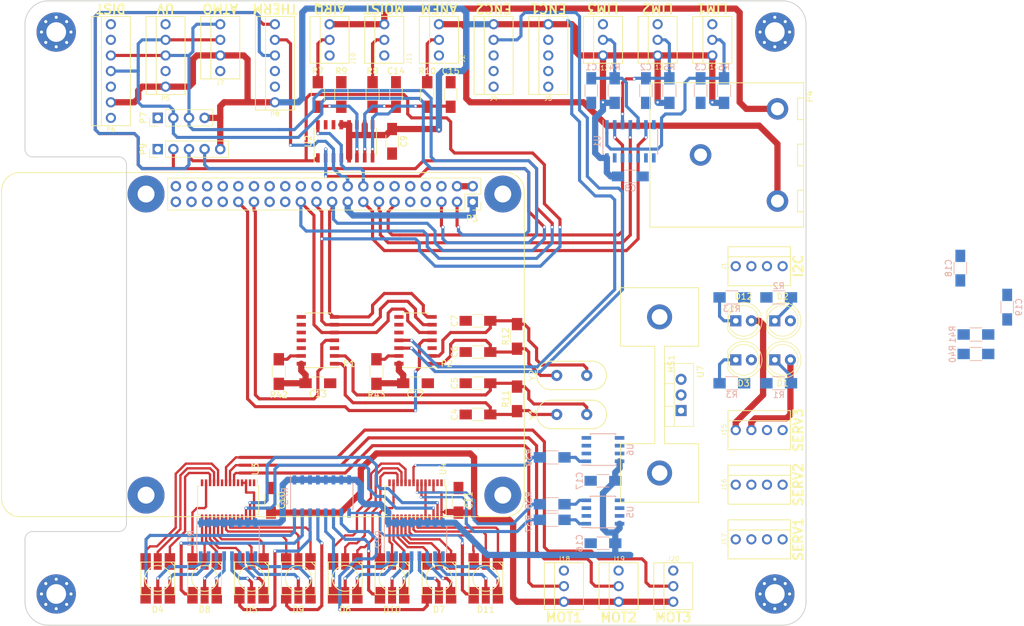
<source format=kicad_pcb>
(kicad_pcb (version 4) (host pcbnew 4.0.3-stable)
  (layers (0 F.Cu signal) (31 B.Cu signal) (34 B.Paste user) (35 F.Paste user) (36 B.SilkS user) (37 F.SilkS user) (38 B.Mask user) (39 F.Mask user) (44 Edge.Cuts user))
  (net 0 "")
  (net 1 GNDD)
  (net 2 /LIM3_RAW)
  (net 3 /LIM2_RAW)
  (net 4 /LIM1_RAW)
  (net 5 "Net-(C4-Pad1)")
  (net 6 "Net-(C5-Pad1)")
  (net 7 "Net-(C6-Pad1)")
  (net 8 "Net-(C7-Pad1)")
  (net 9 +3V3)
  (net 10 /MOIST_SENS_OUT)
  (net 11 /ANE_SENS_OUT)
  (net 12 +12V)
  (net 13 /7.2V)
  (net 14 "Net-(D1-Pad1)")
  (net 15 +5V)
  (net 16 "Net-(D2-Pad1)")
  (net 17 "Net-(D3-Pad1)")
  (net 18 /PI_SDA)
  (net 19 /PI_SCL)
  (net 20 "Net-(J2-Pad2)")
  (net 21 /ENC1_BTN)
  (net 22 /ENC1_B)
  (net 23 /ENC1_A)
  (net 24 /ENC2_BTN)
  (net 25 /ENC2_B)
  (net 26 /ENC2_A)
  (net 27 "Net-(J10-Pad2)")
  (net 28 "Net-(J11-Pad2)")
  (net 29 /SERVO3_PWM)
  (net 30 /SERVO2_PWM)
  (net 31 /SERVO1_PWM)
  (net 32 /MOTOR1_OUT)
  (net 33 /MOTOR2_OUT)
  (net 34 /MOTOR3_OUT)
  (net 35 "Net-(P5-Pad5)")
  (net 36 "Net-(P6-Pad1)")
  (net 37 "Net-(P6-Pad6)")
  (net 38 "Net-(P6-Pad7)")
  (net 39 "Net-(P8-Pad2)")
  (net 40 /PI_MISO)
  (net 41 /PI_SS_2)
  (net 42 /PI_SCK)
  (net 43 /AQ_SENS_OUT)
  (net 44 "Net-(R37-Pad1)")
  (net 45 /SERVO1_PWMLV)
  (net 46 "Net-(R38-Pad1)")
  (net 47 /SERVO2_PWMLV)
  (net 48 "Net-(R39-Pad1)")
  (net 49 /SERVO3_PWMLV)
  (net 50 "Net-(R40-Pad2)")
  (net 51 "Net-(P1-Pad13)")
  (net 52 "Net-(P2-Pad13)")
  (net 53 /PI_MOSI)
  (net 54 /LED_4B)
  (net 55 /LED_4G)
  (net 56 /LED_3B)
  (net 57 /LED_3G)
  (net 58 /LED_2B)
  (net 59 /LED_2G)
  (net 60 /LED_1B)
  (net 61 /LED_1G)
  (net 62 /LED_8B)
  (net 63 /LED_8G)
  (net 64 /LED_7B)
  (net 65 /LED_7G)
  (net 66 /LED_6B)
  (net 67 /LED_6G)
  (net 68 /LED_5B)
  (net 69 /LED_5G)
  (net 70 /LED_8R)
  (net 71 /LED_7R)
  (net 72 /LED_6R)
  (net 73 /LED_5R)
  (net 74 /LED_4R)
  (net 75 /LED_3R)
  (net 76 /LED_2R)
  (net 77 /LED_1R)
  (net 78 "Net-(U3-Pad9)")
  (net 79 /RGB_1R)
  (net 80 /RGB_1G)
  (net 81 /RGB_1B)
  (net 82 /RGB_2R)
  (net 83 /RGB_2G)
  (net 84 /RGB_2B)
  (net 85 /RGB_3R)
  (net 86 /RGB_3G)
  (net 87 /RGB_3B)
  (net 88 /RGB_4R)
  (net 89 /RGB_4G)
  (net 90 /RGB_4B)
  (net 91 "Net-(U4-Pad9)")
  (net 92 /RGB_5R)
  (net 93 /RGB_5G)
  (net 94 /RGB_5B)
  (net 95 /RGB_6R)
  (net 96 /RGB_6G)
  (net 97 /RGB_6B)
  (net 98 /RGB_7R)
  (net 99 /RGB_7G)
  (net 100 /RGB_7B)
  (net 101 /RGB_8R)
  (net 102 /RGB_8G)
  (net 103 /RGB_8B)
  (net 104 "Net-(D12-Pad1)")
  (net 105 /PI_SS_1)
  (net 106 "Net-(P1-Pad8)")
  (net 107 "Net-(P1-Pad9)")
  (net 108 "Net-(P1-Pad10)")
  (net 109 /PI_SS_0)
  (net 110 "Net-(P2-Pad8)")
  (net 111 "Net-(P2-Pad9)")
  (net 112 "Net-(P2-Pad10)")
  (net 113 /LIM1_OUT)
  (net 114 /LIM2_OUT)
  (net 115 /LIM3_OUT)
  (net 116 "Net-(U1-Pad8)")
  (net 117 "Net-(U1-Pad9)")
  (net 118 "Net-(U1-Pad10)")
  (net 119 "Net-(U1-Pad11)")
  (net 120 "Net-(U1-Pad12)")
  (net 121 "Net-(U1-Pad13)")
  (net 122 "Net-(U2-Pad4)")
  (net 123 "Net-(U2-Pad9)")
  (net 124 "Net-(U2-Pad15)")
  (net 125 /PI_SS_3)
  (net 126 "Net-(U6-Pad2)")
  (net 127 "Net-(U6-Pad4)")
  (net 128 "Net-(U6-Pad6)")
  (net 129 "Net-(P3-Pad7)")
  (net 130 /PI_TX)
  (net 131 /PI_RX)
  (net 132 "Net-(P3-Pad12)")
  (net 133 "Net-(P3-Pad22)")
  (net 134 "Net-(P3-Pad24)")
  (net 135 "Net-(P3-Pad26)")
  (net 136 "Net-(P3-Pad27)")
  (net 137 "Net-(P3-Pad28)")
  (net 138 "Net-(P3-Pad32)")
  (net 139 "Net-(P3-Pad33)")
  (net 140 "Net-(P3-Pad35)")
  (net 141 "Net-(P3-Pad36)")
  (net 142 "Net-(P3-Pad37)")
  (net 143 "Net-(P3-Pad38)")
  (net 144 "Net-(P3-Pad40)")
  (module Capacitors_SMD:C_1206_HandSoldering (layer B.Cu) (at 109.855 59.055 90)
    (fp_text reference C1 (at 3.81 0 180) (layer B.SilkS) (effects (justify mirror)))
    (fp_text value 1uF)
    (pad 1 smd rect (at -2 0 90) (size 2 1.6) (layers B.Cu B.Paste B.Mask) (net 1 GNDD))
    (pad 2 smd rect (at 2 0 90) (size 2 1.6) (layers B.Cu B.Paste B.Mask) (net 2 /LIM3_RAW))
  )
  (module Capacitors_SMD:C_1206_HandSoldering (layer B.Cu) (at 118.745 59.055 90)
    (fp_text reference C2 (at 3.81 0 180) (layer B.SilkS) (effects (justify mirror)))
    (fp_text value 1uF)
    (pad 1 smd rect (at -2 0 90) (size 2 1.6) (layers B.Cu B.Paste B.Mask) (net 1 GNDD))
    (pad 2 smd rect (at 2 0 90) (size 2 1.6) (layers B.Cu B.Paste B.Mask) (net 3 /LIM2_RAW))
  )
  (module Capacitors_SMD:C_1206_HandSoldering (layer B.Cu) (at 127.635 59.055 90)
    (fp_text reference C3 (at 3.81 0 180) (layer B.SilkS) (effects (justify mirror)))
    (fp_text value 1uF)
    (pad 1 smd rect (at -2 0 90) (size 2 1.6) (layers B.Cu B.Paste B.Mask) (net 1 GNDD))
    (pad 2 smd rect (at 2 0 90) (size 2 1.6) (layers B.Cu B.Paste B.Mask) (net 4 /LIM1_RAW))
  )
  (module Capacitors_SMD:C_1206_HandSoldering (layer F.Cu) (at 91.44 111.76 180)
    (fp_text reference C4 (at 3.81 0 270) (layer F.SilkS))
    (fp_text value 18pF)
    (pad 1 smd rect (at -2 0 180) (size 2 1.6) (layers F.Cu F.Paste F.Mask) (net 5 "Net-(C4-Pad1)"))
    (pad 2 smd rect (at 2 0 180) (size 2 1.6) (layers F.Cu F.Paste F.Mask) (net 1 GNDD))
  )
  (module Capacitors_SMD:C_1206_HandSoldering (layer F.Cu) (at 91.44 106.68 180)
    (fp_text reference C5 (at 3.81 0 270) (layer F.SilkS))
    (fp_text value 18pF)
    (pad 1 smd rect (at -2 0 180) (size 2 1.6) (layers F.Cu F.Paste F.Mask) (net 6 "Net-(C5-Pad1)"))
    (pad 2 smd rect (at 2 0 180) (size 2 1.6) (layers F.Cu F.Paste F.Mask) (net 1 GNDD))
  )
  (module Capacitors_SMD:C_1206_HandSoldering (layer F.Cu) (at 91.44 101.6 180)
    (fp_text reference C6 (at 3.81 0 270) (layer F.SilkS))
    (fp_text value 18pF)
    (pad 1 smd rect (at -2 0 180) (size 2 1.6) (layers F.Cu F.Paste F.Mask) (net 7 "Net-(C6-Pad1)"))
    (pad 2 smd rect (at 2 0 180) (size 2 1.6) (layers F.Cu F.Paste F.Mask) (net 1 GNDD))
  )
  (module Capacitors_SMD:C_1206_HandSoldering (layer F.Cu) (at 91.44 96.52 180)
    (fp_text reference C7 (at 3.81 0 270) (layer F.SilkS))
    (fp_text value 18pF)
    (pad 1 smd rect (at -2 0 180) (size 2 1.6) (layers F.Cu F.Paste F.Mask) (net 8 "Net-(C7-Pad1)"))
    (pad 2 smd rect (at 2 0 180) (size 2 1.6) (layers F.Cu F.Paste F.Mask) (net 1 GNDD))
  )
  (module Capacitors_SMD:C_1206_HandSoldering (layer B.Cu) (at 116.205 73.025 180)
    (fp_text reference C8 (at 0 -1.905 180) (layer B.SilkS) (effects (justify mirror)))
    (fp_text value 100nF)
    (pad 1 smd rect (at -2 0 180) (size 2 1.6) (layers B.Cu B.Paste B.Mask) (net 1 GNDD))
    (pad 2 smd rect (at 2 0 180) (size 2 1.6) (layers B.Cu B.Paste B.Mask) (net 9 +3V3))
  )
  (module Capacitors_SMD:C_1206_HandSoldering (layer F.Cu) (at 77.47 67.31 90)
    (fp_text reference C9 (at 0 1.905 90) (layer F.SilkS))
    (fp_text value 100nF)
    (pad 1 smd rect (at -2 0 90) (size 2 1.6) (layers F.Cu F.Paste F.Mask) (net 1 GNDD))
    (pad 2 smd rect (at 2 0 90) (size 2 1.6) (layers F.Cu F.Paste F.Mask) (net 9 +3V3))
  )
  (module Capacitors_SMD:C_1206_HandSoldering (layer F.Cu) (at 57.785 125.73 270)
    (fp_text reference C10 (at 0 -1.75 270) (layer F.SilkS))
    (fp_text value 100nF)
    (pad 1 smd rect (at -2 0 270) (size 2 1.6) (layers F.Cu F.Paste F.Mask) (net 1 GNDD))
    (pad 2 smd rect (at 2 0 270) (size 2 1.6) (layers F.Cu F.Paste F.Mask) (net 9 +3V3))
  )
  (module Capacitors_SMD:C_1206_HandSoldering (layer F.Cu) (at 88.265 125.73 270)
    (fp_text reference C11 (at 0 -1.75 270) (layer F.SilkS))
    (fp_text value 100nF)
    (pad 1 smd rect (at -2 0 270) (size 2 1.6) (layers F.Cu F.Paste F.Mask) (net 1 GNDD))
    (pad 2 smd rect (at 2 0 270) (size 2 1.6) (layers F.Cu F.Paste F.Mask) (net 9 +3V3))
  )
  (module Capacitors_SMD:C_1206_HandSoldering (layer F.Cu) (at 81.28 106.68 180)
    (fp_text reference C12 (at 0 -1.75 180) (layer F.SilkS))
    (fp_text value 100nF)
    (pad 1 smd rect (at -2 0 180) (size 2 1.6) (layers F.Cu F.Paste F.Mask) (net 1 GNDD))
    (pad 2 smd rect (at 2 0 180) (size 2 1.6) (layers F.Cu F.Paste F.Mask) (net 9 +3V3))
  )
  (module Capacitors_SMD:C_1206_HandSoldering (layer F.Cu) (at 65.405 106.68 180)
    (fp_text reference C13 (at 0 -1.75 180) (layer F.SilkS))
    (fp_text value 100nF)
    (pad 1 smd rect (at -2 0 180) (size 2 1.6) (layers F.Cu F.Paste F.Mask) (net 1 GNDD))
    (pad 2 smd rect (at 2 0 180) (size 2 1.6) (layers F.Cu F.Paste F.Mask) (net 9 +3V3))
  )
  (module Capacitors_SMD:C_1206_HandSoldering (layer F.Cu) (at 78.105 59.69 270)
    (fp_text reference C14 (at -3.81 0 360) (layer F.SilkS))
    (fp_text value 100nF)
    (pad 1 smd rect (at -2 0 270) (size 2 1.6) (layers F.Cu F.Paste F.Mask) (net 1 GNDD))
    (pad 2 smd rect (at 2 0 270) (size 2 1.6) (layers F.Cu F.Paste F.Mask) (net 10 /MOIST_SENS_OUT))
  )
  (module Capacitors_SMD:C_1206_HandSoldering (layer F.Cu) (at 86.995 59.69 270)
    (fp_text reference C15 (at -3.81 0 360) (layer F.SilkS))
    (fp_text value 100nF)
    (pad 1 smd rect (at -2 0 270) (size 2 1.6) (layers F.Cu F.Paste F.Mask) (net 1 GNDD))
    (pad 2 smd rect (at 2 0 270) (size 2 1.6) (layers F.Cu F.Paste F.Mask) (net 11 /ANE_SENS_OUT))
  )
  (module Capacitors_SMD:C_1206_HandSoldering (layer B.Cu) (at 111.76 132.715 180)
    (fp_text reference C16 (at 3.81 0 270) (layer B.SilkS) (effects (justify mirror)))
    (fp_text value 100nF)
    (pad 1 smd rect (at -2 0 180) (size 2 1.6) (layers B.Cu B.Paste B.Mask) (net 15 +5V))
    (pad 2 smd rect (at 2 0 180) (size 2 1.6) (layers B.Cu B.Paste B.Mask) (net 1 GNDD))
  )
  (module Capacitors_SMD:C_1206_HandSoldering (layer B.Cu) (at 111.76 122.555 180)
    (fp_text reference C17 (at 3.81 0 270) (layer B.SilkS) (effects (justify mirror)))
    (fp_text value 100nF)
    (pad 1 smd rect (at -2 0 180) (size 2 1.6) (layers B.Cu B.Paste B.Mask) (net 15 +5V))
    (pad 2 smd rect (at 2 0 180) (size 2 1.6) (layers B.Cu B.Paste B.Mask) (net 1 GNDD))
  )
  (module LEDs:LED_D5.0mm (layer F.Cu) (at 139.7 102.87)
    (fp_text reference D1 (at 1.27 3.81) (layer F.SilkS))
    (fp_text value 5V_OK)
    (pad 1 thru_hole rect (at 0 0) (size 1.8 1.8) (drill 0.9) (layers *.Cu *.Mask) (net 14 "Net-(D1-Pad1)"))
    (pad 2 thru_hole circle (at 2.54 0) (size 1.8 1.8) (drill 0.9) (layers *.Cu *.Mask) (net 15 +5V))
  )
  (module LEDs:LED_D5.0mm (layer F.Cu) (at 139.7 96.52)
    (fp_text reference D2 (at 1.27 -3.96) (layer F.SilkS))
    (fp_text value 3V3_OK)
    (pad 1 thru_hole rect (at 0 0) (size 1.8 1.8) (drill 0.9) (layers *.Cu *.Mask) (net 16 "Net-(D2-Pad1)"))
    (pad 2 thru_hole circle (at 2.54 0) (size 1.8 1.8) (drill 0.9) (layers *.Cu *.Mask) (net 9 +3V3))
  )
  (module LEDs:LED_D5.0mm (layer F.Cu) (at 133.35 102.87)
    (fp_text reference D3 (at 1.27 3.81) (layer F.SilkS))
    (fp_text value 12V_OK)
    (pad 1 thru_hole rect (at 0 0) (size 1.8 1.8) (drill 0.9) (layers *.Cu *.Mask) (net 17 "Net-(D3-Pad1)"))
    (pad 2 thru_hole circle (at 2.54 0) (size 1.8 1.8) (drill 0.9) (layers *.Cu *.Mask) (net 12 +12V))
  )
  (module ScienceFootprints:MOLEX_22-23-2041 (layer F.Cu) (at 137.16 87.63)
    (fp_text reference J1 (at -5.715 0 270) (layer F.SilkS) (effects (font (size 0.75 0.75) (thickness 0.1))))
    (fp_text value I2C_OUT)
    (pad 1 thru_hole circle (at -3.81 0) (size 1.651 1.651) (drill 1.016) (layers *.Cu *.Mask) (net 1 GNDD))
    (pad 2 thru_hole circle (at -1.27 0) (size 1.651 1.651) (drill 1.016) (layers *.Cu *.Mask) (net 18 /PI_SDA))
    (pad 3 thru_hole circle (at 1.27 0) (size 1.651 1.651) (drill 1.016) (layers *.Cu *.Mask) (net 19 /PI_SCL))
    (pad 4 thru_hole circle (at 3.81 0) (size 1.651 1.651) (drill 1.016) (layers *.Cu *.Mask) (net 9 +3V3))
  )
  (module ScienceFootprints:MOLEX_22-23-2031 (layer F.Cu) (at 85.09 50.8 90)
    (fp_text reference J2 (at -3.048 3.81 270) (layer F.SilkS) (effects (font (size 0.75 0.75) (thickness 0.1))))
    (fp_text value ANE_SENS)
    (pad 1 thru_hole circle (at -2.54 0 90) (size 1.651 1.651) (drill 1.016) (layers *.Cu *.Mask) (net 1 GNDD))
    (pad 2 thru_hole circle (at 0 0 90) (size 1.651 1.651) (drill 1.016) (layers *.Cu *.Mask) (net 20 "Net-(J2-Pad2)"))
    (pad 3 thru_hole circle (at 2.54 0 90) (size 1.651 1.651) (drill 1.016) (layers *.Cu *.Mask) (net 12 +12V))
  )
  (module ScienceFootprints:MOLEX_22-23-2051 (layer F.Cu) (at 93.98 53.34 90)
    (fp_text reference J4 (at -6.985 0 180) (layer F.SilkS) (effects (font (size 0.75 0.75) (thickness 0.1))))
    (fp_text value ENCODER2)
    (pad 1 thru_hole circle (at -5.08 0 90) (size 1.651 1.651) (drill 1.016) (layers *.Cu *.Mask) (net 1 GNDD))
    (pad 2 thru_hole circle (at -2.54 0 90) (size 1.651 1.651) (drill 1.016) (layers *.Cu *.Mask) (net 21 /ENC1_BTN))
    (pad 3 thru_hole circle (at 0 0 90) (size 1.651 1.651) (drill 1.016) (layers *.Cu *.Mask) (net 22 /ENC1_B))
    (pad 4 thru_hole circle (at 2.54 0 90) (size 1.651 1.651) (drill 1.016) (layers *.Cu *.Mask) (net 23 /ENC1_A))
    (pad 5 thru_hole circle (at 5.08 0 90) (size 1.651 1.651) (drill 1.016) (layers *.Cu *.Mask) (net 9 +3V3))
  )
  (module ScienceFootprints:MOLEX_22-23-2051 (layer F.Cu) (at 102.87 53.34 90)
    (fp_text reference J5 (at -6.985 0 180) (layer F.SilkS) (effects (font (size 0.75 0.75) (thickness 0.1))))
    (fp_text value ENCODER1)
    (pad 1 thru_hole circle (at -5.08 0 90) (size 1.651 1.651) (drill 1.016) (layers *.Cu *.Mask) (net 1 GNDD))
    (pad 2 thru_hole circle (at -2.54 0 90) (size 1.651 1.651) (drill 1.016) (layers *.Cu *.Mask) (net 24 /ENC2_BTN))
    (pad 3 thru_hole circle (at 0 0 90) (size 1.651 1.651) (drill 1.016) (layers *.Cu *.Mask) (net 25 /ENC2_B))
    (pad 4 thru_hole circle (at 2.54 0 90) (size 1.651 1.651) (drill 1.016) (layers *.Cu *.Mask) (net 26 /ENC2_A))
    (pad 5 thru_hole circle (at 5.08 0 90) (size 1.651 1.651) (drill 1.016) (layers *.Cu *.Mask) (net 9 +3V3))
  )
  (module ScienceFootprints:MOLEX_22-23-2041 (layer F.Cu) (at 49.53 52.07 90)
    (fp_text reference J7 (at -5.715 0 180) (layer F.SilkS) (effects (font (size 0.75 0.75) (thickness 0.1))))
    (fp_text value ATMO_SENS)
    (pad 1 thru_hole circle (at -3.81 0 90) (size 1.651 1.651) (drill 1.016) (layers *.Cu *.Mask) (net 1 GNDD))
    (pad 2 thru_hole circle (at -1.27 0 90) (size 1.651 1.651) (drill 1.016) (layers *.Cu *.Mask) (net 9 +3V3))
    (pad 3 thru_hole circle (at 1.27 0 90) (size 1.651 1.651) (drill 1.016) (layers *.Cu *.Mask) (net 18 /PI_SDA))
    (pad 4 thru_hole circle (at 3.81 0 90) (size 1.651 1.651) (drill 1.016) (layers *.Cu *.Mask) (net 19 /PI_SCL))
  )
  (module ScienceFootprints:MOLEX_22-23-2031 (layer F.Cu) (at 67.31 50.8 90)
    (fp_text reference J10 (at -3.048 3.81 270) (layer F.SilkS) (effects (font (size 0.75 0.75) (thickness 0.1))))
    (fp_text value AIR_SENS)
    (pad 1 thru_hole circle (at -2.54 0 90) (size 1.651 1.651) (drill 1.016) (layers *.Cu *.Mask) (net 1 GNDD))
    (pad 2 thru_hole circle (at 0 0 90) (size 1.651 1.651) (drill 1.016) (layers *.Cu *.Mask) (net 27 "Net-(J10-Pad2)"))
    (pad 3 thru_hole circle (at 2.54 0 90) (size 1.651 1.651) (drill 1.016) (layers *.Cu *.Mask) (net 15 +5V))
  )
  (module ScienceFootprints:MOLEX_22-23-2031 (layer F.Cu) (at 76.2 50.8 90)
    (fp_text reference J11 (at -3.048 4.064 270) (layer F.SilkS) (effects (font (size 0.75 0.75) (thickness 0.1))))
    (fp_text value MOISTURE_SENS)
    (pad 1 thru_hole circle (at -2.54 0 90) (size 1.651 1.651) (drill 1.016) (layers *.Cu *.Mask) (net 1 GNDD))
    (pad 2 thru_hole circle (at 0 0 90) (size 1.651 1.651) (drill 1.016) (layers *.Cu *.Mask) (net 28 "Net-(J11-Pad2)"))
    (pad 3 thru_hole circle (at 2.54 0 90) (size 1.651 1.651) (drill 1.016) (layers *.Cu *.Mask) (net 15 +5V))
  )
  (module ScienceFootprints:MOLEX_22-23-2031 (layer F.Cu) (at 111.76 50.8 90)
    (fp_text reference J12 (at -4.572 0 180) (layer F.SilkS) (effects (font (size 0.75 0.75) (thickness 0.1))))
    (fp_text value LIMIT3)
    (pad 1 thru_hole circle (at -2.54 0 90) (size 1.651 1.651) (drill 1.016) (layers *.Cu *.Mask) (net 9 +3V3))
    (pad 2 thru_hole circle (at 0 0 90) (size 1.651 1.651) (drill 1.016) (layers *.Cu *.Mask) (net 2 /LIM3_RAW))
    (pad 3 thru_hole circle (at 2.54 0 90) (size 1.651 1.651) (drill 1.016) (layers *.Cu *.Mask) (net 1 GNDD))
  )
  (module ScienceFootprints:MOLEX_22-23-2031 (layer F.Cu) (at 120.65 50.8 90)
    (fp_text reference J13 (at -4.445 0 180) (layer F.SilkS) (effects (font (size 0.75 0.75) (thickness 0.1))))
    (fp_text value LIMIT2)
    (pad 1 thru_hole circle (at -2.54 0 90) (size 1.651 1.651) (drill 1.016) (layers *.Cu *.Mask) (net 9 +3V3))
    (pad 2 thru_hole circle (at 0 0 90) (size 1.651 1.651) (drill 1.016) (layers *.Cu *.Mask) (net 3 /LIM2_RAW))
    (pad 3 thru_hole circle (at 2.54 0 90) (size 1.651 1.651) (drill 1.016) (layers *.Cu *.Mask) (net 1 GNDD))
  )
  (module ScienceFootprints:MOLEX_22-23-2031 (layer F.Cu) (at 129.54 50.8 90)
    (fp_text reference J14 (at -4.445 0 180) (layer F.SilkS) (effects (font (size 0.75 0.75) (thickness 0.1))))
    (fp_text value LIMIT1)
    (pad 1 thru_hole circle (at -2.54 0 90) (size 1.651 1.651) (drill 1.016) (layers *.Cu *.Mask) (net 9 +3V3))
    (pad 2 thru_hole circle (at 0 0 90) (size 1.651 1.651) (drill 1.016) (layers *.Cu *.Mask) (net 4 /LIM1_RAW))
    (pad 3 thru_hole circle (at 2.54 0 90) (size 1.651 1.651) (drill 1.016) (layers *.Cu *.Mask) (net 1 GNDD))
  )
  (module ScienceFootprints:MOLEX_22-23-2041 (layer F.Cu) (at 137.16 114.3)
    (fp_text reference J15 (at -5.715 0 270) (layer F.SilkS) (effects (font (size 0.75 0.75) (thickness 0.1))))
    (fp_text value SERVO3)
    (pad 1 thru_hole circle (at -3.81 0) (size 1.651 1.651) (drill 1.016) (layers *.Cu *.Mask) (net 13 /7.2V))
    (pad 2 thru_hole circle (at -1.27 0) (size 1.651 1.651) (drill 1.016) (layers *.Cu *.Mask) (net 15 +5V))
    (pad 3 thru_hole circle (at 1.27 0) (size 1.651 1.651) (drill 1.016) (layers *.Cu *.Mask) (net 29 /SERVO3_PWM))
    (pad 4 thru_hole circle (at 3.81 0) (size 1.651 1.651) (drill 1.016) (layers *.Cu *.Mask) (net 1 GNDD))
  )
  (module ScienceFootprints:MOLEX_22-23-2041 (layer F.Cu) (at 137.16 123.19)
    (fp_text reference J16 (at -5.715 0 90) (layer F.SilkS) (effects (font (size 0.75 0.75) (thickness 0.1))))
    (fp_text value SERVO2)
    (pad 1 thru_hole circle (at -3.81 0) (size 1.651 1.651) (drill 1.016) (layers *.Cu *.Mask) (net 13 /7.2V))
    (pad 2 thru_hole circle (at -1.27 0) (size 1.651 1.651) (drill 1.016) (layers *.Cu *.Mask) (net 15 +5V))
    (pad 3 thru_hole circle (at 1.27 0) (size 1.651 1.651) (drill 1.016) (layers *.Cu *.Mask) (net 30 /SERVO2_PWM))
    (pad 4 thru_hole circle (at 3.81 0) (size 1.651 1.651) (drill 1.016) (layers *.Cu *.Mask) (net 1 GNDD))
  )
  (module ScienceFootprints:MOLEX_22-23-2041 (layer F.Cu) (at 137.16 132.08)
    (fp_text reference J17 (at -5.715 0 90) (layer F.SilkS) (effects (font (size 0.75 0.75) (thickness 0.1))))
    (fp_text value SERVO1)
    (pad 1 thru_hole circle (at -3.81 0) (size 1.651 1.651) (drill 1.016) (layers *.Cu *.Mask) (net 13 /7.2V))
    (pad 2 thru_hole circle (at -1.27 0) (size 1.651 1.651) (drill 1.016) (layers *.Cu *.Mask) (net 15 +5V))
    (pad 3 thru_hole circle (at 1.27 0) (size 1.651 1.651) (drill 1.016) (layers *.Cu *.Mask) (net 31 /SERVO1_PWM))
    (pad 4 thru_hole circle (at 3.81 0) (size 1.651 1.651) (drill 1.016) (layers *.Cu *.Mask) (net 1 GNDD))
  )
  (module ScienceFootprints:MOLEX_22-23-2031 (layer F.Cu) (at 105.41 139.7 90)
    (fp_text reference J18 (at 4.445 0 180) (layer F.SilkS) (effects (font (size 0.75 0.75) (thickness 0.1))))
    (fp_text value MOTOR1_SIG)
    (pad 1 thru_hole circle (at -2.54 0 90) (size 1.651 1.651) (drill 1.016) (layers *.Cu *.Mask) (net 9 +3V3))
    (pad 2 thru_hole circle (at 0 0 90) (size 1.651 1.651) (drill 1.016) (layers *.Cu *.Mask) (net 32 /MOTOR1_OUT))
    (pad 3 thru_hole circle (at 2.54 0 90) (size 1.651 1.651) (drill 1.016) (layers *.Cu *.Mask) (net 1 GNDD))
  )
  (module ScienceFootprints:MOLEX_22-23-2031 (layer F.Cu) (at 114.3 139.7 90)
    (fp_text reference J19 (at 4.445 0 180) (layer F.SilkS) (effects (font (size 0.75 0.75) (thickness 0.1))))
    (fp_text value MOTOR2_SIG)
    (pad 1 thru_hole circle (at -2.54 0 90) (size 1.651 1.651) (drill 1.016) (layers *.Cu *.Mask) (net 9 +3V3))
    (pad 2 thru_hole circle (at 0 0 90) (size 1.651 1.651) (drill 1.016) (layers *.Cu *.Mask) (net 33 /MOTOR2_OUT))
    (pad 3 thru_hole circle (at 2.54 0 90) (size 1.651 1.651) (drill 1.016) (layers *.Cu *.Mask) (net 1 GNDD))
  )
  (module ScienceFootprints:MOLEX_22-23-2031 (layer F.Cu) (at 123.19 139.7 90)
    (fp_text reference J20 (at 4.445 0 180) (layer F.SilkS) (effects (font (size 0.75 0.75) (thickness 0.1))))
    (fp_text value MOTOR3_SIG)
    (pad 1 thru_hole circle (at -2.54 0 90) (size 1.651 1.651) (drill 1.016) (layers *.Cu *.Mask) (net 9 +3V3))
    (pad 2 thru_hole circle (at 0 0 90) (size 1.651 1.651) (drill 1.016) (layers *.Cu *.Mask) (net 34 /MOTOR3_OUT))
    (pad 3 thru_hole circle (at 2.54 0 90) (size 1.651 1.651) (drill 1.016) (layers *.Cu *.Mask) (net 1 GNDD))
  )
  (module ScienceFootprints:MOLEX_22-23-2051 (layer F.Cu) (at 40.64 53.34 90)
    (fp_text reference P5 (at -6.985 0 180) (layer F.SilkS) (effects (font (size 0.75 0.75) (thickness 0.1))))
    (fp_text value UV_SENS)
    (pad 1 thru_hole circle (at -5.08 0 90) (size 1.651 1.651) (drill 1.016) (layers *.Cu *.Mask) (net 9 +3V3))
    (pad 2 thru_hole circle (at -2.54 0 90) (size 1.651 1.651) (drill 1.016) (layers *.Cu *.Mask) (net 1 GNDD))
    (pad 3 thru_hole circle (at 0 0 90) (size 1.651 1.651) (drill 1.016) (layers *.Cu *.Mask) (net 19 /PI_SCL))
    (pad 4 thru_hole circle (at 2.54 0 90) (size 1.651 1.651) (drill 1.016) (layers *.Cu *.Mask) (net 18 /PI_SDA))
    (pad 5 thru_hole circle (at 5.08 0 90) (size 1.651 1.651) (drill 1.016) (layers *.Cu *.Mask) (net 35 "Net-(P5-Pad5)"))
  )
  (module ScienceFootprints:MOLEX_22-23-2071 (layer F.Cu) (at 31.75 55.88 90)
    (fp_text reference P6 (at -9.525 0 180) (layer F.SilkS) (effects (font (size 0.75 0.75) (thickness 0.1))))
    (fp_text value DIST_SENS)
    (pad 1 thru_hole circle (at -7.62 0 90) (size 1.651 1.651) (drill 1.016) (layers *.Cu *.Mask) (net 36 "Net-(P6-Pad1)"))
    (pad 2 thru_hole circle (at -5.08 0 90) (size 1.651 1.651) (drill 1.016) (layers *.Cu *.Mask) (net 9 +3V3))
    (pad 3 thru_hole circle (at -2.54 0 90) (size 1.651 1.651) (drill 1.016) (layers *.Cu *.Mask) (net 1 GNDD))
    (pad 4 thru_hole circle (at 0 0 90) (size 1.651 1.651) (drill 1.016) (layers *.Cu *.Mask) (net 18 /PI_SDA))
    (pad 5 thru_hole circle (at 2.54 0 90) (size 1.651 1.651) (drill 1.016) (layers *.Cu *.Mask) (net 19 /PI_SCL))
    (pad 6 thru_hole circle (at 5.08 0 90) (size 1.651 1.651) (drill 1.016) (layers *.Cu *.Mask) (net 37 "Net-(P6-Pad6)"))
    (pad 7 thru_hole circle (at 7.62 0 90) (size 1.651 1.651) (drill 1.016) (layers *.Cu *.Mask) (net 38 "Net-(P6-Pad7)"))
  )
  (module ScienceFootprints:MOLEX_22-23-2061 (layer F.Cu) (at 58.42 54.61 90)
    (fp_text reference P8 (at -8.255 0 180) (layer F.SilkS) (effects (font (size 0.75 0.75) (thickness 0.1))))
    (fp_text value THERMO_SENS)
    (pad 2 thru_hole circle (at -3.81 0 90) (size 1.651 1.651) (drill 1.016) (layers *.Cu *.Mask) (net 39 "Net-(P8-Pad2)"))
    (pad 3 thru_hole circle (at -1.27 0 90) (size 1.651 1.651) (drill 1.016) (layers *.Cu *.Mask) (net 1 GNDD))
    (pad 4 thru_hole circle (at 1.27 0 90) (size 1.651 1.651) (drill 1.016) (layers *.Cu *.Mask) (net 40 /PI_MISO))
    (pad 5 thru_hole circle (at 3.81 0 90) (size 1.651 1.651) (drill 1.016) (layers *.Cu *.Mask) (net 41 /PI_SS_2))
    (pad 1 thru_hole circle (at -6.35 0 90) (size 1.651 1.651) (drill 1.016) (layers *.Cu *.Mask) (net 9 +3V3))
    (pad 6 thru_hole circle (at 6.35 0 90) (size 1.651 1.651) (drill 1.016) (layers *.Cu *.Mask) (net 42 /PI_SCK))
  )
  (module Resistors_SMD:R_1206_HandSoldering (layer B.Cu) (at 140.335 106.68 180)
    (fp_text reference R1 (at 0 -1.905 180) (layer B.SilkS) (effects (justify mirror)))
    (fp_text value 220Ω)
    (pad 1 smd rect (at -2 0 180) (size 2 1.7) (layers B.Cu B.Paste B.Mask) (net 14 "Net-(D1-Pad1)"))
    (pad 2 smd rect (at 2 0 180) (size 2 1.7) (layers B.Cu B.Paste B.Mask) (net 1 GNDD))
  )
  (module Resistors_SMD:R_1206_HandSoldering (layer B.Cu) (at 140.335 92.71 180)
    (fp_text reference R2 (at 0 1.85 180) (layer B.SilkS) (effects (justify mirror)))
    (fp_text value 120Ω)
    (pad 1 smd rect (at -2 0 180) (size 2 1.7) (layers B.Cu B.Paste B.Mask) (net 16 "Net-(D2-Pad1)"))
    (pad 2 smd rect (at 2 0 180) (size 2 1.7) (layers B.Cu B.Paste B.Mask) (net 1 GNDD))
  )
  (module Resistors_SMD:R_1206_HandSoldering (layer B.Cu) (at 132.715 106.68)
    (fp_text reference R3 (at 0 1.85) (layer B.SilkS) (effects (justify mirror)))
    (fp_text value 820Ω)
    (pad 1 smd rect (at -2 0) (size 2 1.7) (layers B.Cu B.Paste B.Mask) (net 17 "Net-(D3-Pad1)"))
    (pad 2 smd rect (at 2 0) (size 2 1.7) (layers B.Cu B.Paste B.Mask) (net 1 GNDD))
  )
  (module Resistors_SMD:R_1206_HandSoldering (layer B.Cu) (at 113.665 59.055 270)
    (fp_text reference R4 (at -3.81 0 360) (layer B.SilkS) (effects (justify mirror)))
    (fp_text value 5kΩ)
    (pad 1 smd rect (at -2 0 270) (size 2 1.7) (layers B.Cu B.Paste B.Mask) (net 2 /LIM3_RAW))
    (pad 2 smd rect (at 2 0 270) (size 2 1.7) (layers B.Cu B.Paste B.Mask) (net 9 +3V3))
  )
  (module Resistors_SMD:R_1206_HandSoldering (layer B.Cu) (at 122.555 59.055 270)
    (fp_text reference R5 (at -3.81 0 360) (layer B.SilkS) (effects (justify mirror)))
    (fp_text value 5kΩ)
    (pad 1 smd rect (at -2 0 270) (size 2 1.7) (layers B.Cu B.Paste B.Mask) (net 3 /LIM2_RAW))
    (pad 2 smd rect (at 2 0 270) (size 2 1.7) (layers B.Cu B.Paste B.Mask) (net 9 +3V3))
  )
  (module Resistors_SMD:R_1206_HandSoldering (layer B.Cu) (at 131.445 59.055 270)
    (fp_text reference R6 (at -3.81 0 360) (layer B.SilkS) (effects (justify mirror)))
    (fp_text value 5kΩ)
    (pad 1 smd rect (at -2 0 270) (size 2 1.7) (layers B.Cu B.Paste B.Mask) (net 4 /LIM1_RAW))
    (pad 2 smd rect (at 2 0 270) (size 2 1.7) (layers B.Cu B.Paste B.Mask) (net 9 +3V3))
  )
  (module Resistors_SMD:R_1206_HandSoldering (layer F.Cu) (at 65.405 59.69 90)
    (fp_text reference R7 (at 3.81 0 180) (layer F.SilkS))
    (fp_text value 3.3kΩ)
    (pad 1 smd rect (at -2 0 90) (size 2 1.7) (layers F.Cu F.Paste F.Mask) (net 43 /AQ_SENS_OUT))
    (pad 2 smd rect (at 2 0 90) (size 2 1.7) (layers F.Cu F.Paste F.Mask) (net 27 "Net-(J10-Pad2)"))
  )
  (module Resistors_SMD:R_1206_HandSoldering (layer F.Cu) (at 74.295 59.69 90)
    (fp_text reference R8 (at 3.81 0 180) (layer F.SilkS))
    (fp_text value 100Ω)
    (pad 1 smd rect (at -2 0 90) (size 2 1.7) (layers F.Cu F.Paste F.Mask) (net 10 /MOIST_SENS_OUT))
    (pad 2 smd rect (at 2 0 90) (size 2 1.7) (layers F.Cu F.Paste F.Mask) (net 28 "Net-(J11-Pad2)"))
  )
  (module Resistors_SMD:R_1206_HandSoldering (layer F.Cu) (at 69.215 59.69 270)
    (fp_text reference R9 (at -3.81 0 360) (layer F.SilkS))
    (fp_text value 6.4kΩ)
    (pad 1 smd rect (at -2 0 270) (size 2 1.7) (layers F.Cu F.Paste F.Mask) (net 1 GNDD))
    (pad 2 smd rect (at 2 0 270) (size 2 1.7) (layers F.Cu F.Paste F.Mask) (net 43 /AQ_SENS_OUT))
  )
  (module Resistors_SMD:R_1206_HandSoldering (layer F.Cu) (at 83.185 59.69 90)
    (fp_text reference R10 (at 3.81 0 180) (layer F.SilkS))
    (fp_text value 100Ω)
    (pad 1 smd rect (at -2 0 90) (size 2 1.7) (layers F.Cu F.Paste F.Mask) (net 11 /ANE_SENS_OUT))
    (pad 2 smd rect (at 2 0 90) (size 2 1.7) (layers F.Cu F.Paste F.Mask) (net 20 "Net-(J2-Pad2)"))
  )
  (module Resistors_SMD:R_1206_HandSoldering (layer F.Cu) (at 97.79 109.22 90)
    (fp_text reference R11 (at 0 -1.85 90) (layer F.SilkS))
    (fp_text value 1MΩ)
    (pad 1 smd rect (at -2 0 90) (size 2 1.7) (layers F.Cu F.Paste F.Mask) (net 5 "Net-(C4-Pad1)"))
    (pad 2 smd rect (at 2 0 90) (size 2 1.7) (layers F.Cu F.Paste F.Mask) (net 6 "Net-(C5-Pad1)"))
  )
  (module Resistors_SMD:R_1206_HandSoldering (layer F.Cu) (at 97.79 99.06 90)
    (fp_text reference R12 (at 0 -1.85 90) (layer F.SilkS))
    (fp_text value 1MΩ)
    (pad 1 smd rect (at -2 0 90) (size 2 1.7) (layers F.Cu F.Paste F.Mask) (net 7 "Net-(C6-Pad1)"))
    (pad 2 smd rect (at 2 0 90) (size 2 1.7) (layers F.Cu F.Paste F.Mask) (net 8 "Net-(C7-Pad1)"))
  )
  (module Resistors_SMD:R_1206_HandSoldering (layer B.Cu) (at 103.505 128.905 180)
    (fp_text reference R37 (at 3.81 -0.635 270) (layer B.SilkS) (effects (justify mirror)))
    (fp_text value 300Ω)
    (pad 1 smd rect (at -2 0 180) (size 2 1.7) (layers B.Cu B.Paste B.Mask) (net 44 "Net-(R37-Pad1)"))
    (pad 2 smd rect (at 2 0 180) (size 2 1.7) (layers B.Cu B.Paste B.Mask) (net 45 /SERVO1_PWMLV))
  )
  (module Resistors_SMD:R_1206_HandSoldering (layer B.Cu) (at 103.505 126.365 180)
    (fp_text reference R38 (at 3.81 0.635 450) (layer B.SilkS) (effects (justify mirror)))
    (fp_text value 300Ω)
    (pad 1 smd rect (at -2 0 180) (size 2 1.7) (layers B.Cu B.Paste B.Mask) (net 46 "Net-(R38-Pad1)"))
    (pad 2 smd rect (at 2 0 180) (size 2 1.7) (layers B.Cu B.Paste B.Mask) (net 47 /SERVO2_PWMLV))
  )
  (module Resistors_SMD:R_1206_HandSoldering (layer B.Cu) (at 103.505 118.745 180)
    (fp_text reference R39 (at 3.81 0 450) (layer B.SilkS) (effects (justify mirror)))
    (fp_text value 300Ω)
    (pad 1 smd rect (at -2 0 180) (size 2 1.7) (layers B.Cu B.Paste B.Mask) (net 48 "Net-(R39-Pad1)"))
    (pad 2 smd rect (at 2 0 180) (size 2 1.7) (layers B.Cu B.Paste B.Mask) (net 49 /SERVO3_PWMLV))
  )
  (module Resistors_SMD:R_1206_HandSoldering (layer F.Cu) (at 59.055 104.775 90)
    (fp_text reference R42 (at -3.81 0 180) (layer F.SilkS))
    (fp_text value 10kΩ)
    (pad 1 smd rect (at -2 0 90) (size 2 1.7) (layers F.Cu F.Paste F.Mask) (net 9 +3V3))
    (pad 2 smd rect (at 2 0 90) (size 2 1.7) (layers F.Cu F.Paste F.Mask) (net 51 "Net-(P1-Pad13)"))
  )
  (module Resistors_SMD:R_1206_HandSoldering (layer F.Cu) (at 74.93 104.775 90)
    (fp_text reference R43 (at -3.81 0 180) (layer F.SilkS))
    (fp_text value 10kΩ)
    (pad 1 smd rect (at -2 0 90) (size 2 1.7) (layers F.Cu F.Paste F.Mask) (net 9 +3V3))
    (pad 2 smd rect (at 2 0 90) (size 2 1.7) (layers F.Cu F.Paste F.Mask) (net 52 "Net-(P2-Pad13)"))
  )
  (module Pin_Headers:Pin_Header_Straight_1x04_Pitch2.54mm (layer F.Cu) (at 39.37 63.5 90)
    (fp_text reference P7 (at 0 -2.33 90) (layer F.SilkS))
    (fp_text value I2C_TEST)
    (pad 1 thru_hole rect (at 0 0 90) (size 1.7 1.7) (drill 1) (layers *.Cu *.Mask) (net 1 GNDD))
    (pad 2 thru_hole oval (at 0 2.54 90) (size 1.7 1.7) (drill 1) (layers *.Cu *.Mask) (net 18 /PI_SDA))
    (pad 3 thru_hole oval (at 0 5.08 90) (size 1.7 1.7) (drill 1) (layers *.Cu *.Mask) (net 19 /PI_SCL))
    (pad 4 thru_hole oval (at 0 7.62 90) (size 1.7 1.7) (drill 1) (layers *.Cu *.Mask) (net 9 +3V3))
  )
  (module Pin_Headers:Pin_Header_Straight_1x05_Pitch2.54mm (layer F.Cu) (at 39.37 68.58 90)
    (fp_text reference P9 (at 0 -2.33 90) (layer F.SilkS))
    (fp_text value SPI_TEST)
    (pad 1 thru_hole rect (at 0 0 90) (size 1.7 1.7) (drill 1) (layers *.Cu *.Mask) (net 1 GNDD))
    (pad 2 thru_hole oval (at 0 2.54 90) (size 1.7 1.7) (drill 1) (layers *.Cu *.Mask) (net 42 /PI_SCK))
    (pad 3 thru_hole oval (at 0 5.08 90) (size 1.7 1.7) (drill 1) (layers *.Cu *.Mask) (net 40 /PI_MISO))
    (pad 4 thru_hole oval (at 0 7.62 90) (size 1.7 1.7) (drill 1) (layers *.Cu *.Mask) (net 53 /PI_MOSI))
    (pad 5 thru_hole oval (at 0 10.16 90) (size 1.7 1.7) (drill 1) (layers *.Cu *.Mask) (net 9 +3V3))
  )
  (module Housings_SOIC:SOIC-16_3.9x9.9mm_Pitch1.27mm (layer B.Cu) (at 50.8 132.08 270)
    (fp_text reference RP1 (at 0 6 270) (layer B.SilkS) (effects (justify mirror)))
    (fp_text value 100Ωx8)
    (pad 1 smd rect (at -2.7 4.445 270) (size 1.5 0.6) (layers B.Cu B.Paste B.Mask) (net 15 +5V))
    (pad 2 smd rect (at -2.7 3.175 270) (size 1.5 0.6) (layers B.Cu B.Paste B.Mask) (net 15 +5V))
    (pad 3 smd rect (at -2.7 1.905 270) (size 1.5 0.6) (layers B.Cu B.Paste B.Mask) (net 15 +5V))
    (pad 4 smd rect (at -2.7 0.635 270) (size 1.5 0.6) (layers B.Cu B.Paste B.Mask) (net 15 +5V))
    (pad 5 smd rect (at -2.7 -0.635 270) (size 1.5 0.6) (layers B.Cu B.Paste B.Mask) (net 15 +5V))
    (pad 6 smd rect (at -2.7 -1.905 270) (size 1.5 0.6) (layers B.Cu B.Paste B.Mask) (net 15 +5V))
    (pad 7 smd rect (at -2.7 -3.175 270) (size 1.5 0.6) (layers B.Cu B.Paste B.Mask) (net 15 +5V))
    (pad 8 smd rect (at -2.7 -4.445 270) (size 1.5 0.6) (layers B.Cu B.Paste B.Mask) (net 15 +5V))
    (pad 9 smd rect (at 2.7 -4.445 270) (size 1.5 0.6) (layers B.Cu B.Paste B.Mask) (net 54 /LED_4B))
    (pad 10 smd rect (at 2.7 -3.175 270) (size 1.5 0.6) (layers B.Cu B.Paste B.Mask) (net 55 /LED_4G))
    (pad 11 smd rect (at 2.7 -1.905 270) (size 1.5 0.6) (layers B.Cu B.Paste B.Mask) (net 56 /LED_3B))
    (pad 12 smd rect (at 2.7 -0.635 270) (size 1.5 0.6) (layers B.Cu B.Paste B.Mask) (net 57 /LED_3G))
    (pad 13 smd rect (at 2.7 0.635 270) (size 1.5 0.6) (layers B.Cu B.Paste B.Mask) (net 58 /LED_2B))
    (pad 14 smd rect (at 2.7 1.905 270) (size 1.5 0.6) (layers B.Cu B.Paste B.Mask) (net 59 /LED_2G))
    (pad 15 smd rect (at 2.7 3.175 270) (size 1.5 0.6) (layers B.Cu B.Paste B.Mask) (net 60 /LED_1B))
    (pad 16 smd rect (at 2.7 4.445 270) (size 1.5 0.6) (layers B.Cu B.Paste B.Mask) (net 61 /LED_1G))
  )
  (module Housings_SOIC:SOIC-16_3.9x9.9mm_Pitch1.27mm (layer B.Cu) (at 81.28 132.08 270)
    (fp_text reference RP2 (at 0 6 270) (layer B.SilkS) (effects (justify mirror)))
    (fp_text value 100Ωx8)
    (pad 1 smd rect (at -2.7 4.445 270) (size 1.5 0.6) (layers B.Cu B.Paste B.Mask) (net 15 +5V))
    (pad 2 smd rect (at -2.7 3.175 270) (size 1.5 0.6) (layers B.Cu B.Paste B.Mask) (net 15 +5V))
    (pad 3 smd rect (at -2.7 1.905 270) (size 1.5 0.6) (layers B.Cu B.Paste B.Mask) (net 15 +5V))
    (pad 4 smd rect (at -2.7 0.635 270) (size 1.5 0.6) (layers B.Cu B.Paste B.Mask) (net 15 +5V))
    (pad 5 smd rect (at -2.7 -0.635 270) (size 1.5 0.6) (layers B.Cu B.Paste B.Mask) (net 15 +5V))
    (pad 6 smd rect (at -2.7 -1.905 270) (size 1.5 0.6) (layers B.Cu B.Paste B.Mask) (net 15 +5V))
    (pad 7 smd rect (at -2.7 -3.175 270) (size 1.5 0.6) (layers B.Cu B.Paste B.Mask) (net 15 +5V))
    (pad 8 smd rect (at -2.7 -4.445 270) (size 1.5 0.6) (layers B.Cu B.Paste B.Mask) (net 15 +5V))
    (pad 9 smd rect (at 2.7 -4.445 270) (size 1.5 0.6) (layers B.Cu B.Paste B.Mask) (net 62 /LED_8B))
    (pad 10 smd rect (at 2.7 -3.175 270) (size 1.5 0.6) (layers B.Cu B.Paste B.Mask) (net 63 /LED_8G))
    (pad 11 smd rect (at 2.7 -1.905 270) (size 1.5 0.6) (layers B.Cu B.Paste B.Mask) (net 64 /LED_7B))
    (pad 12 smd rect (at 2.7 -0.635 270) (size 1.5 0.6) (layers B.Cu B.Paste B.Mask) (net 65 /LED_7G))
    (pad 13 smd rect (at 2.7 0.635 270) (size 1.5 0.6) (layers B.Cu B.Paste B.Mask) (net 66 /LED_6B))
    (pad 14 smd rect (at 2.7 1.905 270) (size 1.5 0.6) (layers B.Cu B.Paste B.Mask) (net 67 /LED_6G))
    (pad 15 smd rect (at 2.7 3.175 270) (size 1.5 0.6) (layers B.Cu B.Paste B.Mask) (net 68 /LED_5B))
    (pad 16 smd rect (at 2.7 4.445 270) (size 1.5 0.6) (layers B.Cu B.Paste B.Mask) (net 69 /LED_5G))
  )
  (module Housings_SOIC:SOIC-16_3.9x9.9mm_Pitch1.27mm (layer B.Cu) (at 66.04 125.095 270)
    (fp_text reference RP3 (at 0 6 270) (layer B.SilkS) (effects (justify mirror)))
    (fp_text value 150Ωx8)
    (pad 1 smd rect (at -2.7 4.445 270) (size 1.5 0.6) (layers B.Cu B.Paste B.Mask) (net 15 +5V))
    (pad 2 smd rect (at -2.7 3.175 270) (size 1.5 0.6) (layers B.Cu B.Paste B.Mask) (net 15 +5V))
    (pad 3 smd rect (at -2.7 1.905 270) (size 1.5 0.6) (layers B.Cu B.Paste B.Mask) (net 15 +5V))
    (pad 4 smd rect (at -2.7 0.635 270) (size 1.5 0.6) (layers B.Cu B.Paste B.Mask) (net 15 +5V))
    (pad 5 smd rect (at -2.7 -0.635 270) (size 1.5 0.6) (layers B.Cu B.Paste B.Mask) (net 15 +5V))
    (pad 6 smd rect (at -2.7 -1.905 270) (size 1.5 0.6) (layers B.Cu B.Paste B.Mask) (net 15 +5V))
    (pad 7 smd rect (at -2.7 -3.175 270) (size 1.5 0.6) (layers B.Cu B.Paste B.Mask) (net 15 +5V))
    (pad 8 smd rect (at -2.7 -4.445 270) (size 1.5 0.6) (layers B.Cu B.Paste B.Mask) (net 15 +5V))
    (pad 9 smd rect (at 2.7 -4.445 270) (size 1.5 0.6) (layers B.Cu B.Paste B.Mask) (net 70 /LED_8R))
    (pad 10 smd rect (at 2.7 -3.175 270) (size 1.5 0.6) (layers B.Cu B.Paste B.Mask) (net 71 /LED_7R))
    (pad 11 smd rect (at 2.7 -1.905 270) (size 1.5 0.6) (layers B.Cu B.Paste B.Mask) (net 72 /LED_6R))
    (pad 12 smd rect (at 2.7 -0.635 270) (size 1.5 0.6) (layers B.Cu B.Paste B.Mask) (net 73 /LED_5R))
    (pad 13 smd rect (at 2.7 0.635 270) (size 1.5 0.6) (layers B.Cu B.Paste B.Mask) (net 74 /LED_4R))
    (pad 14 smd rect (at 2.7 1.905 270) (size 1.5 0.6) (layers B.Cu B.Paste B.Mask) (net 75 /LED_3R))
    (pad 15 smd rect (at 2.7 3.175 270) (size 1.5 0.6) (layers B.Cu B.Paste B.Mask) (net 76 /LED_2R))
    (pad 16 smd rect (at 2.7 4.445 270) (size 1.5 0.6) (layers B.Cu B.Paste B.Mask) (net 77 /LED_1R))
  )
  (module Housings_SSOP:TSSOP-28_4.4x9.7mm_Pitch0.65mm (layer F.Cu) (at 50.8 125.73 270)
    (fp_text reference U3 (at -5.08 -4.445 270) (layer F.SilkS))
    (fp_text value PCA9685)
    (pad 1 smd rect (at -2.85 -4.225 270) (size 1.1 0.4) (layers F.Cu F.Paste F.Mask) (net 1 GNDD))
    (pad 2 smd rect (at -2.85 -3.575 270) (size 1.1 0.4) (layers F.Cu F.Paste F.Mask) (net 1 GNDD))
    (pad 3 smd rect (at -2.85 -2.925 270) (size 1.1 0.4) (layers F.Cu F.Paste F.Mask) (net 9 +3V3))
    (pad 4 smd rect (at -2.85 -2.275 270) (size 1.1 0.4) (layers F.Cu F.Paste F.Mask) (net 9 +3V3))
    (pad 5 smd rect (at -2.85 -1.625 270) (size 1.1 0.4) (layers F.Cu F.Paste F.Mask) (net 1 GNDD))
    (pad 6 smd rect (at -2.85 -0.975 270) (size 1.1 0.4) (layers F.Cu F.Paste F.Mask) (net 32 /MOTOR1_OUT))
    (pad 7 smd rect (at -2.85 -0.325 270) (size 1.1 0.4) (layers F.Cu F.Paste F.Mask) (net 33 /MOTOR2_OUT))
    (pad 8 smd rect (at -2.85 0.325 270) (size 1.1 0.4) (layers F.Cu F.Paste F.Mask) (net 34 /MOTOR3_OUT))
    (pad 9 smd rect (at -2.85 0.975 270) (size 1.1 0.4) (layers F.Cu F.Paste F.Mask) (net 78 "Net-(U3-Pad9)"))
    (pad 10 smd rect (at -2.85 1.625 270) (size 1.1 0.4) (layers F.Cu F.Paste F.Mask) (net 79 /RGB_1R))
    (pad 11 smd rect (at -2.85 2.275 270) (size 1.1 0.4) (layers F.Cu F.Paste F.Mask) (net 80 /RGB_1G))
    (pad 12 smd rect (at -2.85 2.925 270) (size 1.1 0.4) (layers F.Cu F.Paste F.Mask) (net 81 /RGB_1B))
    (pad 13 smd rect (at -2.85 3.575 270) (size 1.1 0.4) (layers F.Cu F.Paste F.Mask) (net 82 /RGB_2R))
    (pad 14 smd rect (at -2.85 4.225 270) (size 1.1 0.4) (layers F.Cu F.Paste F.Mask) (net 1 GNDD))
    (pad 15 smd rect (at 2.85 4.225 270) (size 1.1 0.4) (layers F.Cu F.Paste F.Mask) (net 83 /RGB_2G))
    (pad 16 smd rect (at 2.85 3.575 270) (size 1.1 0.4) (layers F.Cu F.Paste F.Mask) (net 84 /RGB_2B))
    (pad 17 smd rect (at 2.85 2.925 270) (size 1.1 0.4) (layers F.Cu F.Paste F.Mask) (net 85 /RGB_3R))
    (pad 18 smd rect (at 2.85 2.275 270) (size 1.1 0.4) (layers F.Cu F.Paste F.Mask) (net 86 /RGB_3G))
    (pad 19 smd rect (at 2.85 1.625 270) (size 1.1 0.4) (layers F.Cu F.Paste F.Mask) (net 87 /RGB_3B))
    (pad 20 smd rect (at 2.85 0.975 270) (size 1.1 0.4) (layers F.Cu F.Paste F.Mask) (net 88 /RGB_4R))
    (pad 21 smd rect (at 2.85 0.325 270) (size 1.1 0.4) (layers F.Cu F.Paste F.Mask) (net 89 /RGB_4G))
    (pad 22 smd rect (at 2.85 -0.325 270) (size 1.1 0.4) (layers F.Cu F.Paste F.Mask) (net 90 /RGB_4B))
    (pad 23 smd rect (at 2.85 -0.975 270) (size 1.1 0.4) (layers F.Cu F.Paste F.Mask) (net 1 GNDD))
    (pad 24 smd rect (at 2.85 -1.625 270) (size 1.1 0.4) (layers F.Cu F.Paste F.Mask) (net 1 GNDD))
    (pad 25 smd rect (at 2.85 -2.275 270) (size 1.1 0.4) (layers F.Cu F.Paste F.Mask) (net 1 GNDD))
    (pad 26 smd rect (at 2.85 -2.925 270) (size 1.1 0.4) (layers F.Cu F.Paste F.Mask) (net 19 /PI_SCL))
    (pad 27 smd rect (at 2.85 -3.575 270) (size 1.1 0.4) (layers F.Cu F.Paste F.Mask) (net 18 /PI_SDA))
    (pad 28 smd rect (at 2.85 -4.225 270) (size 1.1 0.4) (layers F.Cu F.Paste F.Mask) (net 9 +3V3))
  )
  (module Housings_SSOP:TSSOP-28_4.4x9.7mm_Pitch0.65mm (layer F.Cu) (at 81.28 125.73 270)
    (fp_text reference U4 (at -5.08 -4.445 270) (layer F.SilkS))
    (fp_text value PCA9685)
    (pad 1 smd rect (at -2.85 -4.225 270) (size 1.1 0.4) (layers F.Cu F.Paste F.Mask) (net 1 GNDD))
    (pad 2 smd rect (at -2.85 -3.575 270) (size 1.1 0.4) (layers F.Cu F.Paste F.Mask) (net 1 GNDD))
    (pad 3 smd rect (at -2.85 -2.925 270) (size 1.1 0.4) (layers F.Cu F.Paste F.Mask) (net 9 +3V3))
    (pad 4 smd rect (at -2.85 -2.275 270) (size 1.1 0.4) (layers F.Cu F.Paste F.Mask) (net 1 GNDD))
    (pad 5 smd rect (at -2.85 -1.625 270) (size 1.1 0.4) (layers F.Cu F.Paste F.Mask) (net 9 +3V3))
    (pad 6 smd rect (at -2.85 -0.975 270) (size 1.1 0.4) (layers F.Cu F.Paste F.Mask) (net 45 /SERVO1_PWMLV))
    (pad 7 smd rect (at -2.85 -0.325 270) (size 1.1 0.4) (layers F.Cu F.Paste F.Mask) (net 47 /SERVO2_PWMLV))
    (pad 8 smd rect (at -2.85 0.325 270) (size 1.1 0.4) (layers F.Cu F.Paste F.Mask) (net 49 /SERVO3_PWMLV))
    (pad 9 smd rect (at -2.85 0.975 270) (size 1.1 0.4) (layers F.Cu F.Paste F.Mask) (net 91 "Net-(U4-Pad9)"))
    (pad 10 smd rect (at -2.85 1.625 270) (size 1.1 0.4) (layers F.Cu F.Paste F.Mask) (net 92 /RGB_5R))
    (pad 11 smd rect (at -2.85 2.275 270) (size 1.1 0.4) (layers F.Cu F.Paste F.Mask) (net 93 /RGB_5G))
    (pad 12 smd rect (at -2.85 2.925 270) (size 1.1 0.4) (layers F.Cu F.Paste F.Mask) (net 94 /RGB_5B))
    (pad 13 smd rect (at -2.85 3.575 270) (size 1.1 0.4) (layers F.Cu F.Paste F.Mask) (net 95 /RGB_6R))
    (pad 14 smd rect (at -2.85 4.225 270) (size 1.1 0.4) (layers F.Cu F.Paste F.Mask) (net 1 GNDD))
    (pad 15 smd rect (at 2.85 4.225 270) (size 1.1 0.4) (layers F.Cu F.Paste F.Mask) (net 96 /RGB_6G))
    (pad 16 smd rect (at 2.85 3.575 270) (size 1.1 0.4) (layers F.Cu F.Paste F.Mask) (net 97 /RGB_6B))
    (pad 17 smd rect (at 2.85 2.925 270) (size 1.1 0.4) (layers F.Cu F.Paste F.Mask) (net 98 /RGB_7R))
    (pad 18 smd rect (at 2.85 2.275 270) (size 1.1 0.4) (layers F.Cu F.Paste F.Mask) (net 99 /RGB_7G))
    (pad 19 smd rect (at 2.85 1.625 270) (size 1.1 0.4) (layers F.Cu F.Paste F.Mask) (net 100 /RGB_7B))
    (pad 20 smd rect (at 2.85 0.975 270) (size 1.1 0.4) (layers F.Cu F.Paste F.Mask) (net 101 /RGB_8R))
    (pad 21 smd rect (at 2.85 0.325 270) (size 1.1 0.4) (layers F.Cu F.Paste F.Mask) (net 102 /RGB_8G))
    (pad 22 smd rect (at 2.85 -0.325 270) (size 1.1 0.4) (layers F.Cu F.Paste F.Mask) (net 103 /RGB_8B))
    (pad 23 smd rect (at 2.85 -0.975 270) (size 1.1 0.4) (layers F.Cu F.Paste F.Mask) (net 1 GNDD))
    (pad 24 smd rect (at 2.85 -1.625 270) (size 1.1 0.4) (layers F.Cu F.Paste F.Mask) (net 9 +3V3))
    (pad 25 smd rect (at 2.85 -2.275 270) (size 1.1 0.4) (layers F.Cu F.Paste F.Mask) (net 1 GNDD))
    (pad 26 smd rect (at 2.85 -2.925 270) (size 1.1 0.4) (layers F.Cu F.Paste F.Mask) (net 19 /PI_SCL))
    (pad 27 smd rect (at 2.85 -3.575 270) (size 1.1 0.4) (layers F.Cu F.Paste F.Mask) (net 18 /PI_SDA))
    (pad 28 smd rect (at 2.85 -4.225 270) (size 1.1 0.4) (layers F.Cu F.Paste F.Mask) (net 9 +3V3))
  )
  (module LEDs:LED_D5.0mm (layer F.Cu) (at 133.35 96.52)
    (fp_text reference D12 (at 1.27 -3.96) (layer F.SilkS))
    (fp_text value 7V2_OK)
    (pad 1 thru_hole rect (at 0 0) (size 1.8 1.8) (drill 0.9) (layers *.Cu *.Mask) (net 104 "Net-(D12-Pad1)"))
    (pad 2 thru_hole circle (at 2.54 0) (size 1.8 1.8) (drill 0.9) (layers *.Cu *.Mask) (net 13 /7.2V))
  )
  (module Housings_SOIC:SOIC-14_3.9x8.7mm_Pitch1.27mm (layer F.Cu) (at 65.405 99.695 180)
    (fp_text reference P1 (at -5.08 -3.81 180) (layer F.SilkS))
    (fp_text value LS7366R)
    (pad 1 smd rect (at -2.7 -3.81 180) (size 1.5 0.6) (layers F.Cu F.Paste F.Mask) (net 5 "Net-(C4-Pad1)"))
    (pad 2 smd rect (at -2.7 -2.54 180) (size 1.5 0.6) (layers F.Cu F.Paste F.Mask) (net 6 "Net-(C5-Pad1)"))
    (pad 3 smd rect (at -2.7 -1.27 180) (size 1.5 0.6) (layers F.Cu F.Paste F.Mask) (net 1 GNDD))
    (pad 4 smd rect (at -2.7 0 180) (size 1.5 0.6) (layers F.Cu F.Paste F.Mask) (net 105 /PI_SS_1))
    (pad 5 smd rect (at -2.7 1.27 180) (size 1.5 0.6) (layers F.Cu F.Paste F.Mask) (net 42 /PI_SCK))
    (pad 6 smd rect (at -2.7 2.54 180) (size 1.5 0.6) (layers F.Cu F.Paste F.Mask) (net 40 /PI_MISO))
    (pad 7 smd rect (at -2.7 3.81 180) (size 1.5 0.6) (layers F.Cu F.Paste F.Mask) (net 53 /PI_MOSI))
    (pad 8 smd rect (at 2.7 3.81 180) (size 1.5 0.6) (layers F.Cu F.Paste F.Mask) (net 106 "Net-(P1-Pad8)"))
    (pad 9 smd rect (at 2.7 2.54 180) (size 1.5 0.6) (layers F.Cu F.Paste F.Mask) (net 107 "Net-(P1-Pad9)"))
    (pad 10 smd rect (at 2.7 1.27 180) (size 1.5 0.6) (layers F.Cu F.Paste F.Mask) (net 108 "Net-(P1-Pad10)"))
    (pad 11 smd rect (at 2.7 0 180) (size 1.5 0.6) (layers F.Cu F.Paste F.Mask) (net 25 /ENC2_B))
    (pad 12 smd rect (at 2.7 -1.27 180) (size 1.5 0.6) (layers F.Cu F.Paste F.Mask) (net 26 /ENC2_A))
    (pad 13 smd rect (at 2.7 -2.54 180) (size 1.5 0.6) (layers F.Cu F.Paste F.Mask) (net 51 "Net-(P1-Pad13)"))
    (pad 14 smd rect (at 2.7 -3.81 180) (size 1.5 0.6) (layers F.Cu F.Paste F.Mask) (net 9 +3V3))
  )
  (module Housings_SOIC:SOIC-14_3.9x8.7mm_Pitch1.27mm (layer F.Cu) (at 81.28 99.695 180)
    (fp_text reference P2 (at -5.08 -3.81 180) (layer F.SilkS))
    (fp_text value LS7366R)
    (pad 1 smd rect (at -2.7 -3.81 180) (size 1.5 0.6) (layers F.Cu F.Paste F.Mask) (net 7 "Net-(C6-Pad1)"))
    (pad 2 smd rect (at -2.7 -2.54 180) (size 1.5 0.6) (layers F.Cu F.Paste F.Mask) (net 8 "Net-(C7-Pad1)"))
    (pad 3 smd rect (at -2.7 -1.27 180) (size 1.5 0.6) (layers F.Cu F.Paste F.Mask) (net 1 GNDD))
    (pad 4 smd rect (at -2.7 0 180) (size 1.5 0.6) (layers F.Cu F.Paste F.Mask) (net 109 /PI_SS_0))
    (pad 5 smd rect (at -2.7 1.27 180) (size 1.5 0.6) (layers F.Cu F.Paste F.Mask) (net 42 /PI_SCK))
    (pad 6 smd rect (at -2.7 2.54 180) (size 1.5 0.6) (layers F.Cu F.Paste F.Mask) (net 40 /PI_MISO))
    (pad 7 smd rect (at -2.7 3.81 180) (size 1.5 0.6) (layers F.Cu F.Paste F.Mask) (net 53 /PI_MOSI))
    (pad 8 smd rect (at 2.7 3.81 180) (size 1.5 0.6) (layers F.Cu F.Paste F.Mask) (net 110 "Net-(P2-Pad8)"))
    (pad 9 smd rect (at 2.7 2.54 180) (size 1.5 0.6) (layers F.Cu F.Paste F.Mask) (net 111 "Net-(P2-Pad9)"))
    (pad 10 smd rect (at 2.7 1.27 180) (size 1.5 0.6) (layers F.Cu F.Paste F.Mask) (net 112 "Net-(P2-Pad10)"))
    (pad 11 smd rect (at 2.7 0 180) (size 1.5 0.6) (layers F.Cu F.Paste F.Mask) (net 22 /ENC1_B))
    (pad 12 smd rect (at 2.7 -1.27 180) (size 1.5 0.6) (layers F.Cu F.Paste F.Mask) (net 23 /ENC1_A))
    (pad 13 smd rect (at 2.7 -2.54 180) (size 1.5 0.6) (layers F.Cu F.Paste F.Mask) (net 52 "Net-(P2-Pad13)"))
    (pad 14 smd rect (at 2.7 -3.81 180) (size 1.5 0.6) (layers F.Cu F.Paste F.Mask) (net 9 +3V3))
  )
  (module Resistors_SMD:R_1206_HandSoldering (layer B.Cu) (at 132.715 92.71)
    (fp_text reference R13 (at 0 1.85) (layer B.SilkS) (effects (justify mirror)))
    (fp_text value 270Ω)
    (pad 1 smd rect (at -2 0) (size 2 1.7) (layers B.Cu B.Paste B.Mask) (net 104 "Net-(D12-Pad1)"))
    (pad 2 smd rect (at 2 0) (size 2 1.7) (layers B.Cu B.Paste B.Mask) (net 1 GNDD))
  )
  (module Housings_SOIC:SOIC-14_3.9x8.7mm_Pitch1.27mm (layer B.Cu) (at 116.205 67.31 270)
    (fp_text reference U1 (at 0 5.375 270) (layer B.SilkS) (effects (justify mirror)))
    (fp_text value SN74HC14N)
    (pad 1 smd rect (at -2.7 3.81 270) (size 1.5 0.6) (layers B.Cu B.Paste B.Mask) (net 4 /LIM1_RAW))
    (pad 2 smd rect (at -2.7 2.54 270) (size 1.5 0.6) (layers B.Cu B.Paste B.Mask) (net 113 /LIM1_OUT))
    (pad 3 smd rect (at -2.7 1.27 270) (size 1.5 0.6) (layers B.Cu B.Paste B.Mask) (net 3 /LIM2_RAW))
    (pad 4 smd rect (at -2.7 0 270) (size 1.5 0.6) (layers B.Cu B.Paste B.Mask) (net 114 /LIM2_OUT))
    (pad 5 smd rect (at -2.7 -1.27 270) (size 1.5 0.6) (layers B.Cu B.Paste B.Mask) (net 2 /LIM3_RAW))
    (pad 6 smd rect (at -2.7 -2.54 270) (size 1.5 0.6) (layers B.Cu B.Paste B.Mask) (net 115 /LIM3_OUT))
    (pad 7 smd rect (at -2.7 -3.81 270) (size 1.5 0.6) (layers B.Cu B.Paste B.Mask) (net 1 GNDD))
    (pad 8 smd rect (at 2.7 -3.81 270) (size 1.5 0.6) (layers B.Cu B.Paste B.Mask) (net 116 "Net-(U1-Pad8)"))
    (pad 9 smd rect (at 2.7 -2.54 270) (size 1.5 0.6) (layers B.Cu B.Paste B.Mask) (net 117 "Net-(U1-Pad9)"))
    (pad 10 smd rect (at 2.7 -1.27 270) (size 1.5 0.6) (layers B.Cu B.Paste B.Mask) (net 118 "Net-(U1-Pad10)"))
    (pad 11 smd rect (at 2.7 0 270) (size 1.5 0.6) (layers B.Cu B.Paste B.Mask) (net 119 "Net-(U1-Pad11)"))
    (pad 12 smd rect (at 2.7 1.27 270) (size 1.5 0.6) (layers B.Cu B.Paste B.Mask) (net 120 "Net-(U1-Pad12)"))
    (pad 13 smd rect (at 2.7 2.54 270) (size 1.5 0.6) (layers B.Cu B.Paste B.Mask) (net 121 "Net-(U1-Pad13)"))
    (pad 14 smd rect (at 2.7 3.81 270) (size 1.5 0.6) (layers B.Cu B.Paste B.Mask) (net 9 +3V3))
  )
  (module Housings_SOIC:SOIC-16_3.9x9.9mm_Pitch1.27mm (layer F.Cu) (at 69.85 67.31 90)
    (fp_text reference U2 (at 0 -6 90) (layer F.SilkS))
    (fp_text value TLV2544ID)
    (pad 1 smd rect (at -2.7 -4.445 90) (size 1.5 0.6) (layers F.Cu F.Paste F.Mask) (net 40 /PI_MISO))
    (pad 2 smd rect (at -2.7 -3.175 90) (size 1.5 0.6) (layers F.Cu F.Paste F.Mask) (net 53 /PI_MOSI))
    (pad 3 smd rect (at -2.7 -1.905 90) (size 1.5 0.6) (layers F.Cu F.Paste F.Mask) (net 42 /PI_SCK))
    (pad 4 smd rect (at -2.7 -0.635 90) (size 1.5 0.6) (layers F.Cu F.Paste F.Mask) (net 122 "Net-(U2-Pad4)"))
    (pad 5 smd rect (at -2.7 0.635 90) (size 1.5 0.6) (layers F.Cu F.Paste F.Mask) (net 9 +3V3))
    (pad 6 smd rect (at -2.7 1.905 90) (size 1.5 0.6) (layers F.Cu F.Paste F.Mask) (net 43 /AQ_SENS_OUT))
    (pad 7 smd rect (at -2.7 3.175 90) (size 1.5 0.6) (layers F.Cu F.Paste F.Mask) (net 10 /MOIST_SENS_OUT))
    (pad 8 smd rect (at -2.7 4.445 90) (size 1.5 0.6) (layers F.Cu F.Paste F.Mask) (net 11 /ANE_SENS_OUT))
    (pad 9 smd rect (at 2.7 4.445 90) (size 1.5 0.6) (layers F.Cu F.Paste F.Mask) (net 123 "Net-(U2-Pad9)"))
    (pad 10 smd rect (at 2.7 3.175 90) (size 1.5 0.6) (layers F.Cu F.Paste F.Mask) (net 9 +3V3))
    (pad 11 smd rect (at 2.7 1.905 90) (size 1.5 0.6) (layers F.Cu F.Paste F.Mask) (net 1 GNDD))
    (pad 12 smd rect (at 2.7 0.635 90) (size 1.5 0.6) (layers F.Cu F.Paste F.Mask) (net 9 +3V3))
    (pad 13 smd rect (at 2.7 -0.635 90) (size 1.5 0.6) (layers F.Cu F.Paste F.Mask) (net 9 +3V3))
    (pad 14 smd rect (at 2.7 -1.905 90) (size 1.5 0.6) (layers F.Cu F.Paste F.Mask) (net 1 GNDD))
    (pad 15 smd rect (at 2.7 -3.175 90) (size 1.5 0.6) (layers F.Cu F.Paste F.Mask) (net 124 "Net-(U2-Pad15)"))
    (pad 16 smd rect (at 2.7 -4.445 90) (size 1.5 0.6) (layers F.Cu F.Paste F.Mask) (net 125 /PI_SS_3))
  )
  (module Housings_SOIC:SOIC-8_3.9x4.9mm_Pitch1.27mm (layer B.Cu) (at 111.76 127.635)
    (fp_text reference U5 (at 4.445 0 270) (layer B.SilkS) (effects (justify mirror)))
    (fp_text value ACPL-064L-500E)
    (pad 1 smd rect (at -2.7 1.905) (size 1.55 0.6) (layers B.Cu B.Paste B.Mask) (net 44 "Net-(R37-Pad1)"))
    (pad 2 smd rect (at -2.7 0.635) (size 1.55 0.6) (layers B.Cu B.Paste B.Mask) (net 1 GNDD))
    (pad 3 smd rect (at -2.7 -0.635) (size 1.55 0.6) (layers B.Cu B.Paste B.Mask) (net 1 GNDD))
    (pad 4 smd rect (at -2.7 -1.905) (size 1.55 0.6) (layers B.Cu B.Paste B.Mask) (net 46 "Net-(R38-Pad1)"))
    (pad 5 smd rect (at 2.7 -1.905) (size 1.55 0.6) (layers B.Cu B.Paste B.Mask) (net 1 GNDD))
    (pad 6 smd rect (at 2.7 -0.635) (size 1.55 0.6) (layers B.Cu B.Paste B.Mask) (net 30 /SERVO2_PWM))
    (pad 7 smd rect (at 2.7 0.635) (size 1.55 0.6) (layers B.Cu B.Paste B.Mask) (net 31 /SERVO1_PWM))
    (pad 8 smd rect (at 2.7 1.905) (size 1.55 0.6) (layers B.Cu B.Paste B.Mask) (net 15 +5V))
  )
  (module Housings_SOIC:SOIC-8_3.9x4.9mm_Pitch1.27mm (layer B.Cu) (at 111.76 117.475)
    (fp_text reference U6 (at 4.445 0 90) (layer B.SilkS) (effects (justify mirror)))
    (fp_text value ACPL-064L-500E)
    (pad 1 smd rect (at -2.7 1.905) (size 1.55 0.6) (layers B.Cu B.Paste B.Mask) (net 48 "Net-(R39-Pad1)"))
    (pad 2 smd rect (at -2.7 0.635) (size 1.55 0.6) (layers B.Cu B.Paste B.Mask) (net 126 "Net-(U6-Pad2)"))
    (pad 3 smd rect (at -2.7 -0.635) (size 1.55 0.6) (layers B.Cu B.Paste B.Mask) (net 1 GNDD))
    (pad 4 smd rect (at -2.7 -1.905) (size 1.55 0.6) (layers B.Cu B.Paste B.Mask) (net 127 "Net-(U6-Pad4)"))
    (pad 5 smd rect (at 2.7 -1.905) (size 1.55 0.6) (layers B.Cu B.Paste B.Mask) (net 1 GNDD))
    (pad 6 smd rect (at 2.7 -0.635) (size 1.55 0.6) (layers B.Cu B.Paste B.Mask) (net 128 "Net-(U6-Pad6)"))
    (pad 7 smd rect (at 2.7 0.635) (size 1.55 0.6) (layers B.Cu B.Paste B.Mask) (net 29 /SERVO3_PWM))
    (pad 8 smd rect (at 2.7 1.905) (size 1.55 0.6) (layers B.Cu B.Paste B.Mask) (net 15 +5V))
  )
  (module ScienceFootprints:PHOENIX_1792232 (layer F.Cu) (at 119.38 81.28 90)
    (fp_text reference P4 (at 21.25 26 90) (layer F.SilkS))
    (fp_text value PWR_IN)
    (pad 1 thru_hole circle (at 4.25 20.75 90) (size 3.5 3.5) (drill 2.1) (layers *.Cu *.Mask) (net 12 +12V))
    (pad 2 thru_hole circle (at 11.75 8.25 90) (size 3.5 3.5) (drill 2.1) (layers *.Cu *.Mask) (net 1 GNDD))
    (pad 3 thru_hole circle (at 19.25 20.75 90) (size 3.5 3.5) (drill 2.1) (layers *.Cu *.Mask) (net 15 +5V))
  )
  (module Capacitors_SMD:C_1206_HandSoldering (layer B.Cu) (at 169.8625 87.9475 90)
    (fp_text reference C18 (at 0 -1.905 90) (layer B.SilkS) (effects (justify mirror)))
    (fp_text value 100nF)
    (pad 1 smd rect (at -2 0 90) (size 2 1.6) (layers B.Cu B.Paste B.Mask) (net 12 +12V))
    (pad 2 smd rect (at 2 0 90) (size 2 1.6) (layers B.Cu B.Paste B.Mask) (net 1 GNDD))
  )
  (module Capacitors_SMD:C_1206_HandSoldering (layer B.Cu) (at 177.4825 94.2975 270)
    (fp_text reference C19 (at 0 -1.905 270) (layer B.SilkS) (effects (justify mirror)))
    (fp_text value 1µF)
    (pad 1 smd rect (at -2 0 270) (size 2 1.6) (layers B.Cu B.Paste B.Mask) (net 13 /7.2V))
    (pad 2 smd rect (at 2 0 270) (size 2 1.6) (layers B.Cu B.Paste B.Mask) (net 1 GNDD))
  )
  (module ScienceFootprints:RPi-3B (layer F.Cu) (at 13.97 72.39)
    (fp_text reference P3 (at 76.5 7.5) (layer F.SilkS))
    (fp_text value RPI_HEADER)
    (pad 1 thru_hole rect (at 76.60738 4.77148 270) (size 1.7 1.7) (drill 1) (layers *.Cu *.Mask) (net 9 +3V3))
    (pad 2 thru_hole oval (at 76.60738 2.23148 270) (size 1.7 1.7) (drill 1) (layers *.Cu *.Mask) (net 15 +5V))
    (pad 3 thru_hole oval (at 74.06738 4.77148 270) (size 1.7 1.7) (drill 1) (layers *.Cu *.Mask) (net 18 /PI_SDA))
    (pad 4 thru_hole oval (at 74.06738 2.23148 270) (size 1.7 1.7) (drill 1) (layers *.Cu *.Mask) (net 15 +5V))
    (pad 5 thru_hole oval (at 71.52738 4.77148 270) (size 1.7 1.7) (drill 1) (layers *.Cu *.Mask) (net 19 /PI_SCL))
    (pad 6 thru_hole oval (at 71.52738 2.23148 270) (size 1.7 1.7) (drill 1) (layers *.Cu *.Mask) (net 1 GNDD))
    (pad 7 thru_hole oval (at 68.98738 4.77148 270) (size 1.7 1.7) (drill 1) (layers *.Cu *.Mask) (net 129 "Net-(P3-Pad7)"))
    (pad 8 thru_hole oval (at 68.98738 2.23148 270) (size 1.7 1.7) (drill 1) (layers *.Cu *.Mask) (net 130 /PI_TX))
    (pad 9 thru_hole oval (at 66.44738 4.77148 270) (size 1.7 1.7) (drill 1) (layers *.Cu *.Mask) (net 1 GNDD))
    (pad 10 thru_hole oval (at 66.44738 2.23148 270) (size 1.7 1.7) (drill 1) (layers *.Cu *.Mask) (net 131 /PI_RX))
    (pad 11 thru_hole oval (at 63.90738 4.77148 270) (size 1.7 1.7) (drill 1) (layers *.Cu *.Mask) (net 113 /LIM1_OUT))
    (pad 12 thru_hole oval (at 63.90738 2.23148 270) (size 1.7 1.7) (drill 1) (layers *.Cu *.Mask) (net 132 "Net-(P3-Pad12)"))
    (pad 13 thru_hole oval (at 61.36738 4.77148 270) (size 1.7 1.7) (drill 1) (layers *.Cu *.Mask) (net 114 /LIM2_OUT))
    (pad 14 thru_hole oval (at 61.36738 2.23148 270) (size 1.7 1.7) (drill 1) (layers *.Cu *.Mask) (net 1 GNDD))
    (pad 15 thru_hole oval (at 58.82738 4.77148 270) (size 1.7 1.7) (drill 1) (layers *.Cu *.Mask) (net 115 /LIM3_OUT))
    (pad 16 thru_hole oval (at 58.82738 2.23148 270) (size 1.7 1.7) (drill 1) (layers *.Cu *.Mask) (net 125 /PI_SS_3))
    (pad 17 thru_hole oval (at 56.28738 4.77148 270) (size 1.7 1.7) (drill 1) (layers *.Cu *.Mask) (net 9 +3V3))
    (pad 18 thru_hole oval (at 56.28738 2.23148 270) (size 1.7 1.7) (drill 1) (layers *.Cu *.Mask) (net 41 /PI_SS_2))
    (pad 19 thru_hole oval (at 53.74738 4.77148 270) (size 1.7 1.7) (drill 1) (layers *.Cu *.Mask) (net 53 /PI_MOSI))
    (pad 20 thru_hole oval (at 53.74738 2.23148 270) (size 1.7 1.7) (drill 1) (layers *.Cu *.Mask) (net 1 GNDD))
    (pad 21 thru_hole oval (at 51.20738 4.77148 270) (size 1.7 1.7) (drill 1) (layers *.Cu *.Mask) (net 40 /PI_MISO))
    (pad 22 thru_hole oval (at 51.20738 2.23148 270) (size 1.7 1.7) (drill 1) (layers *.Cu *.Mask) (net 133 "Net-(P3-Pad22)"))
    (pad 23 thru_hole oval (at 48.66738 4.77148 270) (size 1.7 1.7) (drill 1) (layers *.Cu *.Mask) (net 42 /PI_SCK))
    (pad 24 thru_hole oval (at 48.66738 2.23148 270) (size 1.7 1.7) (drill 1) (layers *.Cu *.Mask) (net 134 "Net-(P3-Pad24)"))
    (pad 25 thru_hole oval (at 46.12738 4.77148 270) (size 1.7 1.7) (drill 1) (layers *.Cu *.Mask) (net 1 GNDD))
    (pad 26 thru_hole oval (at 46.12738 2.23148 270) (size 1.7 1.7) (drill 1) (layers *.Cu *.Mask) (net 135 "Net-(P3-Pad26)"))
    (pad 27 thru_hole oval (at 43.58738 4.77148 270) (size 1.7 1.7) (drill 1) (layers *.Cu *.Mask) (net 136 "Net-(P3-Pad27)"))
    (pad 28 thru_hole oval (at 43.58738 2.23148 270) (size 1.7 1.7) (drill 1) (layers *.Cu *.Mask) (net 137 "Net-(P3-Pad28)"))
    (pad 29 thru_hole oval (at 41.04738 4.77148 270) (size 1.7 1.7) (drill 1) (layers *.Cu *.Mask) (net 105 /PI_SS_1))
    (pad 30 thru_hole oval (at 41.04738 2.23148 270) (size 1.7 1.7) (drill 1) (layers *.Cu *.Mask) (net 1 GNDD))
    (pad 31 thru_hole oval (at 38.50738 4.77148 270) (size 1.7 1.7) (drill 1) (layers *.Cu *.Mask) (net 109 /PI_SS_0))
    (pad 32 thru_hole oval (at 38.50738 2.23148 270) (size 1.7 1.7) (drill 1) (layers *.Cu *.Mask) (net 138 "Net-(P3-Pad32)"))
    (pad 33 thru_hole oval (at 35.96738 4.77148 270) (size 1.7 1.7) (drill 1) (layers *.Cu *.Mask) (net 139 "Net-(P3-Pad33)"))
    (pad 34 thru_hole oval (at 35.96738 2.23148 270) (size 1.7 1.7) (drill 1) (layers *.Cu *.Mask) (net 1 GNDD))
    (pad 35 thru_hole oval (at 33.42738 4.77148 270) (size 1.7 1.7) (drill 1) (layers *.Cu *.Mask) (net 140 "Net-(P3-Pad35)"))
    (pad 36 thru_hole oval (at 33.42738 2.23148 270) (size 1.7 1.7) (drill 1) (layers *.Cu *.Mask) (net 141 "Net-(P3-Pad36)"))
    (pad 37 thru_hole oval (at 30.88738 4.77148 270) (size 1.7 1.7) (drill 1) (layers *.Cu *.Mask) (net 142 "Net-(P3-Pad37)"))
    (pad 38 thru_hole oval (at 30.88738 2.23148 270) (size 1.7 1.7) (drill 1) (layers *.Cu *.Mask) (net 143 "Net-(P3-Pad38)"))
    (pad 39 thru_hole oval (at 28.34738 4.77148 270) (size 1.7 1.7) (drill 1) (layers *.Cu *.Mask) (net 1 GNDD))
    (pad 40 thru_hole oval (at 28.34738 2.23148 270) (size 1.7 1.7) (drill 1) (layers *.Cu *.Mask) (net 144 "Net-(P3-Pad40)"))
    (pad "" thru_hole circle (at 23.5 3.5) (size 6 6) (drill 2.75) (layers *.Cu *.Mask))
    (pad "" thru_hole circle (at 23.5 52.5) (size 6 6) (drill 2.75) (layers *.Cu *.Mask))
    (pad "" thru_hole circle (at 81.5 3.5) (size 6 6) (drill 2.75) (layers *.Cu *.Mask))
    (pad "" thru_hole circle (at 81.5 52.5) (size 6 6) (drill 2.75) (layers *.Cu *.Mask))
  )
  (module Resistors_SMD:R_1206_HandSoldering (layer B.Cu) (at 172.4025 101.9175)
    (fp_text reference R40 (at -3.81 0 90) (layer B.SilkS) (effects (justify mirror)))
    (fp_text value 2.2kΩ)
    (pad 1 smd rect (at -2 0) (size 2 1.7) (layers B.Cu B.Paste B.Mask) (net 1 GNDD))
    (pad 2 smd rect (at 2 0) (size 2 1.7) (layers B.Cu B.Paste B.Mask) (net 50 "Net-(R40-Pad2)"))
  )
  (module Resistors_SMD:R_1206_HandSoldering (layer B.Cu) (at 172.4025 98.7425)
    (fp_text reference R41 (at -3.81 0 90) (layer B.SilkS) (effects (justify mirror)))
    (fp_text value 470Ω)
    (pad 1 smd rect (at -2 0) (size 2 1.7) (layers B.Cu B.Paste B.Mask) (net 13 /7.2V))
    (pad 2 smd rect (at 2 0) (size 2 1.7) (layers B.Cu B.Paste B.Mask) (net 50 "Net-(R40-Pad2)"))
  )
  (module TO_SOT_Packages_THT:TO-220-3_Vertical (layer F.Cu) (at 124.46 111.125 90)
    (fp_text reference U7 (at 6.35 3.175 90) (layer F.SilkS))
    (fp_text value LM317T)
    (pad 1 thru_hole rect (at 0 0 90) (size 1.8 1.8) (drill 1) (layers *.Cu *.Mask) (net 50 "Net-(R40-Pad2)"))
    (pad 2 thru_hole oval (at 2.54 0 90) (size 1.8 1.8) (drill 1) (layers *.Cu *.Mask) (net 13 /7.2V))
    (pad 3 thru_hole oval (at 5.08 0 90) (size 1.8 1.8) (drill 1) (layers *.Cu *.Mask) (net 12 +12V))
  )
  (module ScienceFootprints:SLV6A-FKB (layer F.Cu) (at 39.37 138.43 270)
    (fp_text reference D4 (at 5.08 0 360) (layer F.SilkS))
    (fp_text value LED_RGB)
    (pad 3 smd rect (at -2.75 -1.975 270) (size 2.7 1.7) (layers F.Cu F.Paste F.Mask) (net 81 /RGB_1B))
    (pad 2 smd rect (at -2.75 0 270) (size 2.7 1.3) (layers F.Cu F.Paste F.Mask) (net 80 /RGB_1G))
    (pad 1 smd rect (at -2.75 1.975 270) (size 2.7 1.7) (layers F.Cu F.Paste F.Mask) (net 79 /RGB_1R))
    (pad 5 smd rect (at 2.75 0 270) (size 2.7 1.3) (layers F.Cu F.Paste F.Mask) (net 61 /LED_1G))
    (pad 6 smd rect (at 2.75 1.975 270) (size 2.7 1.7) (layers F.Cu F.Paste F.Mask) (net 77 /LED_1R))
    (pad 4 smd rect (at 2.75 -1.975 270) (size 2.7 1.7) (layers F.Cu F.Paste F.Mask) (net 60 /LED_1B))
  )
  (module ScienceFootprints:SLV6A-FKB (layer F.Cu) (at 54.61 138.43 270)
    (fp_text reference D5 (at 5.08 0 360) (layer F.SilkS))
    (fp_text value LED_RGB)
    (pad 3 smd rect (at -2.75 -1.975 270) (size 2.7 1.7) (layers F.Cu F.Paste F.Mask) (net 87 /RGB_3B))
    (pad 2 smd rect (at -2.75 0 270) (size 2.7 1.3) (layers F.Cu F.Paste F.Mask) (net 86 /RGB_3G))
    (pad 1 smd rect (at -2.75 1.975 270) (size 2.7 1.7) (layers F.Cu F.Paste F.Mask) (net 85 /RGB_3R))
    (pad 5 smd rect (at 2.75 0 270) (size 2.7 1.3) (layers F.Cu F.Paste F.Mask) (net 57 /LED_3G))
    (pad 6 smd rect (at 2.75 1.975 270) (size 2.7 1.7) (layers F.Cu F.Paste F.Mask) (net 75 /LED_3R))
    (pad 4 smd rect (at 2.75 -1.975 270) (size 2.7 1.7) (layers F.Cu F.Paste F.Mask) (net 56 /LED_3B))
  )
  (module ScienceFootprints:SLV6A-FKB (layer F.Cu) (at 69.85 138.43 270)
    (fp_text reference D6 (at 5.08 0 360) (layer F.SilkS))
    (fp_text value LED_RGB)
    (pad 3 smd rect (at -2.75 -1.975 270) (size 2.7 1.7) (layers F.Cu F.Paste F.Mask) (net 94 /RGB_5B))
    (pad 2 smd rect (at -2.75 0 270) (size 2.7 1.3) (layers F.Cu F.Paste F.Mask) (net 93 /RGB_5G))
    (pad 1 smd rect (at -2.75 1.975 270) (size 2.7 1.7) (layers F.Cu F.Paste F.Mask) (net 92 /RGB_5R))
    (pad 5 smd rect (at 2.75 0 270) (size 2.7 1.3) (layers F.Cu F.Paste F.Mask) (net 69 /LED_5G))
    (pad 6 smd rect (at 2.75 1.975 270) (size 2.7 1.7) (layers F.Cu F.Paste F.Mask) (net 73 /LED_5R))
    (pad 4 smd rect (at 2.75 -1.975 270) (size 2.7 1.7) (layers F.Cu F.Paste F.Mask) (net 68 /LED_5B))
  )
  (module ScienceFootprints:SLV6A-FKB (layer F.Cu) (at 85.09 138.43 270)
    (fp_text reference D7 (at 5.08 0 360) (layer F.SilkS))
    (fp_text value LED_RGB)
    (pad 3 smd rect (at -2.75 -1.975 270) (size 2.7 1.7) (layers F.Cu F.Paste F.Mask) (net 100 /RGB_7B))
    (pad 2 smd rect (at -2.75 0 270) (size 2.7 1.3) (layers F.Cu F.Paste F.Mask) (net 99 /RGB_7G))
    (pad 1 smd rect (at -2.75 1.975 270) (size 2.7 1.7) (layers F.Cu F.Paste F.Mask) (net 98 /RGB_7R))
    (pad 5 smd rect (at 2.75 0 270) (size 2.7 1.3) (layers F.Cu F.Paste F.Mask) (net 65 /LED_7G))
    (pad 6 smd rect (at 2.75 1.975 270) (size 2.7 1.7) (layers F.Cu F.Paste F.Mask) (net 71 /LED_7R))
    (pad 4 smd rect (at 2.75 -1.975 270) (size 2.7 1.7) (layers F.Cu F.Paste F.Mask) (net 64 /LED_7B))
  )
  (module ScienceFootprints:SLV6A-FKB (layer F.Cu) (at 46.99 138.43 270)
    (fp_text reference D8 (at 5.08 0 360) (layer F.SilkS))
    (fp_text value LED_RGB)
    (pad 3 smd rect (at -2.75 -1.975 270) (size 2.7 1.7) (layers F.Cu F.Paste F.Mask) (net 84 /RGB_2B))
    (pad 2 smd rect (at -2.75 0 270) (size 2.7 1.3) (layers F.Cu F.Paste F.Mask) (net 83 /RGB_2G))
    (pad 1 smd rect (at -2.75 1.975 270) (size 2.7 1.7) (layers F.Cu F.Paste F.Mask) (net 82 /RGB_2R))
    (pad 5 smd rect (at 2.75 0 270) (size 2.7 1.3) (layers F.Cu F.Paste F.Mask) (net 59 /LED_2G))
    (pad 6 smd rect (at 2.75 1.975 270) (size 2.7 1.7) (layers F.Cu F.Paste F.Mask) (net 76 /LED_2R))
    (pad 4 smd rect (at 2.75 -1.975 270) (size 2.7 1.7) (layers F.Cu F.Paste F.Mask) (net 58 /LED_2B))
  )
  (module ScienceFootprints:SLV6A-FKB (layer F.Cu) (at 62.23 138.43 270)
    (fp_text reference D9 (at 5.08 0 360) (layer F.SilkS))
    (fp_text value LED_RGB)
    (pad 3 smd rect (at -2.75 -1.975 270) (size 2.7 1.7) (layers F.Cu F.Paste F.Mask) (net 90 /RGB_4B))
    (pad 2 smd rect (at -2.75 0 270) (size 2.7 1.3) (layers F.Cu F.Paste F.Mask) (net 89 /RGB_4G))
    (pad 1 smd rect (at -2.75 1.975 270) (size 2.7 1.7) (layers F.Cu F.Paste F.Mask) (net 88 /RGB_4R))
    (pad 5 smd rect (at 2.75 0 270) (size 2.7 1.3) (layers F.Cu F.Paste F.Mask) (net 55 /LED_4G))
    (pad 6 smd rect (at 2.75 1.975 270) (size 2.7 1.7) (layers F.Cu F.Paste F.Mask) (net 74 /LED_4R))
    (pad 4 smd rect (at 2.75 -1.975 270) (size 2.7 1.7) (layers F.Cu F.Paste F.Mask) (net 54 /LED_4B))
  )
  (module ScienceFootprints:SLV6A-FKB (layer F.Cu) (at 77.47 138.43 270)
    (fp_text reference D10 (at 5.08 0 360) (layer F.SilkS))
    (fp_text value LED_RGB)
    (pad 3 smd rect (at -2.75 -1.975 270) (size 2.7 1.7) (layers F.Cu F.Paste F.Mask) (net 97 /RGB_6B))
    (pad 2 smd rect (at -2.75 0 270) (size 2.7 1.3) (layers F.Cu F.Paste F.Mask) (net 96 /RGB_6G))
    (pad 1 smd rect (at -2.75 1.975 270) (size 2.7 1.7) (layers F.Cu F.Paste F.Mask) (net 95 /RGB_6R))
    (pad 5 smd rect (at 2.75 0 270) (size 2.7 1.3) (layers F.Cu F.Paste F.Mask) (net 67 /LED_6G))
    (pad 6 smd rect (at 2.75 1.975 270) (size 2.7 1.7) (layers F.Cu F.Paste F.Mask) (net 72 /LED_6R))
    (pad 4 smd rect (at 2.75 -1.975 270) (size 2.7 1.7) (layers F.Cu F.Paste F.Mask) (net 66 /LED_6B))
  )
  (module ScienceFootprints:SLV6A-FKB (layer F.Cu) (at 92.71 138.43 270)
    (fp_text reference D11 (at 5.08 0 360) (layer F.SilkS))
    (fp_text value LED_RGB)
    (pad 3 smd rect (at -2.75 -1.975 270) (size 2.7 1.7) (layers F.Cu F.Paste F.Mask) (net 103 /RGB_8B))
    (pad 2 smd rect (at -2.75 0 270) (size 2.7 1.3) (layers F.Cu F.Paste F.Mask) (net 102 /RGB_8G))
    (pad 1 smd rect (at -2.75 1.975 270) (size 2.7 1.7) (layers F.Cu F.Paste F.Mask) (net 101 /RGB_8R))
    (pad 5 smd rect (at 2.75 0 270) (size 2.7 1.3) (layers F.Cu F.Paste F.Mask) (net 63 /LED_8G))
    (pad 6 smd rect (at 2.75 1.975 270) (size 2.7 1.7) (layers F.Cu F.Paste F.Mask) (net 70 /LED_8R))
    (pad 4 smd rect (at 2.75 -1.975 270) (size 2.7 1.7) (layers F.Cu F.Paste F.Mask) (net 62 /LED_8B))
  )
  (module ScienceFootprints:AAVID_531202B02500G (layer F.Cu) (at 120.9675 108.585 90)
    (fp_text reference HS1 (at 5.08 1.905 90) (layer F.SilkS))
    (fp_text value HEATSINK)
    (pad "" thru_hole circle (at 12.7 0 90) (size 4.064 4.064) (drill 2.54) (layers *.Cu *.Mask))
    (pad "" thru_hole circle (at -12.7 0 90) (size 4.064 4.064) (drill 2.54) (layers *.Cu *.Mask))
  )
  (module Mounting_Holes:MountingHole_3.2mm_M3_Pad_Via (layer F.Cu) (at 139.7 140.97)
    (fp_text reference REF** hide)
    (fp_text value MountingHole_3.2mm_M3_Pad_Via hide)
    (pad 1 thru_hole circle (at 0 0) (size 6.4 6.4) (drill 3.2) (layers *.Cu *.Mask))
    (pad "" thru_hole circle (at 2.4 0) (size 0.8 0.8) (drill 0.5) (layers *.Cu *.Mask))
    (pad "" thru_hole circle (at 1.697056 1.697056) (size 0.8 0.8) (drill 0.5) (layers *.Cu *.Mask))
    (pad "" thru_hole circle (at 0 2.4) (size 0.8 0.8) (drill 0.5) (layers *.Cu *.Mask))
    (pad "" thru_hole circle (at -1.697056 1.697056) (size 0.8 0.8) (drill 0.5) (layers *.Cu *.Mask))
    (pad "" thru_hole circle (at -2.4 0) (size 0.8 0.8) (drill 0.5) (layers *.Cu *.Mask))
    (pad "" thru_hole circle (at -1.697056 -1.697056) (size 0.8 0.8) (drill 0.5) (layers *.Cu *.Mask))
    (pad "" thru_hole circle (at 0 -2.4) (size 0.8 0.8) (drill 0.5) (layers *.Cu *.Mask))
    (pad "" thru_hole circle (at 1.697056 -1.697056) (size 0.8 0.8) (drill 0.5) (layers *.Cu *.Mask))
  )
  (module Mounting_Holes:MountingHole_3.2mm_M3_Pad_Via (layer F.Cu) (at 139.7 49.53)
    (fp_text reference REF** hide)
    (fp_text value MountingHole_3.2mm_M3_Pad_Via hide)
    (pad 1 thru_hole circle (at 0 0) (size 6.4 6.4) (drill 3.2) (layers *.Cu *.Mask))
    (pad "" thru_hole circle (at 2.4 0) (size 0.8 0.8) (drill 0.5) (layers *.Cu *.Mask))
    (pad "" thru_hole circle (at 1.697056 1.697056) (size 0.8 0.8) (drill 0.5) (layers *.Cu *.Mask))
    (pad "" thru_hole circle (at 0 2.4) (size 0.8 0.8) (drill 0.5) (layers *.Cu *.Mask))
    (pad "" thru_hole circle (at -1.697056 1.697056) (size 0.8 0.8) (drill 0.5) (layers *.Cu *.Mask))
    (pad "" thru_hole circle (at -2.4 0) (size 0.8 0.8) (drill 0.5) (layers *.Cu *.Mask))
    (pad "" thru_hole circle (at -1.697056 -1.697056) (size 0.8 0.8) (drill 0.5) (layers *.Cu *.Mask))
    (pad "" thru_hole circle (at 0 -2.4) (size 0.8 0.8) (drill 0.5) (layers *.Cu *.Mask))
    (pad "" thru_hole circle (at 1.697056 -1.697056) (size 0.8 0.8) (drill 0.5) (layers *.Cu *.Mask))
  )
  (module Mounting_Holes:MountingHole_3.2mm_M3_Pad_Via (layer F.Cu) (at 22.86 49.53)
    (fp_text reference REF** hide)
    (fp_text value MountingHole_3.2mm_M3_Pad_Via hide)
    (pad 1 thru_hole circle (at 0 0) (size 6.4 6.4) (drill 3.2) (layers *.Cu *.Mask))
    (pad "" thru_hole circle (at 2.4 0) (size 0.8 0.8) (drill 0.5) (layers *.Cu *.Mask))
    (pad "" thru_hole circle (at 1.697056 1.697056) (size 0.8 0.8) (drill 0.5) (layers *.Cu *.Mask))
    (pad "" thru_hole circle (at 0 2.4) (size 0.8 0.8) (drill 0.5) (layers *.Cu *.Mask))
    (pad "" thru_hole circle (at -1.697056 1.697056) (size 0.8 0.8) (drill 0.5) (layers *.Cu *.Mask))
    (pad "" thru_hole circle (at -2.4 0) (size 0.8 0.8) (drill 0.5) (layers *.Cu *.Mask))
    (pad "" thru_hole circle (at -1.697056 -1.697056) (size 0.8 0.8) (drill 0.5) (layers *.Cu *.Mask))
    (pad "" thru_hole circle (at 0 -2.4) (size 0.8 0.8) (drill 0.5) (layers *.Cu *.Mask))
    (pad "" thru_hole circle (at 1.697056 -1.697056) (size 0.8 0.8) (drill 0.5) (layers *.Cu *.Mask))
  )
  (module Mounting_Holes:MountingHole_3.2mm_M3_Pad_Via (layer F.Cu) (at 22.86 140.97)
    (fp_text reference REF** hide)
    (fp_text value MountingHole_3.2mm_M3_Pad_Via hide)
    (pad 1 thru_hole circle (at 0 0) (size 6.4 6.4) (drill 3.2) (layers *.Cu *.Mask))
    (pad "" thru_hole circle (at 2.4 0) (size 0.8 0.8) (drill 0.5) (layers *.Cu *.Mask))
    (pad "" thru_hole circle (at 1.697056 1.697056) (size 0.8 0.8) (drill 0.5) (layers *.Cu *.Mask))
    (pad "" thru_hole circle (at 0 2.4) (size 0.8 0.8) (drill 0.5) (layers *.Cu *.Mask))
    (pad "" thru_hole circle (at -1.697056 1.697056) (size 0.8 0.8) (drill 0.5) (layers *.Cu *.Mask))
    (pad "" thru_hole circle (at -2.4 0) (size 0.8 0.8) (drill 0.5) (layers *.Cu *.Mask))
    (pad "" thru_hole circle (at -1.697056 -1.697056) (size 0.8 0.8) (drill 0.5) (layers *.Cu *.Mask))
    (pad "" thru_hole circle (at 0 -2.4) (size 0.8 0.8) (drill 0.5) (layers *.Cu *.Mask))
    (pad "" thru_hole circle (at 1.697056 -1.697056) (size 0.8 0.8) (drill 0.5) (layers *.Cu *.Mask))
  )
  (module ScienceFootprints:HC-49USX (layer F.Cu) (at 106.68 111.76)
    (fp_text reference Y1 (at -6.35 0 90) (layer F.SilkS))
    (fp_text value 20MHz)
    (pad 1 thru_hole circle (at -2.44 0) (size 1.8 1.8) (drill 0.9) (layers *.Cu *.Mask) (net 5 "Net-(C4-Pad1)"))
    (pad 2 thru_hole circle (at 2.44 0) (size 1.8 1.8) (drill 0.9) (layers *.Cu *.Mask) (net 6 "Net-(C5-Pad1)"))
  )
  (module ScienceFootprints:HC-49USX (layer F.Cu) (at 106.68 105.41)
    (fp_text reference Y2 (at -6.35 0 90) (layer F.SilkS))
    (fp_text value 20MHz)
    (pad 1 thru_hole circle (at -2.44 0) (size 1.8 1.8) (drill 0.9) (layers *.Cu *.Mask) (net 7 "Net-(C6-Pad1)"))
    (pad 2 thru_hole circle (at 2.44 0) (size 1.8 1.8) (drill 0.9) (layers *.Cu *.Mask) (net 8 "Net-(C7-Pad1)"))
  )
  (gr_text I2C (at 143.51 87.63 90) (layer F.SilkS) (effects (font (size 1.5 1.5) (thickness 0.3))))
  (gr_text SERV3 (at 143.51 114.3 90) (layer F.SilkS) (effects (font (size 1.5 1.5) (thickness 0.3))))
  (gr_text SERV2 (at 143.51 123.19 90) (layer F.SilkS) (effects (font (size 1.5 1.5) (thickness 0.3))))
  (gr_text SERV1 (at 143.51 132.08 90) (layer F.SilkS) (effects (font (size 1.5 1.5) (thickness 0.3))))
  (gr_text MOT3 (at 123.19 144.78) (layer F.SilkS) (effects (font (size 1.5 1.5) (thickness 0.3))))
  (gr_text MOT2 (at 114.3 144.78) (layer F.SilkS) (effects (font (size 1.5 1.5) (thickness 0.3))))
  (gr_text MOT1 (at 105.41 144.78) (layer F.SilkS) (effects (font (size 1.5 1.5) (thickness 0.3))))
  (gr_text LIM1 (at 129.54 45.72 180) (layer F.SilkS) (effects (font (size 1.5 1.5) (thickness 0.3))))
  (gr_text LIM2 (at 120.65 45.72 180) (layer F.SilkS) (effects (font (size 1.5 1.5) (thickness 0.3))))
  (gr_text LIM3 (at 111.76 45.72 180) (layer F.SilkS) (effects (font (size 1.5 1.5) (thickness 0.3))))
  (gr_text ENC1 (at 102.87 45.72 180) (layer F.SilkS) (effects (font (size 1.5 1.5) (thickness 0.3))))
  (gr_text ENC2 (at 93.98 45.72 180) (layer F.SilkS) (effects (font (size 1.5 1.5) (thickness 0.3))))
  (gr_text ANEM (at 85.09 45.72 180) (layer F.SilkS) (effects (font (size 1.5 1.5) (thickness 0.3))))
  (gr_text MOIST (at 76.2 45.72 180) (layer F.SilkS) (effects (font (size 1.5 1.5) (thickness 0.3))))
  (gr_text AIRQ (at 67.31 45.72 180) (layer F.SilkS) (effects (font (size 1.5 1.5) (thickness 0.3))))
  (gr_text THERM (at 58.42 45.72 180) (layer F.SilkS) (effects (font (size 1.5 1.5) (thickness 0.3))))
  (gr_text ATMO (at 49.53 45.72 180) (layer F.SilkS) (effects (font (size 1.5 1.5) (thickness 0.3))))
  (gr_text UV (at 40.64 45.72 180) (layer F.SilkS) (effects (font (size 1.5 1.5) (thickness 0.3))))
  (gr_text DIST (at 31.75 45.72 180) (layer F.SilkS) (effects (font (size 1.5 1.5) (thickness 0.3))))
  (gr_arc (start 19.05 68.58) (end 19.05 69.85) (angle 90) (layer Edge.Cuts) (width 0.15))
  (gr_arc (start 33.02 71.12) (end 33.02 69.85) (angle 90) (layer Edge.Cuts) (width 0.15))
  (gr_arc (start 33.02 129.54) (end 34.29 129.54) (angle 90) (layer Edge.Cuts) (width 0.15))
  (gr_arc (start 19.05 132.08) (end 17.78 132.08) (angle 90) (layer Edge.Cuts) (width 0.15))
  (gr_arc (start 21.59 142.24) (end 21.59 146.05) (angle 90) (layer Edge.Cuts) (width 0.15))
  (gr_arc (start 21.59 48.26) (end 17.78 48.26) (angle 90) (layer Edge.Cuts) (width 0.15))
  (gr_arc (start 140.97 48.26) (end 140.97 44.45) (angle 90) (layer Edge.Cuts) (width 0.15))
  (gr_arc (start 140.97 142.24) (end 144.78 142.24) (angle 90) (layer Edge.Cuts) (width 0.15))
  (gr_line (start 140.97 146.05) (end 21.59 146.05) (angle 90) (layer Edge.Cuts) (width 0.15))
  (gr_line (start 21.59 44.45) (end 140.97 44.45) (angle 90) (layer Edge.Cuts) (width 0.15))
  (gr_line (start 17.78 132.08) (end 17.78 142.24) (angle 90) (layer Edge.Cuts) (width 0.15))
  (gr_line (start 33.02 130.81) (end 19.05 130.81) (angle 90) (layer Edge.Cuts) (width 0.15))
  (gr_line (start 17.78 68.58) (end 17.78 48.26) (angle 90) (layer Edge.Cuts) (width 0.15))
  (gr_line (start 33.02 69.85) (end 19.05 69.85) (angle 90) (layer Edge.Cuts) (width 0.15))
  (gr_line (start 34.29 129.54) (end 34.29 71.12) (angle 90) (layer Edge.Cuts) (width 0.15))
  (gr_line (start 144.78 142.24) (end 144.78 48.26) (angle 90) (layer Edge.Cuts) (width 0.15))
  (segment (start 117.475 64.61) (end 117.475 63.5) (width 0.508) (layer B.Cu) (net 2))
  (segment (start 114.84 57.055) (end 113.665 57.055) (width 0.508) (layer B.Cu) (net 2))
  (segment (start 115.57 57.785) (end 114.84 57.055) (width 0.508) (layer B.Cu) (net 2))
  (segment (start 115.57 61.595) (end 115.57 57.785) (width 0.508) (layer B.Cu) (net 2))
  (segment (start 117.475 63.5) (end 115.57 61.595) (width 0.508) (layer B.Cu) (net 2))
  (segment (start 113.665 57.055) (end 113.665 51.435) (width 0.508) (layer B.Cu) (net 2))
  (segment (start 113.03 50.8) (end 111.76 50.8) (width 0.508) (layer B.Cu) (net 2))
  (segment (start 113.665 51.435) (end 113.03 50.8) (width 0.508) (layer B.Cu) (net 2))
  (segment (start 113.665 57.055) (end 109.855 57.055) (width 0.508) (layer B.Cu) (net 2))
  (segment (start 114.935 62.865) (end 114.935 57.785) (width 0.508) (layer F.Cu) (net 3))
  (via (at 114.935 62.865) (size 0.508) (drill 0.381) (layers F.Cu B.Cu) (net 3))
  (via (at 116.84 57.15) (size 0.508) (drill 0.381) (layers F.Cu B.Cu) (net 3))
  (segment (start 116.84 57.15) (end 116.935 57.055) (width 0.508) (layer B.Cu) (net 3))
  (segment (start 118.745 57.055) (end 116.935 57.055) (width 0.508) (layer B.Cu) (net 3))
  (segment (start 114.935 62.865) (end 114.935 64.61) (width 0.508) (layer B.Cu) (net 3))
  (segment (start 115.57 57.15) (end 116.84 57.15) (width 0.508) (layer F.Cu) (net 3))
  (segment (start 114.935 57.785) (end 115.57 57.15) (width 0.508) (layer F.Cu) (net 3))
  (segment (start 122.555 57.055) (end 122.555 51.435) (width 0.508) (layer B.Cu) (net 3))
  (segment (start 121.92 50.8) (end 120.65 50.8) (width 0.508) (layer B.Cu) (net 3))
  (segment (start 122.555 51.435) (end 121.92 50.8) (width 0.508) (layer B.Cu) (net 3))
  (segment (start 122.555 57.055) (end 118.745 57.055) (width 0.508) (layer B.Cu) (net 3))
  (segment (start 112.395 66.04) (end 112.395 64.61) (width 0.508) (layer B.Cu) (net 4))
  (segment (start 112.395 65.88) (end 112.395 66.04) (width 0.508) (layer B.Cu) (net 4))
  (segment (start 112.395 66.04) (end 112.395 67.945) (width 0.508) (layer B.Cu) (net 4))
  (segment (start 125.825 57.055) (end 127.635 57.055) (width 0.508) (layer B.Cu) (net 4))
  (segment (start 125.095 57.785) (end 125.825 57.055) (width 0.508) (layer B.Cu) (net 4))
  (segment (start 125.095 62.23) (end 125.095 57.785) (width 0.508) (layer B.Cu) (net 4))
  (segment (start 124.46 62.865) (end 125.095 62.23) (width 0.508) (layer B.Cu) (net 4))
  (segment (start 121.92 62.865) (end 124.46 62.865) (width 0.508) (layer B.Cu) (net 4))
  (segment (start 121.285 63.5) (end 121.92 62.865) (width 0.508) (layer B.Cu) (net 4))
  (segment (start 121.285 67.945) (end 121.285 63.5) (width 0.508) (layer B.Cu) (net 4))
  (segment (start 120.65 68.58) (end 121.285 67.945) (width 0.508) (layer B.Cu) (net 4))
  (segment (start 113.03 68.58) (end 120.65 68.58) (width 0.508) (layer B.Cu) (net 4))
  (segment (start 112.395 67.945) (end 113.03 68.58) (width 0.508) (layer B.Cu) (net 4))
  (segment (start 131.445 57.055) (end 131.445 51.435) (width 0.508) (layer B.Cu) (net 4))
  (segment (start 130.81 50.8) (end 129.54 50.8) (width 0.508) (layer B.Cu) (net 4))
  (segment (start 131.445 51.435) (end 130.81 50.8) (width 0.508) (layer B.Cu) (net 4))
  (segment (start 131.445 57.055) (end 127.635 57.055) (width 0.508) (layer B.Cu) (net 4))
  (segment (start 68.105 103.505) (end 69.215 103.505) (width 0.508) (layer F.Cu) (net 5))
  (segment (start 93.44 110.585) (end 92.71 109.855) (width 0.508) (layer F.Cu) (net 5))
  (segment (start 92.71 109.855) (end 73.025 109.855) (width 0.508) (layer F.Cu) (net 5))
  (segment (start 93.44 110.585) (end 93.44 111.76) (width 0.508) (layer F.Cu) (net 5))
  (segment (start 71.12 109.855) (end 73.025 109.855) (width 0.508) (layer F.Cu) (net 5))
  (segment (start 69.85 108.585) (end 71.12 109.855) (width 0.508) (layer F.Cu) (net 5))
  (segment (start 69.85 104.14) (end 69.85 108.585) (width 0.508) (layer F.Cu) (net 5))
  (segment (start 69.215 103.505) (end 69.85 104.14) (width 0.508) (layer F.Cu) (net 5))
  (segment (start 104.24 111.76) (end 100.33 111.76) (width 0.508) (layer F.Cu) (net 5))
  (segment (start 99.695 111.125) (end 97.885 111.125) (width 0.508) (layer F.Cu) (net 5))
  (segment (start 100.33 111.76) (end 99.695 111.125) (width 0.508) (layer F.Cu) (net 5))
  (segment (start 97.885 111.125) (end 97.79 111.22) (width 0.508) (layer F.Cu) (net 5))
  (segment (start 94.075 111.76) (end 97.25 111.76) (width 0.508) (layer F.Cu) (net 5))
  (segment (start 97.25 111.76) (end 97.79 111.22) (width 0.508) (layer F.Cu) (net 5))
  (segment (start 68.105 102.235) (end 69.85 102.235) (width 0.508) (layer F.Cu) (net 6))
  (segment (start 93.44 107.855) (end 92.71 108.585) (width 0.508) (layer F.Cu) (net 6))
  (segment (start 92.71 108.585) (end 73.025 108.585) (width 0.508) (layer F.Cu) (net 6))
  (segment (start 93.44 107.855) (end 93.44 106.68) (width 0.508) (layer F.Cu) (net 6))
  (segment (start 71.755 108.585) (end 73.025 108.585) (width 0.508) (layer F.Cu) (net 6))
  (segment (start 71.12 107.95) (end 71.755 108.585) (width 0.508) (layer F.Cu) (net 6))
  (segment (start 71.12 103.505) (end 71.12 107.95) (width 0.508) (layer F.Cu) (net 6))
  (segment (start 69.85 102.235) (end 71.12 103.505) (width 0.508) (layer F.Cu) (net 6))
  (segment (start 109.12 111.76) (end 109.12 110.59) (width 0.508) (layer F.Cu) (net 6))
  (segment (start 98.965 107.22) (end 97.79 107.22) (width 0.508) (layer F.Cu) (net 6))
  (segment (start 99.695 107.95) (end 98.965 107.22) (width 0.508) (layer F.Cu) (net 6))
  (segment (start 99.695 109.22) (end 99.695 107.95) (width 0.508) (layer F.Cu) (net 6))
  (segment (start 100.53 110.055) (end 99.695 109.22) (width 0.508) (layer F.Cu) (net 6))
  (segment (start 108.585 110.055) (end 100.53 110.055) (width 0.508) (layer F.Cu) (net 6))
  (segment (start 109.12 110.59) (end 108.585 110.055) (width 0.508) (layer F.Cu) (net 6))
  (segment (start 94.075 106.68) (end 97.25 106.68) (width 0.508) (layer F.Cu) (net 6))
  (segment (start 97.25 106.68) (end 97.79 107.22) (width 0.508) (layer F.Cu) (net 6))
  (segment (start 93.44 101.6) (end 93.44 100.425) (width 0.508) (layer F.Cu) (net 7))
  (segment (start 85.725 103.505) (end 83.98 103.505) (width 0.508) (layer F.Cu) (net 7))
  (segment (start 86.995 102.235) (end 85.725 103.505) (width 0.508) (layer F.Cu) (net 7))
  (segment (start 86.995 100.33) (end 86.995 102.235) (width 0.508) (layer F.Cu) (net 7))
  (segment (start 87.63 99.695) (end 86.995 100.33) (width 0.508) (layer F.Cu) (net 7))
  (segment (start 92.71 99.695) (end 87.63 99.695) (width 0.508) (layer F.Cu) (net 7))
  (segment (start 93.44 100.425) (end 92.71 99.695) (width 0.508) (layer F.Cu) (net 7))
  (segment (start 104.24 105.41) (end 101.6 105.41) (width 0.508) (layer F.Cu) (net 7))
  (segment (start 99.155 101.06) (end 97.79 101.06) (width 0.508) (layer F.Cu) (net 7))
  (segment (start 99.695 101.6) (end 99.155 101.06) (width 0.508) (layer F.Cu) (net 7))
  (segment (start 99.695 103.505) (end 99.695 101.6) (width 0.508) (layer F.Cu) (net 7))
  (segment (start 101.6 105.41) (end 99.695 103.505) (width 0.508) (layer F.Cu) (net 7))
  (segment (start 94.075 101.6) (end 97.25 101.6) (width 0.508) (layer F.Cu) (net 7))
  (segment (start 97.25 101.6) (end 97.79 101.06) (width 0.508) (layer F.Cu) (net 7))
  (segment (start 93.44 96.52) (end 93.44 97.695) (width 0.508) (layer F.Cu) (net 8))
  (segment (start 85.09 102.235) (end 83.98 102.235) (width 0.508) (layer F.Cu) (net 8))
  (segment (start 85.725 101.6) (end 85.09 102.235) (width 0.508) (layer F.Cu) (net 8))
  (segment (start 85.725 99.695) (end 85.725 101.6) (width 0.508) (layer F.Cu) (net 8))
  (segment (start 86.995 98.425) (end 85.725 99.695) (width 0.508) (layer F.Cu) (net 8))
  (segment (start 92.71 98.425) (end 86.995 98.425) (width 0.508) (layer F.Cu) (net 8))
  (segment (start 93.44 97.695) (end 92.71 98.425) (width 0.508) (layer F.Cu) (net 8))
  (segment (start 109.12 105.41) (end 109.12 104.24) (width 0.508) (layer F.Cu) (net 8))
  (segment (start 98.965 97.06) (end 97.79 97.06) (width 0.508) (layer F.Cu) (net 8))
  (segment (start 99.695 97.79) (end 98.965 97.06) (width 0.508) (layer F.Cu) (net 8))
  (segment (start 99.695 99.695) (end 99.695 97.79) (width 0.508) (layer F.Cu) (net 8))
  (segment (start 100.965 100.965) (end 99.695 99.695) (width 0.508) (layer F.Cu) (net 8))
  (segment (start 100.965 102.87) (end 100.965 100.965) (width 0.508) (layer F.Cu) (net 8))
  (segment (start 101.8 103.705) (end 100.965 102.87) (width 0.508) (layer F.Cu) (net 8))
  (segment (start 108.585 103.705) (end 101.8 103.705) (width 0.508) (layer F.Cu) (net 8))
  (segment (start 109.12 104.24) (end 108.585 103.705) (width 0.508) (layer F.Cu) (net 8))
  (segment (start 94.075 96.52) (end 97.25 96.52) (width 0.508) (layer F.Cu) (net 8))
  (segment (start 97.25 96.52) (end 97.79 97.06) (width 0.508) (layer F.Cu) (net 8))
  (segment (start 85.505 127.635) (end 86.36 127.635) (width 0.381) (layer F.Cu) (net 9))
  (segment (start 86.36 127.635) (end 87.63 127.635) (width 1.016) (layer F.Cu) (net 9))
  (segment (start 87.63 127.635) (end 87.725 127.73) (width 0.381) (layer F.Cu) (net 9))
  (segment (start 87.725 127.73) (end 88.265 127.73) (width 0.381) (layer F.Cu) (net 9))
  (segment (start 112.395 70.01) (end 111.285 70.01) (width 1.016) (layer B.Cu) (net 9))
  (segment (start 111.76 62.23) (end 111.76 60.96) (width 1.016) (layer B.Cu) (net 9))
  (segment (start 110.49 63.5) (end 111.76 62.23) (width 1.016) (layer B.Cu) (net 9))
  (segment (start 110.49 69.215) (end 110.49 63.5) (width 1.016) (layer B.Cu) (net 9))
  (segment (start 111.285 70.01) (end 110.49 69.215) (width 1.016) (layer B.Cu) (net 9))
  (segment (start 114.205 73.025) (end 113.03 73.025) (width 1.016) (layer B.Cu) (net 9))
  (segment (start 112.395 72.39) (end 112.395 70.01) (width 1.016) (layer B.Cu) (net 9))
  (segment (start 113.03 73.025) (end 112.395 72.39) (width 1.016) (layer B.Cu) (net 9))
  (segment (start 89.535 48.26) (end 89.535 55.245) (width 1.016) (layer B.Cu) (net 9))
  (segment (start 84.995 65.31) (end 77.47 65.31) (width 1.016) (layer F.Cu) (net 9))
  (segment (start 85.09 65.405) (end 84.995 65.31) (width 1.016) (layer F.Cu) (net 9))
  (via (at 85.09 65.405) (size 0.508) (drill 0.381) (layers F.Cu B.Cu) (net 9))
  (segment (start 85.09 56.515) (end 85.09 65.405) (width 1.016) (layer B.Cu) (net 9))
  (segment (start 85.725 55.88) (end 85.09 56.515) (width 1.016) (layer B.Cu) (net 9))
  (segment (start 88.9 55.88) (end 85.725 55.88) (width 1.016) (layer B.Cu) (net 9))
  (segment (start 89.535 55.245) (end 88.9 55.88) (width 1.016) (layer B.Cu) (net 9))
  (segment (start 88.9 45.72) (end 89.535 46.355) (width 1.016) (layer B.Cu) (net 9))
  (segment (start 89.535 48.26) (end 93.98 48.26) (width 1.016) (layer B.Cu) (net 9))
  (segment (start 89.535 46.355) (end 89.535 48.26) (width 1.016) (layer B.Cu) (net 9))
  (segment (start 120.65 53.34) (end 120.65 60.96) (width 1.016) (layer F.Cu) (net 9))
  (segment (start 120.745 61.055) (end 122.555 61.055) (width 1.016) (layer B.Cu) (net 9))
  (segment (start 120.65 60.96) (end 120.745 61.055) (width 1.016) (layer B.Cu) (net 9))
  (via (at 120.65 60.96) (size 0.508) (drill 0.381) (layers F.Cu B.Cu) (net 9))
  (segment (start 129.54 53.34) (end 129.54 60.96) (width 1.016) (layer F.Cu) (net 9))
  (segment (start 129.635 61.055) (end 131.445 61.055) (width 1.016) (layer B.Cu) (net 9))
  (segment (start 129.54 60.96) (end 129.635 61.055) (width 1.016) (layer B.Cu) (net 9))
  (via (at 129.54 60.96) (size 0.508) (drill 0.381) (layers F.Cu B.Cu) (net 9))
  (segment (start 111.76 53.34) (end 111.76 60.96) (width 1.016) (layer F.Cu) (net 9))
  (via (at 111.76 60.96) (size 0.508) (drill 0.381) (layers F.Cu B.Cu) (net 9))
  (segment (start 111.855 61.055) (end 113.665 61.055) (width 1.016) (layer B.Cu) (net 9))
  (segment (start 111.76 60.96) (end 111.855 61.055) (width 1.016) (layer B.Cu) (net 9))
  (segment (start 73.025 66.294) (end 76.486 66.294) (width 1.016) (layer F.Cu) (net 9))
  (segment (start 76.486 66.294) (end 77.47 65.31) (width 1.016) (layer F.Cu) (net 9))
  (segment (start 90.57738 77.16148) (end 90.57738 78.96762) (width 1.016) (layer B.Cu) (net 9))
  (segment (start 70.25738 78.51238) (end 70.25738 77.16148) (width 1.016) (layer B.Cu) (net 9))
  (segment (start 71.12 79.375) (end 70.25738 78.51238) (width 1.016) (layer B.Cu) (net 9))
  (segment (start 90.17 79.375) (end 71.12 79.375) (width 1.016) (layer B.Cu) (net 9))
  (segment (start 90.57738 78.96762) (end 90.17 79.375) (width 1.016) (layer B.Cu) (net 9))
  (segment (start 62.23 60.96) (end 58.42 60.96) (width 1.016) (layer B.Cu) (net 9))
  (segment (start 62.865 60.325) (end 62.23 60.96) (width 1.016) (layer B.Cu) (net 9))
  (segment (start 62.865 46.355) (end 62.865 60.325) (width 1.016) (layer B.Cu) (net 9))
  (segment (start 63.5 45.72) (end 62.865 46.355) (width 1.016) (layer B.Cu) (net 9))
  (segment (start 88.9 45.72) (end 63.5 45.72) (width 1.016) (layer B.Cu) (net 9))
  (segment (start 79.28 106.68) (end 79.28 105.315) (width 1.016) (layer F.Cu) (net 9))
  (segment (start 78.58 104.615) (end 78.58 103.505) (width 1.016) (layer F.Cu) (net 9))
  (segment (start 79.28 105.315) (end 78.58 104.615) (width 1.016) (layer F.Cu) (net 9))
  (segment (start 63.405 106.68) (end 63.405 105.315) (width 1.016) (layer F.Cu) (net 9))
  (segment (start 62.705 104.615) (end 62.705 103.505) (width 1.016) (layer F.Cu) (net 9))
  (segment (start 63.405 105.315) (end 62.705 104.615) (width 1.016) (layer F.Cu) (net 9))
  (segment (start 63.405 106.68) (end 59.15 106.68) (width 1.016) (layer F.Cu) (net 9))
  (segment (start 59.15 106.68) (end 59.055 106.775) (width 1.016) (layer F.Cu) (net 9))
  (segment (start 79.28 106.68) (end 75.025 106.68) (width 1.016) (layer F.Cu) (net 9))
  (segment (start 75.025 106.68) (end 74.93 106.775) (width 1.016) (layer F.Cu) (net 9))
  (segment (start 129.54 53.34) (end 120.65 53.34) (width 1.016) (layer F.Cu) (net 9))
  (segment (start 120.65 53.34) (end 111.76 53.34) (width 1.016) (layer F.Cu) (net 9))
  (segment (start 111.76 53.34) (end 107.95 53.34) (width 1.016) (layer F.Cu) (net 9))
  (segment (start 107.95 53.34) (end 107.315 52.705) (width 1.016) (layer F.Cu) (net 9))
  (segment (start 107.315 52.705) (end 107.315 48.895) (width 1.016) (layer F.Cu) (net 9))
  (segment (start 107.315 48.895) (end 106.68 48.26) (width 1.016) (layer F.Cu) (net 9))
  (segment (start 106.68 48.26) (end 102.87 48.26) (width 1.016) (layer F.Cu) (net 9))
  (segment (start 53.725 122.88) (end 53.725 124.456) (width 0.381) (layer F.Cu) (net 9))
  (segment (start 55.025 124.494) (end 54.991 124.46) (width 0.381) (layer F.Cu) (net 9))
  (segment (start 54.991 124.46) (end 53.975 124.46) (width 0.381) (layer F.Cu) (net 9))
  (segment (start 55.025 124.494) (end 55.025 128.58) (width 0.381) (layer F.Cu) (net 9))
  (segment (start 53.729 124.46) (end 53.975 124.46) (width 0.381) (layer F.Cu) (net 9))
  (segment (start 53.725 124.456) (end 53.729 124.46) (width 0.381) (layer F.Cu) (net 9))
  (segment (start 53.075 122.88) (end 53.725 122.88) (width 0.381) (layer F.Cu) (net 9))
  (segment (start 85.505 128.58) (end 85.505 127.635) (width 0.381) (layer F.Cu) (net 9))
  (segment (start 85.505 127.635) (end 85.505 124.494) (width 0.381) (layer F.Cu) (net 9))
  (segment (start 85.467 124.456) (end 84.205 124.456) (width 0.381) (layer F.Cu) (net 9))
  (segment (start 85.505 124.494) (end 85.467 124.456) (width 0.381) (layer F.Cu) (net 9))
  (segment (start 84.205 122.88) (end 84.205 124.456) (width 0.381) (layer F.Cu) (net 9))
  (segment (start 82.890002 124.46) (end 82.905 124.46) (width 0.381) (layer F.Cu) (net 9))
  (segment (start 84.201 124.46) (end 82.890002 124.46) (width 0.381) (layer F.Cu) (net 9))
  (segment (start 84.205 124.456) (end 84.201 124.46) (width 0.381) (layer F.Cu) (net 9))
  (segment (start 82.905 122.88) (end 82.905 124.46) (width 0.381) (layer F.Cu) (net 9))
  (segment (start 82.905 124.46) (end 82.905 128.58) (width 0.381) (layer F.Cu) (net 9))
  (segment (start 88.265 127.73) (end 90.805 127.73) (width 1.016) (layer F.Cu) (net 9))
  (segment (start 90.805 127.73) (end 90.805 127.635) (width 1.016) (layer F.Cu) (net 9))
  (segment (start 91.44 128.905) (end 90.805 128.27) (width 1.016) (layer F.Cu) (net 9))
  (segment (start 97.79 142.24) (end 97.155 141.605) (width 1.016) (layer F.Cu) (net 9))
  (segment (start 97.155 141.605) (end 97.155 129.54) (width 1.016) (layer F.Cu) (net 9))
  (segment (start 97.155 129.54) (end 96.52 128.905) (width 1.016) (layer F.Cu) (net 9))
  (segment (start 96.52 128.905) (end 91.44 128.905) (width 1.016) (layer F.Cu) (net 9))
  (segment (start 105.41 142.24) (end 97.79 142.24) (width 1.016) (layer F.Cu) (net 9))
  (segment (start 69.12 127.73) (end 57.785 127.73) (width 1.016) (layer F.Cu) (net 9))
  (segment (start 72.39 124.46) (end 69.12 127.73) (width 1.016) (layer F.Cu) (net 9))
  (segment (start 72.39 120.65) (end 72.39 124.46) (width 1.016) (layer F.Cu) (net 9))
  (segment (start 74.93 118.11) (end 72.39 120.65) (width 1.016) (layer F.Cu) (net 9))
  (segment (start 90.17 118.11) (end 74.93 118.11) (width 1.016) (layer F.Cu) (net 9))
  (segment (start 90.805 118.745) (end 90.17 118.11) (width 1.016) (layer F.Cu) (net 9))
  (segment (start 90.805 128.27) (end 90.805 128.27) (width 1.016) (layer F.Cu) (net 9))
  (segment (start 90.805 128.27) (end 90.805 127.635) (width 1.016) (layer F.Cu) (net 9))
  (segment (start 90.805 127.635) (end 90.805 118.745) (width 1.016) (layer F.Cu) (net 9))
  (segment (start 73.025 64.61) (end 73.025 66.294) (width 1.016) (layer F.Cu) (net 9))
  (segment (start 73.025 66.294) (end 70.485 66.294) (width 1.016) (layer F.Cu) (net 9))
  (segment (start 70.485 70.01) (end 70.485 66.294) (width 1.016) (layer F.Cu) (net 9))
  (segment (start 70.485 66.294) (end 70.485 64.61) (width 1.016) (layer F.Cu) (net 9))
  (segment (start 69.215 64.61) (end 70.485 64.61) (width 1.016) (layer F.Cu) (net 9))
  (segment (start 53.975 60.96) (end 50.165 60.96) (width 1.016) (layer F.Cu) (net 9))
  (segment (start 49.53 61.595) (end 49.53 63.5) (width 1.016) (layer F.Cu) (net 9))
  (segment (start 50.165 60.96) (end 49.53 61.595) (width 1.016) (layer F.Cu) (net 9))
  (segment (start 53.975 60.325) (end 53.975 60.96) (width 1.016) (layer F.Cu) (net 9))
  (segment (start 58.42 60.96) (end 54.61 60.96) (width 1.016) (layer F.Cu) (net 9))
  (segment (start 53.975 60.96) (end 54.61 60.96) (width 1.016) (layer F.Cu) (net 9))
  (segment (start 53.34 53.34) (end 49.53 53.34) (width 1.016) (layer F.Cu) (net 9))
  (segment (start 53.975 53.975) (end 53.975 60.325) (width 1.016) (layer F.Cu) (net 9))
  (segment (start 53.34 53.34) (end 53.975 53.975) (width 1.016) (layer F.Cu) (net 9))
  (segment (start 49.53 68.58) (end 49.53 63.5) (width 1.016) (layer F.Cu) (net 9))
  (segment (start 49.53 63.5) (end 46.99 63.5) (width 1.016) (layer F.Cu) (net 9))
  (segment (start 114.3 142.24) (end 105.41 142.24) (width 1.016) (layer F.Cu) (net 9))
  (segment (start 123.19 142.24) (end 114.3 142.24) (width 1.016) (layer F.Cu) (net 9))
  (segment (start 93.98 48.26) (end 102.87 48.26) (width 1.016) (layer F.Cu) (net 9))
  (segment (start 40.64 58.42) (end 36.83 58.42) (width 1.016) (layer F.Cu) (net 9))
  (segment (start 35.56 60.96) (end 31.75 60.96) (width 1.016) (layer F.Cu) (net 9))
  (segment (start 36.195 60.325) (end 35.56 60.96) (width 1.016) (layer F.Cu) (net 9))
  (segment (start 36.195 59.055) (end 36.195 60.325) (width 1.016) (layer F.Cu) (net 9))
  (segment (start 36.83 58.42) (end 36.195 59.055) (width 1.016) (layer F.Cu) (net 9))
  (segment (start 40.64 58.42) (end 44.45 58.42) (width 1.016) (layer F.Cu) (net 9))
  (segment (start 44.45 58.42) (end 45.085 57.785) (width 1.016) (layer F.Cu) (net 9))
  (segment (start 45.085 57.785) (end 45.085 53.975) (width 1.016) (layer F.Cu) (net 9))
  (segment (start 45.085 53.975) (end 45.72 53.34) (width 1.016) (layer F.Cu) (net 9))
  (segment (start 45.72 53.34) (end 49.53 53.34) (width 1.016) (layer F.Cu) (net 9))
  (segment (start 76.2 61.595) (end 74.39 61.595) (width 0.508) (layer F.Cu) (net 10))
  (segment (start 74.39 61.595) (end 74.295 61.69) (width 0.508) (layer F.Cu) (net 10))
  (segment (start 78.01 61.595) (end 76.2 61.595) (width 0.508) (layer F.Cu) (net 10))
  (via (at 76.2 61.595) (size 0.508) (drill 0.381) (layers F.Cu B.Cu) (net 10))
  (segment (start 74.295 61.595) (end 76.2 61.595) (width 0.508) (layer B.Cu) (net 10))
  (segment (start 73.025 62.865) (end 74.295 61.595) (width 0.508) (layer B.Cu) (net 10))
  (segment (start 73.025 68.58) (end 73.025 62.865) (width 0.508) (layer B.Cu) (net 10))
  (via (at 73.025 68.58) (size 0.508) (drill 0.381) (layers F.Cu B.Cu) (net 10))
  (segment (start 73.025 68.58) (end 73.025 70.01) (width 0.508) (layer F.Cu) (net 10))
  (segment (start 78.01 61.595) (end 78.105 61.69) (width 0.508) (layer F.Cu) (net 10))
  (segment (start 86.995 61.69) (end 86.455 61.69) (width 0.508) (layer F.Cu) (net 11))
  (segment (start 86.455 61.69) (end 86.36 61.595) (width 0.508) (layer F.Cu) (net 11))
  (segment (start 86.36 61.595) (end 83.28 61.595) (width 0.508) (layer F.Cu) (net 11))
  (segment (start 83.28 61.595) (end 83.185 61.69) (width 0.508) (layer F.Cu) (net 11))
  (segment (start 74.93 62.865) (end 76.835 62.865) (width 0.508) (layer B.Cu) (net 11))
  (via (at 74.295 68.58) (size 0.508) (drill 0.381) (layers F.Cu B.Cu) (net 11))
  (segment (start 74.295 68.58) (end 74.295 63.5) (width 0.508) (layer B.Cu) (net 11))
  (segment (start 74.295 63.5) (end 74.93 62.865) (width 0.508) (layer B.Cu) (net 11))
  (segment (start 74.295 70.01) (end 74.295 68.58) (width 0.508) (layer F.Cu) (net 11))
  (segment (start 81.915 61.595) (end 82.55 61.595) (width 0.508) (layer F.Cu) (net 11))
  (segment (start 81.28 61.595) (end 81.915 61.595) (width 0.508) (layer F.Cu) (net 11))
  (via (at 81.28 61.595) (size 0.508) (drill 0.381) (layers F.Cu B.Cu) (net 11))
  (segment (start 78.105 61.595) (end 81.28 61.595) (width 0.508) (layer B.Cu) (net 11))
  (segment (start 76.835 62.865) (end 78.105 61.595) (width 0.508) (layer B.Cu) (net 11))
  (segment (start 82.55 61.595) (end 82.645 61.69) (width 0.508) (layer F.Cu) (net 11))
  (segment (start 82.645 61.69) (end 83.185 61.69) (width 0.508) (layer F.Cu) (net 11))
  (segment (start 85.09 48.26) (end 88.9 48.26) (width 1.016) (layer F.Cu) (net 12))
  (segment (start 140.13 67.74) (end 140.13 77.03) (width 1.016) (layer F.Cu) (net 12))
  (segment (start 137.16 64.77) (end 140.13 67.74) (width 1.016) (layer F.Cu) (net 12))
  (segment (start 112.395 64.77) (end 137.16 64.77) (width 1.016) (layer F.Cu) (net 12))
  (segment (start 108.585 60.96) (end 112.395 64.77) (width 1.016) (layer F.Cu) (net 12))
  (segment (start 90.17 60.96) (end 108.585 60.96) (width 1.016) (layer F.Cu) (net 12))
  (segment (start 89.535 60.325) (end 90.17 60.96) (width 1.016) (layer F.Cu) (net 12))
  (segment (start 89.535 48.895) (end 89.535 60.325) (width 1.016) (layer F.Cu) (net 12))
  (segment (start 88.9 48.26) (end 89.535 48.895) (width 1.016) (layer F.Cu) (net 12))
  (segment (start 135.89 96.52) (end 137.16 96.52) (width 1.016) (layer F.Cu) (net 13))
  (segment (start 133.35 113.03) (end 133.35 114.3) (width 1.016) (layer F.Cu) (net 13))
  (segment (start 137.795 108.585) (end 133.35 113.03) (width 1.016) (layer F.Cu) (net 13))
  (segment (start 137.795 97.155) (end 137.795 108.585) (width 1.016) (layer F.Cu) (net 13))
  (segment (start 137.16 96.52) (end 137.795 97.155) (width 1.016) (layer F.Cu) (net 13))
  (segment (start 142.335 106.68) (end 142.335 105.505) (width 0.508) (layer B.Cu) (net 14))
  (segment (start 142.335 105.505) (end 139.7 102.87) (width 0.508) (layer B.Cu) (net 14))
  (segment (start 113.76 132.715) (end 113.76 134.62) (width 1.016) (layer B.Cu) (net 15))
  (segment (start 113.76 134.62) (end 113.665 134.62) (width 1.016) (layer B.Cu) (net 15))
  (segment (start 85.725 129.38) (end 87.724 129.38) (width 1.016) (layer B.Cu) (net 15))
  (segment (start 87.724 129.38) (end 92.964 134.62) (width 1.016) (layer B.Cu) (net 15))
  (segment (start 92.964 134.62) (end 113.665 134.62) (width 1.016) (layer B.Cu) (net 15))
  (segment (start 113.665 134.62) (end 116.205 134.62) (width 1.016) (layer B.Cu) (net 15))
  (segment (start 76.835 129.38) (end 76.835 127.635) (width 1.016) (layer B.Cu) (net 15))
  (segment (start 71.595 122.395) (end 72.39 123.19) (width 1.016) (layer B.Cu) (net 15))
  (segment (start 71.595 122.395) (end 70.485 122.395) (width 1.016) (layer B.Cu) (net 15))
  (segment (start 72.39 125.73) (end 72.39 123.19) (width 1.016) (layer B.Cu) (net 15))
  (segment (start 73.025 126.365) (end 72.39 125.73) (width 1.016) (layer B.Cu) (net 15))
  (segment (start 75.565 126.365) (end 73.025 126.365) (width 1.016) (layer B.Cu) (net 15))
  (segment (start 76.835 127.635) (end 75.565 126.365) (width 1.016) (layer B.Cu) (net 15))
  (segment (start 59.69 128.905) (end 59.69 123.19) (width 1.016) (layer B.Cu) (net 15))
  (segment (start 60.485 122.395) (end 59.69 123.19) (width 1.016) (layer B.Cu) (net 15))
  (segment (start 61.595 122.395) (end 60.485 122.395) (width 1.016) (layer B.Cu) (net 15))
  (segment (start 59.215 129.38) (end 59.69 128.905) (width 1.016) (layer B.Cu) (net 15))
  (segment (start 59.215 129.38) (end 55.245 129.38) (width 1.016) (layer B.Cu) (net 15))
  (segment (start 61.595 122.395) (end 62.865 122.395) (width 1.016) (layer B.Cu) (net 15))
  (segment (start 62.865 122.395) (end 64.135 122.395) (width 1.016) (layer B.Cu) (net 15))
  (segment (start 64.135 122.395) (end 65.405 122.395) (width 1.016) (layer B.Cu) (net 15))
  (segment (start 65.405 122.395) (end 66.675 122.395) (width 1.016) (layer B.Cu) (net 15))
  (segment (start 66.675 122.395) (end 67.945 122.395) (width 1.016) (layer B.Cu) (net 15))
  (segment (start 67.945 122.395) (end 69.215 122.395) (width 1.016) (layer B.Cu) (net 15))
  (segment (start 69.215 122.395) (end 70.485 122.395) (width 1.016) (layer B.Cu) (net 15))
  (segment (start 85.725 129.38) (end 84.455 129.38) (width 1.016) (layer B.Cu) (net 15))
  (segment (start 84.455 129.38) (end 83.185 129.38) (width 1.016) (layer B.Cu) (net 15))
  (segment (start 83.185 129.38) (end 81.915 129.38) (width 1.016) (layer B.Cu) (net 15))
  (segment (start 81.915 129.38) (end 80.645 129.38) (width 1.016) (layer B.Cu) (net 15))
  (segment (start 80.645 129.38) (end 79.375 129.38) (width 1.016) (layer B.Cu) (net 15))
  (segment (start 79.375 129.38) (end 78.105 129.38) (width 1.016) (layer B.Cu) (net 15))
  (segment (start 78.105 129.38) (end 76.835 129.38) (width 1.016) (layer B.Cu) (net 15))
  (segment (start 46.355 129.38) (end 47.625 129.38) (width 1.016) (layer B.Cu) (net 15))
  (segment (start 47.625 129.38) (end 48.895 129.38) (width 1.016) (layer B.Cu) (net 15))
  (segment (start 48.895 129.38) (end 50.165 129.38) (width 1.016) (layer B.Cu) (net 15))
  (segment (start 50.165 129.38) (end 51.435 129.38) (width 1.016) (layer B.Cu) (net 15))
  (segment (start 51.435 129.38) (end 52.705 129.38) (width 1.016) (layer B.Cu) (net 15))
  (segment (start 52.705 129.38) (end 53.975 129.38) (width 1.016) (layer B.Cu) (net 15))
  (segment (start 53.975 129.38) (end 55.245 129.38) (width 1.016) (layer B.Cu) (net 15))
  (segment (start 76.2 48.26) (end 76.2 46.355) (width 1.016) (layer F.Cu) (net 15))
  (segment (start 135.055 62.03) (end 140.13 62.03) (width 1.016) (layer F.Cu) (net 15))
  (segment (start 133.985 60.96) (end 135.055 62.03) (width 1.016) (layer F.Cu) (net 15))
  (segment (start 133.985 46.355) (end 133.985 60.96) (width 1.016) (layer F.Cu) (net 15))
  (segment (start 133.35 45.72) (end 133.985 46.355) (width 1.016) (layer F.Cu) (net 15))
  (segment (start 76.835 45.72) (end 133.35 45.72) (width 1.016) (layer F.Cu) (net 15))
  (segment (start 76.2 46.355) (end 76.835 45.72) (width 1.016) (layer F.Cu) (net 15))
  (segment (start 142.24 102.87) (end 142.24 111.76) (width 1.016) (layer F.Cu) (net 15))
  (segment (start 135.89 113.03) (end 135.89 114.3) (width 1.016) (layer F.Cu) (net 15))
  (segment (start 136.525 112.395) (end 135.89 113.03) (width 1.016) (layer F.Cu) (net 15))
  (segment (start 141.605 112.395) (end 136.525 112.395) (width 1.016) (layer F.Cu) (net 15))
  (segment (start 142.24 111.76) (end 141.605 112.395) (width 1.016) (layer F.Cu) (net 15))
  (segment (start 90.57738 74.62148) (end 88.03738 74.62148) (width 1.016) (layer F.Cu) (net 15))
  (segment (start 113.76 130.969) (end 112.427 130.969) (width 1.016) (layer B.Cu) (net 15))
  (segment (start 111.76 124.555) (end 113.76 122.555) (width 1.016) (layer B.Cu) (net 15))
  (segment (start 111.76 130.302) (end 111.76 124.555) (width 1.016) (layer B.Cu) (net 15))
  (segment (start 112.427 130.969) (end 111.76 130.302) (width 1.016) (layer B.Cu) (net 15))
  (segment (start 114.46 129.54) (end 114.46 130.269) (width 1.016) (layer B.Cu) (net 15))
  (segment (start 113.76 130.969) (end 113.76 132.715) (width 1.016) (layer B.Cu) (net 15))
  (segment (start 114.46 130.269) (end 113.76 130.969) (width 1.016) (layer B.Cu) (net 15))
  (segment (start 113.76 122.555) (end 113.76 121.19) (width 1.016) (layer B.Cu) (net 15))
  (segment (start 113.76 121.19) (end 114.46 120.49) (width 1.016) (layer B.Cu) (net 15))
  (segment (start 114.46 120.49) (end 114.46 119.38) (width 1.016) (layer B.Cu) (net 15))
  (segment (start 67.31 48.26) (end 76.2 48.26) (width 1.016) (layer F.Cu) (net 15))
  (segment (start 142.335 92.71) (end 142.335 93.885) (width 0.508) (layer B.Cu) (net 16))
  (segment (start 142.335 93.885) (end 139.7 96.52) (width 0.508) (layer B.Cu) (net 16))
  (segment (start 130.715 106.68) (end 130.715 103.6) (width 0.508) (layer B.Cu) (net 17))
  (segment (start 131.445 102.87) (end 133.35 102.87) (width 0.508) (layer B.Cu) (net 17))
  (segment (start 130.715 103.6) (end 131.445 102.87) (width 0.508) (layer B.Cu) (net 17))
  (segment (start 84.836 126.111) (end 79.121 126.111) (width 0.508) (layer B.Cu) (net 18))
  (segment (start 84.855 128.58) (end 84.855 126.13) (width 0.381) (layer F.Cu) (net 18))
  (via (at 84.836 126.111) (size 0.381) (drill 0.3048) (layers F.Cu B.Cu) (net 18))
  (segment (start 84.855 126.13) (end 84.836 126.111) (width 0.381) (layer F.Cu) (net 18))
  (segment (start 56.769 126.111) (end 57.15 125.73) (width 0.508) (layer B.Cu) (net 18))
  (segment (start 57.15 125.73) (end 57.15 120.015) (width 0.508) (layer B.Cu) (net 18))
  (segment (start 57.15 120.015) (end 58.42 118.745) (width 0.508) (layer B.Cu) (net 18))
  (segment (start 58.42 118.745) (end 73.66 118.745) (width 0.508) (layer B.Cu) (net 18))
  (segment (start 73.66 118.745) (end 74.93 120.015) (width 0.508) (layer B.Cu) (net 18))
  (segment (start 74.93 120.015) (end 74.93 123.19) (width 0.508) (layer B.Cu) (net 18))
  (segment (start 74.93 123.19) (end 75.565 123.825) (width 0.508) (layer B.Cu) (net 18))
  (segment (start 75.565 123.825) (end 76.835 123.825) (width 0.508) (layer B.Cu) (net 18))
  (segment (start 76.835 123.825) (end 78.105 125.095) (width 0.508) (layer B.Cu) (net 18))
  (segment (start 54.375 126.13) (end 54.375 128.58) (width 0.381) (layer F.Cu) (net 18))
  (via (at 54.356 126.111) (size 0.381) (drill 0.3048) (layers F.Cu B.Cu) (net 18))
  (segment (start 54.375 126.13) (end 54.356 126.111) (width 0.381) (layer F.Cu) (net 18))
  (segment (start 54.356 126.111) (end 56.769 126.111) (width 0.508) (layer B.Cu) (net 18))
  (segment (start 79.121 126.111) (end 78.105 125.095) (width 0.508) (layer B.Cu) (net 18))
  (segment (start 62.865 66.04) (end 62.23 66.675) (width 0.508) (layer B.Cu) (net 18))
  (segment (start 66.04 62.865) (end 64.135 64.77) (width 0.508) (layer B.Cu) (net 18))
  (segment (start 88.265 81.915) (end 88.9 82.55) (width 0.508) (layer B.Cu) (net 18))
  (segment (start 88.9 82.55) (end 99.06 82.55) (width 0.508) (layer B.Cu) (net 18))
  (segment (start 99.06 82.55) (end 99.695 81.915) (width 0.508) (layer B.Cu) (net 18))
  (segment (start 99.695 81.915) (end 99.695 72.39) (width 0.508) (layer B.Cu) (net 18))
  (segment (start 99.695 72.39) (end 99.06 71.755) (width 0.508) (layer B.Cu) (net 18))
  (segment (start 99.06 71.755) (end 83.82 71.755) (width 0.508) (layer B.Cu) (net 18))
  (segment (start 83.82 71.755) (end 82.55 70.485) (width 0.508) (layer B.Cu) (net 18))
  (segment (start 82.55 70.485) (end 82.55 60.96) (width 0.508) (layer B.Cu) (net 18))
  (segment (start 82.55 60.96) (end 81.915 60.325) (width 0.508) (layer B.Cu) (net 18))
  (segment (start 81.915 60.325) (end 66.675 60.325) (width 0.508) (layer B.Cu) (net 18))
  (segment (start 66.675 60.325) (end 66.04 60.96) (width 0.508) (layer B.Cu) (net 18))
  (segment (start 64.135 64.77) (end 62.865 66.04) (width 0.508) (layer B.Cu) (net 18))
  (segment (start 42.545 66.675) (end 41.91 66.04) (width 0.508) (layer B.Cu) (net 18))
  (segment (start 41.91 63.5) (end 41.91 66.04) (width 0.508) (layer B.Cu) (net 18))
  (segment (start 88.03738 81.05238) (end 88.265 81.28) (width 0.508) (layer F.Cu) (net 18))
  (via (at 88.265 81.28) (size 0.508) (drill 0.381) (layers F.Cu B.Cu) (net 18))
  (segment (start 88.03738 81.05238) (end 88.03738 77.16148) (width 0.508) (layer F.Cu) (net 18))
  (segment (start 88.265 81.28) (end 88.265 81.915) (width 0.508) (layer B.Cu) (net 18))
  (segment (start 59.69 66.675) (end 42.545 66.675) (width 0.508) (layer B.Cu) (net 18))
  (segment (start 66.04 60.96) (end 66.04 62.865) (width 0.508) (layer B.Cu) (net 18))
  (segment (start 62.23 66.675) (end 59.69 66.675) (width 0.508) (layer B.Cu) (net 18))
  (segment (start 36.195 55.88) (end 36.195 56.515) (width 0.508) (layer B.Cu) (net 18))
  (segment (start 41.91 62.23) (end 41.275 61.595) (width 0.508) (layer B.Cu) (net 18))
  (segment (start 41.275 61.595) (end 36.83 61.595) (width 0.508) (layer B.Cu) (net 18))
  (segment (start 36.83 61.595) (end 36.195 60.96) (width 0.508) (layer B.Cu) (net 18))
  (segment (start 36.195 60.96) (end 36.195 56.515) (width 0.508) (layer B.Cu) (net 18))
  (segment (start 41.91 62.23) (end 41.91 63.5) (width 0.508) (layer B.Cu) (net 18))
  (segment (start 35.56 55.88) (end 36.195 55.88) (width 0.508) (layer B.Cu) (net 18))
  (segment (start 36.83 50.8) (end 36.195 51.435) (width 0.508) (layer B.Cu) (net 18))
  (segment (start 36.195 51.435) (end 36.195 55.245) (width 0.508) (layer B.Cu) (net 18))
  (segment (start 31.75 55.88) (end 35.56 55.88) (width 0.508) (layer B.Cu) (net 18))
  (segment (start 36.83 50.8) (end 40.64 50.8) (width 0.508) (layer B.Cu) (net 18))
  (segment (start 36.195 55.88) (end 36.195 55.245) (width 0.508) (layer B.Cu) (net 18))
  (segment (start 40.64 50.8) (end 49.53 50.8) (width 0.508) (layer F.Cu) (net 18))
  (segment (start 84.201 127) (end 78.105 127) (width 0.508) (layer B.Cu) (net 19))
  (segment (start 84.205 127.004) (end 84.201 127) (width 0.381) (layer F.Cu) (net 19))
  (via (at 84.201 127) (size 0.381) (drill 0.3048) (layers F.Cu B.Cu) (net 19))
  (segment (start 84.205 128.58) (end 84.205 127.004) (width 0.381) (layer F.Cu) (net 19))
  (segment (start 53.725 127.004) (end 53.725 128.58) (width 0.381) (layer F.Cu) (net 19))
  (segment (start 53.721 127) (end 53.725 127.004) (width 0.381) (layer F.Cu) (net 19))
  (via (at 53.721 127) (size 0.381) (drill 0.3048) (layers F.Cu B.Cu) (net 19))
  (segment (start 53.721 127) (end 57.785 127) (width 0.508) (layer B.Cu) (net 19))
  (segment (start 57.785 127) (end 58.42 126.365) (width 0.508) (layer B.Cu) (net 19))
  (segment (start 58.42 126.365) (end 58.42 120.65) (width 0.508) (layer B.Cu) (net 19))
  (segment (start 58.42 120.65) (end 59.055 120.015) (width 0.508) (layer B.Cu) (net 19))
  (segment (start 59.055 120.015) (end 73.025 120.015) (width 0.508) (layer B.Cu) (net 19))
  (segment (start 73.025 120.015) (end 73.66 120.65) (width 0.508) (layer B.Cu) (net 19))
  (segment (start 73.66 120.65) (end 73.66 123.825) (width 0.508) (layer B.Cu) (net 19))
  (segment (start 73.66 123.825) (end 74.93 125.095) (width 0.508) (layer B.Cu) (net 19))
  (segment (start 74.93 125.095) (end 76.2 125.095) (width 0.508) (layer B.Cu) (net 19))
  (segment (start 76.2 125.095) (end 78.105 127) (width 0.508) (layer B.Cu) (net 19))
  (segment (start 62.23 64.77) (end 61.595 65.405) (width 0.508) (layer B.Cu) (net 19))
  (segment (start 85.725 83.185) (end 86.36 83.82) (width 0.508) (layer B.Cu) (net 19))
  (segment (start 86.36 83.82) (end 99.695 83.82) (width 0.508) (layer B.Cu) (net 19))
  (segment (start 99.695 83.82) (end 100.965 82.55) (width 0.508) (layer B.Cu) (net 19))
  (segment (start 100.965 82.55) (end 100.965 71.755) (width 0.508) (layer B.Cu) (net 19))
  (segment (start 100.965 71.755) (end 99.695 70.485) (width 0.508) (layer B.Cu) (net 19))
  (segment (start 99.695 70.485) (end 84.455 70.485) (width 0.508) (layer B.Cu) (net 19))
  (segment (start 84.455 70.485) (end 83.82 69.85) (width 0.508) (layer B.Cu) (net 19))
  (segment (start 83.82 69.85) (end 83.82 60.325) (width 0.508) (layer B.Cu) (net 19))
  (segment (start 83.82 60.325) (end 82.55 59.055) (width 0.508) (layer B.Cu) (net 19))
  (segment (start 82.55 59.055) (end 66.04 59.055) (width 0.508) (layer B.Cu) (net 19))
  (segment (start 66.04 59.055) (end 64.77 60.325) (width 0.508) (layer B.Cu) (net 19))
  (segment (start 64.77 60.325) (end 64.77 62.23) (width 0.508) (layer B.Cu) (net 19))
  (segment (start 63.5 63.5) (end 62.23 64.77) (width 0.508) (layer B.Cu) (net 19))
  (segment (start 85.49738 77.16148) (end 85.49738 81.05238) (width 0.508) (layer F.Cu) (net 19))
  (via (at 85.725 81.28) (size 0.508) (drill 0.381) (layers F.Cu B.Cu) (net 19))
  (segment (start 85.49738 81.05238) (end 85.725 81.28) (width 0.508) (layer F.Cu) (net 19))
  (segment (start 85.725 81.28) (end 85.725 83.185) (width 0.508) (layer B.Cu) (net 19))
  (segment (start 44.45 64.77) (end 44.45 63.5) (width 0.508) (layer B.Cu) (net 19))
  (segment (start 45.085 65.405) (end 44.45 64.77) (width 0.508) (layer B.Cu) (net 19))
  (segment (start 59.055 65.405) (end 45.085 65.405) (width 0.508) (layer B.Cu) (net 19))
  (segment (start 63.5 63.5) (end 64.77 62.23) (width 0.508) (layer B.Cu) (net 19))
  (segment (start 61.595 65.405) (end 59.055 65.405) (width 0.508) (layer B.Cu) (net 19))
  (segment (start 31.75 53.34) (end 40.64 53.34) (width 0.508) (layer F.Cu) (net 19))
  (segment (start 44.45 63.5) (end 44.45 53.34) (width 0.508) (layer B.Cu) (net 19))
  (segment (start 40.64 53.34) (end 44.45 53.34) (width 0.508) (layer B.Cu) (net 19))
  (segment (start 44.45 53.34) (end 45.085 52.705) (width 0.508) (layer B.Cu) (net 19))
  (segment (start 45.085 52.705) (end 45.085 48.895) (width 0.508) (layer B.Cu) (net 19))
  (segment (start 45.085 48.895) (end 45.72 48.26) (width 0.508) (layer B.Cu) (net 19))
  (segment (start 45.72 48.26) (end 49.53 48.26) (width 0.508) (layer B.Cu) (net 19))
  (segment (start 83.185 57.69) (end 83.185 51.435) (width 0.508) (layer F.Cu) (net 20))
  (segment (start 83.82 50.8) (end 85.09 50.8) (width 0.508) (layer F.Cu) (net 20))
  (segment (start 83.185 51.435) (end 83.82 50.8) (width 0.508) (layer F.Cu) (net 20))
  (segment (start 78.58 99.695) (end 80.645 99.695) (width 0.508) (layer F.Cu) (net 22))
  (segment (start 106.68 48.26) (end 106.045 47.625) (width 0.508) (layer B.Cu) (net 22))
  (segment (start 106.68 62.865) (end 106.68 48.26) (width 0.508) (layer B.Cu) (net 22))
  (segment (start 107.95 64.135) (end 106.68 62.865) (width 0.508) (layer B.Cu) (net 22))
  (segment (start 107.95 73.66) (end 107.95 64.135) (width 0.508) (layer B.Cu) (net 22))
  (segment (start 110.49 76.2) (end 107.95 73.66) (width 0.508) (layer B.Cu) (net 22))
  (segment (start 113.03 76.2) (end 110.49 76.2) (width 0.508) (layer B.Cu) (net 22))
  (segment (start 113.665 76.835) (end 113.03 76.2) (width 0.508) (layer B.Cu) (net 22))
  (segment (start 113.665 91.44) (end 113.665 76.835) (width 0.508) (layer B.Cu) (net 22))
  (segment (start 101.092002 104.012998) (end 113.665 91.44) (width 0.508) (layer B.Cu) (net 22))
  (segment (start 84.962998 104.012998) (end 101.092002 104.012998) (width 0.508) (layer B.Cu) (net 22))
  (segment (start 80.645 99.695) (end 84.962998 104.012998) (width 0.508) (layer B.Cu) (net 22))
  (via (at 80.645 99.695) (size 0.508) (drill 0.381) (layers F.Cu B.Cu) (net 22))
  (segment (start 78.58 100.965) (end 80.645 100.965) (width 0.508) (layer F.Cu) (net 23))
  (segment (start 97.79 50.8) (end 93.98 50.8) (width 0.508) (layer B.Cu) (net 23))
  (segment (start 98.425 50.165) (end 97.79 50.8) (width 0.508) (layer B.Cu) (net 23))
  (segment (start 98.425 46.99) (end 98.425 50.165) (width 0.508) (layer B.Cu) (net 23))
  (segment (start 99.06 46.355) (end 98.425 46.99) (width 0.508) (layer B.Cu) (net 23))
  (segment (start 107.315 46.355) (end 99.06 46.355) (width 0.508) (layer B.Cu) (net 23))
  (segment (start 107.95 46.99) (end 107.315 46.355) (width 0.508) (layer B.Cu) (net 23))
  (segment (start 107.95 62.23) (end 107.95 46.99) (width 0.508) (layer B.Cu) (net 23))
  (segment (start 109.22 63.5) (end 107.95 62.23) (width 0.508) (layer B.Cu) (net 23))
  (segment (start 109.22 73.025) (end 109.22 63.5) (width 0.508) (layer B.Cu) (net 23))
  (segment (start 111.125 74.93) (end 109.22 73.025) (width 0.508) (layer B.Cu) (net 23))
  (segment (start 114.3 74.93) (end 111.125 74.93) (width 0.508) (layer B.Cu) (net 23))
  (segment (start 114.935 75.565) (end 114.3 74.93) (width 0.508) (layer B.Cu) (net 23))
  (segment (start 114.935 91.44) (end 114.935 75.565) (width 0.508) (layer B.Cu) (net 23))
  (segment (start 101.6 104.775) (end 114.935 91.44) (width 0.508) (layer B.Cu) (net 23))
  (segment (start 84.455 104.775) (end 101.6 104.775) (width 0.508) (layer B.Cu) (net 23))
  (segment (start 80.645 100.965) (end 84.455 104.775) (width 0.508) (layer B.Cu) (net 23))
  (via (at 80.645 100.965) (size 0.508) (drill 0.381) (layers F.Cu B.Cu) (net 23))
  (segment (start 65.405 57.69) (end 65.405 51.435) (width 0.508) (layer F.Cu) (net 27))
  (segment (start 66.04 50.8) (end 67.31 50.8) (width 0.508) (layer F.Cu) (net 27))
  (segment (start 65.405 51.435) (end 66.04 50.8) (width 0.508) (layer F.Cu) (net 27))
  (segment (start 74.295 57.69) (end 74.295 51.435) (width 0.508) (layer F.Cu) (net 28))
  (segment (start 74.93 50.8) (end 76.2 50.8) (width 0.508) (layer F.Cu) (net 28))
  (segment (start 74.295 51.435) (end 74.93 50.8) (width 0.508) (layer F.Cu) (net 28))
  (segment (start 51.775 122.88) (end 51.775 121.58) (width 0.381) (layer F.Cu) (net 32))
  (segment (start 69.85 121.285) (end 52.705 121.285) (width 0.508) (layer F.Cu) (net 32))
  (segment (start 100.33 139.7) (end 105.41 139.7) (width 0.508) (layer F.Cu) (net 32))
  (segment (start 100.33 139.7) (end 99.695 139.065) (width 0.508) (layer F.Cu) (net 32))
  (segment (start 52.07 121.285) (end 52.705 121.285) (width 0.381) (layer F.Cu) (net 32))
  (segment (start 51.775 121.58) (end 52.07 121.285) (width 0.381) (layer F.Cu) (net 32))
  (segment (start 74.295 116.84) (end 69.85 121.285) (width 0.508) (layer F.Cu) (net 32))
  (segment (start 99.695 139.065) (end 99.695 117.475) (width 0.508) (layer F.Cu) (net 32))
  (segment (start 75.565 116.84) (end 74.295 116.84) (width 0.508) (layer F.Cu) (net 32))
  (segment (start 99.06 116.84) (end 75.565 116.84) (width 0.508) (layer F.Cu) (net 32))
  (segment (start 99.695 117.475) (end 99.06 116.84) (width 0.508) (layer F.Cu) (net 32))
  (segment (start 51.125 122.88) (end 51.125 120.96) (width 0.381) (layer F.Cu) (net 33))
  (segment (start 110.49 139.7) (end 109.855 139.065) (width 0.508) (layer F.Cu) (net 33))
  (segment (start 109.855 139.065) (end 109.855 135.89) (width 0.508) (layer F.Cu) (net 33))
  (segment (start 109.855 135.89) (end 109.22 135.255) (width 0.508) (layer F.Cu) (net 33))
  (segment (start 109.22 135.255) (end 102.235 135.255) (width 0.508) (layer F.Cu) (net 33))
  (segment (start 102.235 135.255) (end 100.965 133.985) (width 0.508) (layer F.Cu) (net 33))
  (segment (start 100.965 133.985) (end 100.965 118.11) (width 0.508) (layer F.Cu) (net 33))
  (segment (start 100.965 118.11) (end 100.965 117.475) (width 0.508) (layer F.Cu) (net 33))
  (segment (start 100.965 117.475) (end 100.965 116.84) (width 0.508) (layer F.Cu) (net 33))
  (segment (start 110.49 139.7) (end 114.3 139.7) (width 0.508) (layer F.Cu) (net 33))
  (segment (start 51.125 120.96) (end 52.07 120.015) (width 0.381) (layer F.Cu) (net 33))
  (segment (start 52.07 120.015) (end 52.705 120.015) (width 0.381) (layer F.Cu) (net 33))
  (segment (start 69.215 120.015) (end 52.705 120.015) (width 0.508) (layer F.Cu) (net 33))
  (segment (start 73.66 115.57) (end 69.215 120.015) (width 0.508) (layer F.Cu) (net 33))
  (segment (start 100.965 116.84) (end 99.695 115.57) (width 0.508) (layer F.Cu) (net 33))
  (segment (start 99.695 115.57) (end 73.66 115.57) (width 0.508) (layer F.Cu) (net 33))
  (segment (start 50.475 122.88) (end 50.475 120.34) (width 0.381) (layer F.Cu) (net 34))
  (segment (start 119.38 139.7) (end 118.745 139.065) (width 0.508) (layer F.Cu) (net 34))
  (segment (start 118.745 139.065) (end 118.745 135.89) (width 0.508) (layer F.Cu) (net 34))
  (segment (start 118.745 135.89) (end 118.11 135.255) (width 0.508) (layer F.Cu) (net 34))
  (segment (start 118.11 135.255) (end 111.125 135.255) (width 0.508) (layer F.Cu) (net 34))
  (segment (start 111.125 135.255) (end 109.855 133.985) (width 0.508) (layer F.Cu) (net 34))
  (segment (start 109.855 133.985) (end 102.87 133.985) (width 0.508) (layer F.Cu) (net 34))
  (segment (start 102.87 133.985) (end 102.235 133.35) (width 0.508) (layer F.Cu) (net 34))
  (segment (start 102.235 133.35) (end 102.235 116.205) (width 0.508) (layer F.Cu) (net 34))
  (segment (start 102.235 116.205) (end 100.33 114.3) (width 0.508) (layer F.Cu) (net 34))
  (segment (start 100.33 114.3) (end 73.025 114.3) (width 0.508) (layer F.Cu) (net 34))
  (segment (start 73.025 114.3) (end 68.58 118.745) (width 0.508) (layer F.Cu) (net 34))
  (segment (start 68.58 118.745) (end 52.705 118.745) (width 0.508) (layer F.Cu) (net 34))
  (segment (start 119.38 139.7) (end 123.19 139.7) (width 0.508) (layer F.Cu) (net 34))
  (segment (start 52.07 118.745) (end 52.705 118.745) (width 0.381) (layer F.Cu) (net 34))
  (segment (start 50.475 120.34) (end 52.07 118.745) (width 0.381) (layer F.Cu) (net 34))
  (segment (start 80.01 60.325) (end 80.01 62.865) (width 0.508) (layer F.Cu) (net 40))
  (segment (start 63.5 60.325) (end 64.135 59.69) (width 0.508) (layer F.Cu) (net 40))
  (segment (start 64.135 59.69) (end 79.375 59.69) (width 0.508) (layer F.Cu) (net 40))
  (segment (start 79.375 59.69) (end 80.01 60.325) (width 0.508) (layer F.Cu) (net 40))
  (segment (start 63.5 70.485) (end 63.5 60.325) (width 0.508) (layer F.Cu) (net 40))
  (segment (start 86.995 68.58) (end 87.63 69.215) (width 0.508) (layer F.Cu) (net 40))
  (segment (start 86.995 64.135) (end 86.995 68.58) (width 0.508) (layer F.Cu) (net 40))
  (segment (start 86.36 63.5) (end 86.995 64.135) (width 0.508) (layer F.Cu) (net 40))
  (segment (start 80.645 63.5) (end 86.36 63.5) (width 0.508) (layer F.Cu) (net 40))
  (segment (start 80.01 62.865) (end 80.645 63.5) (width 0.508) (layer F.Cu) (net 40))
  (via (at 66.04 83.185) (size 0.508) (drill 0.381) (layers F.Cu B.Cu) (net 40))
  (segment (start 81.28 83.185) (end 66.04 83.185) (width 0.508) (layer B.Cu) (net 40))
  (segment (start 81.915 83.82) (end 81.28 83.185) (width 0.508) (layer B.Cu) (net 40))
  (segment (start 81.915 85.09) (end 81.915 83.82) (width 0.508) (layer B.Cu) (net 40))
  (segment (start 84.455 87.63) (end 81.915 85.09) (width 0.508) (layer B.Cu) (net 40))
  (segment (start 101.6 87.63) (end 84.455 87.63) (width 0.508) (layer B.Cu) (net 40))
  (segment (start 104.775 84.455) (end 101.6 87.63) (width 0.508) (layer B.Cu) (net 40))
  (segment (start 104.775 81.28) (end 104.775 84.455) (width 0.508) (layer B.Cu) (net 40))
  (via (at 104.775 81.28) (size 0.508) (drill 0.381) (layers F.Cu B.Cu) (net 40))
  (segment (start 104.775 80.01) (end 104.775 81.28) (width 0.508) (layer F.Cu) (net 40))
  (segment (start 102.235 77.47) (end 104.775 80.01) (width 0.508) (layer F.Cu) (net 40))
  (segment (start 102.235 71.12) (end 102.235 77.47) (width 0.508) (layer F.Cu) (net 40))
  (segment (start 100.33 69.215) (end 102.235 71.12) (width 0.508) (layer F.Cu) (net 40))
  (segment (start 87.63 69.215) (end 100.33 69.215) (width 0.508) (layer F.Cu) (net 40))
  (segment (start 68.105 97.155) (end 66.675 97.155) (width 0.508) (layer F.Cu) (net 40))
  (segment (start 66.675 97.155) (end 66.04 96.52) (width 0.508) (layer F.Cu) (net 40))
  (segment (start 66.04 96.52) (end 66.04 83.185) (width 0.508) (layer F.Cu) (net 40))
  (segment (start 66.04 78.74) (end 65.17738 77.87738) (width 0.508) (layer F.Cu) (net 40))
  (segment (start 66.04 83.185) (end 66.04 78.74) (width 0.508) (layer F.Cu) (net 40))
  (segment (start 65.17738 77.87738) (end 65.17738 77.16148) (width 0.508) (layer F.Cu) (net 40))
  (segment (start 83.98 97.155) (end 82.55 97.155) (width 0.508) (layer F.Cu) (net 40))
  (segment (start 74.295 97.155) (end 68.105 97.155) (width 0.508) (layer F.Cu) (net 40))
  (segment (start 75.565 95.885) (end 74.295 97.155) (width 0.508) (layer F.Cu) (net 40))
  (segment (start 75.565 94.615) (end 75.565 95.885) (width 0.508) (layer F.Cu) (net 40))
  (segment (start 76.835 93.345) (end 75.565 94.615) (width 0.508) (layer F.Cu) (net 40))
  (segment (start 80.01 93.345) (end 76.835 93.345) (width 0.508) (layer F.Cu) (net 40))
  (segment (start 81.28 94.615) (end 80.01 93.345) (width 0.508) (layer F.Cu) (net 40))
  (segment (start 81.28 95.885) (end 81.28 94.615) (width 0.508) (layer F.Cu) (net 40))
  (segment (start 82.55 97.155) (end 81.28 95.885) (width 0.508) (layer F.Cu) (net 40))
  (segment (start 43.815 71.755) (end 36.83 71.755) (width 0.508) (layer B.Cu) (net 40))
  (segment (start 55.88 52.705) (end 56.515 53.34) (width 0.508) (layer B.Cu) (net 40))
  (segment (start 55.88 46.99) (end 55.88 52.705) (width 0.508) (layer B.Cu) (net 40))
  (segment (start 55.245 46.355) (end 55.88 46.99) (width 0.508) (layer B.Cu) (net 40))
  (segment (start 29.845 46.355) (end 55.245 46.355) (width 0.508) (layer B.Cu) (net 40))
  (segment (start 29.21 46.99) (end 29.845 46.355) (width 0.508) (layer B.Cu) (net 40))
  (segment (start 29.21 65.405) (end 29.21 46.99) (width 0.508) (layer B.Cu) (net 40))
  (segment (start 58.42 53.34) (end 56.515 53.34) (width 0.508) (layer B.Cu) (net 40))
  (segment (start 44.45 71.12) (end 43.815 71.755) (width 0.508) (layer B.Cu) (net 40))
  (segment (start 44.45 71.12) (end 44.45 68.58) (width 0.508) (layer B.Cu) (net 40))
  (segment (start 29.845 66.04) (end 29.21 65.405) (width 0.508) (layer B.Cu) (net 40))
  (segment (start 35.56 66.04) (end 29.845 66.04) (width 0.508) (layer B.Cu) (net 40))
  (segment (start 36.195 66.675) (end 35.56 66.04) (width 0.508) (layer B.Cu) (net 40))
  (segment (start 36.195 71.12) (end 36.195 66.675) (width 0.508) (layer B.Cu) (net 40))
  (segment (start 36.83 71.755) (end 36.195 71.12) (width 0.508) (layer B.Cu) (net 40))
  (segment (start 65.405 70.01) (end 65.245 70.01) (width 0.508) (layer F.Cu) (net 40))
  (segment (start 65.245 70.01) (end 64.77 70.485) (width 0.508) (layer F.Cu) (net 40))
  (segment (start 64.77 70.485) (end 64.135 70.485) (width 0.508) (layer F.Cu) (net 40))
  (segment (start 64.135 70.485) (end 63.5 70.485) (width 0.508) (layer F.Cu) (net 40))
  (segment (start 63.5 70.485) (end 45.085 70.485) (width 0.508) (layer F.Cu) (net 40))
  (segment (start 45.085 70.485) (end 44.45 69.85) (width 0.508) (layer F.Cu) (net 40))
  (segment (start 44.45 69.85) (end 44.45 68.58) (width 0.508) (layer F.Cu) (net 40))
  (segment (start 66.675 67.31) (end 65.405 67.31) (width 0.508) (layer B.Cu) (net 41))
  (segment (start 70.25738 73.43238) (end 69.85 73.025) (width 0.508) (layer B.Cu) (net 41))
  (segment (start 69.85 73.025) (end 69.215 73.025) (width 0.508) (layer B.Cu) (net 41))
  (segment (start 69.215 73.025) (end 67.945 71.755) (width 0.508) (layer B.Cu) (net 41))
  (segment (start 67.945 71.755) (end 67.945 68.58) (width 0.508) (layer B.Cu) (net 41))
  (segment (start 67.945 68.58) (end 66.675 67.31) (width 0.508) (layer B.Cu) (net 41))
  (segment (start 60.96 51.435) (end 60.325 50.8) (width 0.508) (layer F.Cu) (net 41))
  (segment (start 60.96 67.31) (end 60.96 51.435) (width 0.508) (layer F.Cu) (net 41))
  (segment (start 58.42 50.8) (end 60.325 50.8) (width 0.508) (layer F.Cu) (net 41))
  (segment (start 70.25738 73.43238) (end 70.25738 74.62148) (width 0.508) (layer B.Cu) (net 41))
  (segment (start 64.77 67.945) (end 60.96 67.945) (width 0.508) (layer B.Cu) (net 41))
  (via (at 60.96 67.945) (size 0.508) (drill 0.381) (layers F.Cu B.Cu) (net 41))
  (segment (start 60.96 67.945) (end 60.96 67.31) (width 0.508) (layer F.Cu) (net 41))
  (segment (start 65.405 67.31) (end 64.77 67.945) (width 0.508) (layer B.Cu) (net 41))
  (segment (start 67.945 71.755) (end 68.58 71.755) (width 0.508) (layer F.Cu) (net 42))
  (segment (start 62.63738 81.05238) (end 62.63738 77.16148) (width 0.508) (layer B.Cu) (net 42))
  (segment (start 63.5 81.915) (end 62.63738 81.05238) (width 0.508) (layer B.Cu) (net 42))
  (segment (start 82.55 81.915) (end 63.5 81.915) (width 0.508) (layer B.Cu) (net 42))
  (segment (start 83.185 82.55) (end 82.55 81.915) (width 0.508) (layer B.Cu) (net 42))
  (segment (start 83.185 84.455) (end 83.185 82.55) (width 0.508) (layer B.Cu) (net 42))
  (segment (start 85.09 86.36) (end 83.185 84.455) (width 0.508) (layer B.Cu) (net 42))
  (segment (start 100.965 86.36) (end 85.09 86.36) (width 0.508) (layer B.Cu) (net 42))
  (segment (start 103.505 83.82) (end 100.965 86.36) (width 0.508) (layer B.Cu) (net 42))
  (segment (start 103.505 81.28) (end 103.505 83.82) (width 0.508) (layer B.Cu) (net 42))
  (via (at 103.505 81.28) (size 0.508) (drill 0.381) (layers F.Cu B.Cu) (net 42))
  (segment (start 103.505 80.645) (end 103.505 81.28) (width 0.508) (layer F.Cu) (net 42))
  (segment (start 100.965 78.105) (end 103.505 80.645) (width 0.508) (layer F.Cu) (net 42))
  (segment (start 100.965 71.755) (end 100.965 78.105) (width 0.508) (layer F.Cu) (net 42))
  (segment (start 99.695 70.485) (end 100.965 71.755) (width 0.508) (layer F.Cu) (net 42))
  (segment (start 82.55 70.485) (end 99.695 70.485) (width 0.508) (layer F.Cu) (net 42))
  (segment (start 81.28 71.755) (end 82.55 70.485) (width 0.508) (layer F.Cu) (net 42))
  (segment (start 68.58 71.755) (end 81.28 71.755) (width 0.508) (layer F.Cu) (net 42))
  (segment (start 68.105 98.425) (end 66.04 98.425) (width 0.508) (layer F.Cu) (net 42))
  (segment (start 64.77 79.375) (end 62.63738 77.24238) (width 0.508) (layer F.Cu) (net 42))
  (segment (start 64.77 97.155) (end 64.77 79.375) (width 0.508) (layer F.Cu) (net 42))
  (segment (start 66.04 98.425) (end 64.77 97.155) (width 0.508) (layer F.Cu) (net 42))
  (segment (start 62.63738 77.24238) (end 62.63738 77.16148) (width 0.508) (layer F.Cu) (net 42))
  (segment (start 83.98 98.425) (end 81.915 98.425) (width 0.508) (layer F.Cu) (net 42))
  (segment (start 74.93 98.425) (end 68.105 98.425) (width 0.508) (layer F.Cu) (net 42))
  (segment (start 76.835 96.52) (end 74.93 98.425) (width 0.508) (layer F.Cu) (net 42))
  (segment (start 76.835 95.25) (end 76.835 96.52) (width 0.508) (layer F.Cu) (net 42))
  (segment (start 77.47 94.615) (end 76.835 95.25) (width 0.508) (layer F.Cu) (net 42))
  (segment (start 79.375 94.615) (end 77.47 94.615) (width 0.508) (layer F.Cu) (net 42))
  (segment (start 80.01 95.25) (end 79.375 94.615) (width 0.508) (layer F.Cu) (net 42))
  (segment (start 80.01 96.52) (end 80.01 95.25) (width 0.508) (layer F.Cu) (net 42))
  (segment (start 81.915 98.425) (end 80.01 96.52) (width 0.508) (layer F.Cu) (net 42))
  (segment (start 41.91 71.755) (end 36.83 71.755) (width 0.508) (layer F.Cu) (net 42))
  (segment (start 55.88 47.625) (end 56.515 48.26) (width 0.508) (layer F.Cu) (net 42))
  (segment (start 55.88 46.99) (end 55.88 47.625) (width 0.508) (layer F.Cu) (net 42))
  (segment (start 55.245 46.355) (end 55.88 46.99) (width 0.508) (layer F.Cu) (net 42))
  (segment (start 29.845 46.355) (end 55.245 46.355) (width 0.508) (layer F.Cu) (net 42))
  (segment (start 29.21 46.99) (end 29.845 46.355) (width 0.508) (layer F.Cu) (net 42))
  (segment (start 29.21 65.405) (end 29.21 46.99) (width 0.508) (layer F.Cu) (net 42))
  (segment (start 56.515 48.26) (end 58.42 48.26) (width 0.508) (layer F.Cu) (net 42))
  (segment (start 29.845 66.04) (end 29.21 65.405) (width 0.508) (layer F.Cu) (net 42))
  (segment (start 35.56 66.04) (end 29.845 66.04) (width 0.508) (layer F.Cu) (net 42))
  (segment (start 36.195 66.675) (end 35.56 66.04) (width 0.508) (layer F.Cu) (net 42))
  (segment (start 36.195 71.12) (end 36.195 66.675) (width 0.508) (layer F.Cu) (net 42))
  (segment (start 36.83 71.755) (end 36.195 71.12) (width 0.508) (layer F.Cu) (net 42))
  (segment (start 41.91 71.755) (end 67.31 71.755) (width 0.508) (layer F.Cu) (net 42))
  (segment (start 41.91 68.58) (end 41.91 71.755) (width 0.508) (layer F.Cu) (net 42))
  (segment (start 67.31 71.755) (end 67.945 71.755) (width 0.508) (layer F.Cu) (net 42))
  (segment (start 67.945 70.01) (end 67.945 71.755) (width 0.508) (layer F.Cu) (net 42))
  (segment (start 67.31 61.595) (end 69.12 61.595) (width 0.508) (layer F.Cu) (net 43))
  (segment (start 69.12 61.595) (end 69.215 61.69) (width 0.508) (layer F.Cu) (net 43))
  (segment (start 65.5 61.595) (end 67.31 61.595) (width 0.508) (layer F.Cu) (net 43))
  (via (at 71.755 68.58) (size 0.508) (drill 0.381) (layers F.Cu B.Cu) (net 43))
  (segment (start 71.755 68.58) (end 71.755 62.865) (width 0.508) (layer B.Cu) (net 43))
  (segment (start 71.755 62.865) (end 70.485 61.595) (width 0.508) (layer B.Cu) (net 43))
  (segment (start 70.485 61.595) (end 67.31 61.595) (width 0.508) (layer B.Cu) (net 43))
  (via (at 67.31 61.595) (size 0.508) (drill 0.381) (layers F.Cu B.Cu) (net 43))
  (segment (start 71.755 68.58) (end 71.755 70.01) (width 0.508) (layer F.Cu) (net 43))
  (segment (start 65.5 61.595) (end 65.405 61.69) (width 0.508) (layer F.Cu) (net 43))
  (segment (start 109.06 129.54) (end 107.95 129.54) (width 0.508) (layer B.Cu) (net 44))
  (segment (start 107.315 128.905) (end 105.505 128.905) (width 0.508) (layer B.Cu) (net 44))
  (segment (start 107.95 129.54) (end 107.315 128.905) (width 0.508) (layer B.Cu) (net 44))
  (segment (start 82.255 122.88) (end 82.255 125.136) (width 0.381) (layer F.Cu) (net 45))
  (segment (start 89.535 125.857) (end 88.9 125.222) (width 0.381) (layer B.Cu) (net 45))
  (segment (start 88.9 125.222) (end 82.55 125.222) (width 0.381) (layer B.Cu) (net 45))
  (segment (start 99.695 128.905) (end 101.505 128.905) (width 0.508) (layer B.Cu) (net 45))
  (segment (start 89.535 129.54) (end 89.535 127) (width 0.508) (layer B.Cu) (net 45))
  (segment (start 90.805 130.81) (end 89.535 129.54) (width 0.508) (layer B.Cu) (net 45))
  (segment (start 97.79 130.81) (end 90.805 130.81) (width 0.508) (layer B.Cu) (net 45))
  (segment (start 99.695 128.905) (end 97.79 130.81) (width 0.508) (layer B.Cu) (net 45))
  (segment (start 89.535 127) (end 89.535 125.857) (width 0.381) (layer B.Cu) (net 45))
  (segment (start 82.169 125.222) (end 82.55 125.222) (width 0.381) (layer B.Cu) (net 45))
  (via (at 82.169 125.222) (size 0.381) (drill 0.3048) (layers F.Cu B.Cu) (net 45))
  (segment (start 82.255 125.136) (end 82.169 125.222) (width 0.381) (layer F.Cu) (net 45))
  (segment (start 109.06 125.73) (end 107.95 125.73) (width 0.508) (layer B.Cu) (net 46))
  (segment (start 107.315 126.365) (end 105.505 126.365) (width 0.508) (layer B.Cu) (net 46))
  (segment (start 107.95 125.73) (end 107.315 126.365) (width 0.508) (layer B.Cu) (net 46))
  (segment (start 81.605 122.88) (end 81.605 124.389) (width 0.381) (layer F.Cu) (net 47))
  (segment (start 90.805 127) (end 90.805 125.73) (width 0.381) (layer B.Cu) (net 47))
  (segment (start 100.33 126.365) (end 101.505 126.365) (width 0.508) (layer B.Cu) (net 47))
  (segment (start 91.44 129.54) (end 90.805 128.905) (width 0.508) (layer B.Cu) (net 47))
  (segment (start 97.155 129.54) (end 91.44 129.54) (width 0.508) (layer B.Cu) (net 47))
  (segment (start 100.33 126.365) (end 97.155 129.54) (width 0.508) (layer B.Cu) (net 47))
  (segment (start 90.805 127) (end 90.805 128.905) (width 0.508) (layer B.Cu) (net 47))
  (segment (start 89.535 124.46) (end 82.55 124.46) (width 0.381) (layer B.Cu) (net 47))
  (segment (start 90.805 125.73) (end 89.535 124.46) (width 0.381) (layer B.Cu) (net 47))
  (segment (start 81.534 124.46) (end 82.55 124.46) (width 0.381) (layer B.Cu) (net 47))
  (via (at 81.534 124.46) (size 0.381) (drill 0.3048) (layers F.Cu B.Cu) (net 47))
  (segment (start 81.605 124.389) (end 81.534 124.46) (width 0.381) (layer F.Cu) (net 47))
  (segment (start 109.06 119.38) (end 107.95 119.38) (width 0.508) (layer B.Cu) (net 48))
  (segment (start 107.315 118.745) (end 105.505 118.745) (width 0.508) (layer B.Cu) (net 48))
  (segment (start 107.95 119.38) (end 107.315 118.745) (width 0.508) (layer B.Cu) (net 48))
  (segment (start 80.955 122.88) (end 80.955 120.34) (width 0.381) (layer F.Cu) (net 49))
  (segment (start 100.33 118.745) (end 99.06 120.015) (width 0.508) (layer B.Cu) (net 49))
  (segment (start 99.06 120.015) (end 86.36 120.015) (width 0.508) (layer B.Cu) (net 49))
  (segment (start 100.33 118.745) (end 101.505 118.745) (width 0.508) (layer B.Cu) (net 49))
  (segment (start 81.28 120.015) (end 86.36 120.015) (width 0.381) (layer B.Cu) (net 49))
  (via (at 81.28 120.015) (size 0.381) (drill 0.3048) (layers F.Cu B.Cu) (net 49))
  (segment (start 80.955 120.34) (end 81.28 120.015) (width 0.381) (layer F.Cu) (net 49))
  (segment (start 62.705 102.235) (end 60.96 102.235) (width 0.508) (layer F.Cu) (net 51))
  (segment (start 60.42 102.775) (end 59.055 102.775) (width 0.508) (layer F.Cu) (net 51))
  (segment (start 60.96 102.235) (end 60.42 102.775) (width 0.508) (layer F.Cu) (net 51))
  (segment (start 78.58 102.235) (end 76.835 102.235) (width 0.508) (layer F.Cu) (net 52))
  (segment (start 76.295 102.775) (end 74.93 102.775) (width 0.508) (layer F.Cu) (net 52))
  (segment (start 76.835 102.235) (end 76.295 102.775) (width 0.508) (layer F.Cu) (net 52))
  (segment (start 66.675 71.755) (end 66.675 72.39) (width 0.508) (layer B.Cu) (net 53))
  (segment (start 67.945 80.01) (end 67.945 77.3891) (width 0.508) (layer B.Cu) (net 53))
  (segment (start 68.58 80.645) (end 67.945 80.01) (width 0.508) (layer B.Cu) (net 53))
  (segment (start 83.185 80.645) (end 68.58 80.645) (width 0.508) (layer B.Cu) (net 53))
  (segment (start 84.455 81.915) (end 83.185 80.645) (width 0.508) (layer B.Cu) (net 53))
  (segment (start 84.455 83.82) (end 84.455 81.915) (width 0.508) (layer B.Cu) (net 53))
  (segment (start 85.725 85.09) (end 84.455 83.82) (width 0.508) (layer B.Cu) (net 53))
  (segment (start 100.33 85.09) (end 85.725 85.09) (width 0.508) (layer B.Cu) (net 53))
  (segment (start 102.235 83.185) (end 100.33 85.09) (width 0.508) (layer B.Cu) (net 53))
  (segment (start 102.235 81.28) (end 102.235 83.185) (width 0.508) (layer B.Cu) (net 53))
  (via (at 102.235 81.28) (size 0.508) (drill 0.381) (layers F.Cu B.Cu) (net 53))
  (segment (start 99.695 78.74) (end 102.235 81.28) (width 0.508) (layer F.Cu) (net 53))
  (segment (start 99.695 72.39) (end 99.695 78.74) (width 0.508) (layer F.Cu) (net 53))
  (segment (start 99.06 71.755) (end 99.695 72.39) (width 0.508) (layer F.Cu) (net 53))
  (segment (start 83.185 71.755) (end 99.06 71.755) (width 0.508) (layer F.Cu) (net 53))
  (segment (start 81.915 73.025) (end 83.185 71.755) (width 0.508) (layer F.Cu) (net 53))
  (segment (start 66.675 73.025) (end 81.915 73.025) (width 0.508) (layer F.Cu) (net 53))
  (via (at 66.675 73.025) (size 0.508) (drill 0.381) (layers F.Cu B.Cu) (net 53))
  (segment (start 66.675 72.39) (end 66.675 73.025) (width 0.508) (layer B.Cu) (net 53))
  (segment (start 67.945 77.3891) (end 67.71738 77.16148) (width 0.508) (layer B.Cu) (net 53))
  (segment (start 68.105 95.885) (end 67.945 95.885) (width 0.508) (layer F.Cu) (net 53))
  (segment (start 67.945 95.885) (end 67.31 95.25) (width 0.508) (layer F.Cu) (net 53))
  (segment (start 67.71738 78.33262) (end 67.71738 77.16148) (width 0.508) (layer F.Cu) (net 53))
  (segment (start 67.31 78.74) (end 67.71738 78.33262) (width 0.508) (layer F.Cu) (net 53))
  (segment (start 67.31 95.25) (end 67.31 78.74) (width 0.508) (layer F.Cu) (net 53))
  (segment (start 83.98 95.885) (end 83.185 95.885) (width 0.508) (layer F.Cu) (net 53))
  (segment (start 73.66 95.885) (end 68.105 95.885) (width 0.508) (layer F.Cu) (net 53))
  (segment (start 74.295 95.25) (end 73.66 95.885) (width 0.508) (layer F.Cu) (net 53))
  (segment (start 74.295 93.98) (end 74.295 95.25) (width 0.508) (layer F.Cu) (net 53))
  (segment (start 76.2 92.075) (end 74.295 93.98) (width 0.508) (layer F.Cu) (net 53))
  (segment (start 80.645 92.075) (end 76.2 92.075) (width 0.508) (layer F.Cu) (net 53))
  (segment (start 82.55 93.98) (end 80.645 92.075) (width 0.508) (layer F.Cu) (net 53))
  (segment (start 82.55 95.25) (end 82.55 93.98) (width 0.508) (layer F.Cu) (net 53))
  (segment (start 83.185 95.885) (end 82.55 95.25) (width 0.508) (layer F.Cu) (net 53))
  (segment (start 46.99 68.58) (end 46.99 71.12) (width 0.508) (layer B.Cu) (net 53))
  (segment (start 66.675 68.58) (end 66.675 70.01) (width 0.508) (layer F.Cu) (net 53))
  (via (at 66.675 68.58) (size 0.508) (drill 0.381) (layers F.Cu B.Cu) (net 53))
  (segment (start 66.675 71.12) (end 66.675 68.58) (width 0.508) (layer B.Cu) (net 53))
  (segment (start 66.675 71.755) (end 66.675 71.12) (width 0.508) (layer B.Cu) (net 53))
  (segment (start 47.625 71.755) (end 66.675 71.755) (width 0.508) (layer B.Cu) (net 53))
  (segment (start 46.99 71.12) (end 47.625 71.755) (width 0.508) (layer B.Cu) (net 53))
  (segment (start 55.245 134.78) (end 55.245 135.89) (width 0.508) (layer B.Cu) (net 54))
  (segment (start 64.205 138.5) (end 64.205 141.18) (width 0.508) (layer F.Cu) (net 54))
  (segment (start 64.135 138.43) (end 64.205 138.5) (width 0.508) (layer F.Cu) (net 54))
  (via (at 64.135 138.43) (size 0.508) (drill 0.381) (layers F.Cu B.Cu) (net 54))
  (segment (start 64.135 138.43) (end 64.135 138.43) (width 0.508) (layer B.Cu) (net 54))
  (segment (start 62.23 136.525) (end 64.135 138.43) (width 0.508) (layer B.Cu) (net 54))
  (segment (start 55.88 136.525) (end 62.23 136.525) (width 0.508) (layer B.Cu) (net 54))
  (segment (start 55.245 135.89) (end 55.88 136.525) (width 0.508) (layer B.Cu) (net 54))
  (segment (start 53.975 134.78) (end 53.975 135.89) (width 0.508) (layer B.Cu) (net 55))
  (segment (start 62.23 138.43) (end 62.23 141.18) (width 0.508) (layer F.Cu) (net 55))
  (via (at 62.23 138.43) (size 0.508) (drill 0.381) (layers F.Cu B.Cu) (net 55))
  (segment (start 61.595 137.795) (end 62.23 138.43) (width 0.508) (layer B.Cu) (net 55))
  (segment (start 55.88 137.795) (end 61.595 137.795) (width 0.508) (layer B.Cu) (net 55))
  (segment (start 53.975 135.89) (end 55.88 137.795) (width 0.508) (layer B.Cu) (net 55))
  (segment (start 52.705 134.78) (end 52.705 135.89) (width 0.508) (layer B.Cu) (net 56))
  (segment (start 56.515 139.065) (end 56.515 141.11) (width 0.508) (layer F.Cu) (net 56))
  (segment (start 55.88 138.43) (end 56.515 139.065) (width 0.508) (layer F.Cu) (net 56))
  (segment (start 55.245 138.43) (end 55.88 138.43) (width 0.508) (layer F.Cu) (net 56))
  (via (at 55.245 138.43) (size 0.508) (drill 0.381) (layers F.Cu B.Cu) (net 56))
  (segment (start 52.705 135.89) (end 55.245 138.43) (width 0.508) (layer B.Cu) (net 56))
  (segment (start 56.515 141.11) (end 56.585 141.18) (width 0.508) (layer F.Cu) (net 56))
  (segment (start 51.435 134.78) (end 51.435 137.16) (width 0.508) (layer B.Cu) (net 57))
  (segment (start 54.61 139.065) (end 54.61 141.18) (width 0.508) (layer F.Cu) (net 57))
  (segment (start 53.975 138.43) (end 54.61 139.065) (width 0.508) (layer F.Cu) (net 57))
  (via (at 53.975 138.43) (size 0.508) (drill 0.381) (layers F.Cu B.Cu) (net 57))
  (segment (start 52.705 138.43) (end 53.975 138.43) (width 0.508) (layer B.Cu) (net 57))
  (segment (start 51.435 137.16) (end 52.705 138.43) (width 0.508) (layer B.Cu) (net 57))
  (segment (start 50.165 134.78) (end 50.165 137.16) (width 0.508) (layer B.Cu) (net 58))
  (segment (start 48.965 138.5) (end 48.965 141.18) (width 0.508) (layer F.Cu) (net 58))
  (segment (start 48.895 138.43) (end 48.965 138.5) (width 0.508) (layer F.Cu) (net 58))
  (via (at 48.895 138.43) (size 0.508) (drill 0.381) (layers F.Cu B.Cu) (net 58))
  (segment (start 50.165 137.16) (end 48.895 138.43) (width 0.508) (layer B.Cu) (net 58))
  (segment (start 48.895 134.78) (end 48.895 136.525) (width 0.508) (layer B.Cu) (net 59))
  (segment (start 46.99 138.43) (end 46.99 141.18) (width 0.508) (layer F.Cu) (net 59))
  (via (at 46.99 138.43) (size 0.508) (drill 0.381) (layers F.Cu B.Cu) (net 59))
  (segment (start 48.895 136.525) (end 46.99 138.43) (width 0.508) (layer B.Cu) (net 59))
  (segment (start 47.625 134.78) (end 47.625 135.89) (width 0.508) (layer B.Cu) (net 60))
  (segment (start 47.625 135.89) (end 45.72 137.795) (width 0.508) (layer B.Cu) (net 60))
  (segment (start 45.72 137.795) (end 41.91 137.795) (width 0.508) (layer B.Cu) (net 60))
  (segment (start 41.91 137.795) (end 41.275 138.43) (width 0.508) (layer B.Cu) (net 60))
  (via (at 41.275 138.43) (size 0.508) (drill 0.381) (layers F.Cu B.Cu) (net 60))
  (segment (start 41.275 138.43) (end 41.345 138.5) (width 0.508) (layer F.Cu) (net 60))
  (segment (start 41.345 138.5) (end 41.345 141.18) (width 0.508) (layer F.Cu) (net 60))
  (segment (start 39.37 138.43) (end 39.37 141.18) (width 0.508) (layer F.Cu) (net 61))
  (via (at 39.37 138.43) (size 0.508) (drill 0.381) (layers F.Cu B.Cu) (net 61))
  (segment (start 46.355 134.78) (end 46.355 135.89) (width 0.508) (layer B.Cu) (net 61))
  (segment (start 39.37 138.43) (end 39.37 138.43) (width 0.508) (layer B.Cu) (net 61))
  (segment (start 41.275 136.525) (end 39.37 138.43) (width 0.508) (layer B.Cu) (net 61))
  (segment (start 45.72 136.525) (end 41.275 136.525) (width 0.508) (layer B.Cu) (net 61))
  (segment (start 46.355 135.89) (end 45.72 136.525) (width 0.508) (layer B.Cu) (net 61))
  (segment (start 85.725 134.78) (end 85.725 135.89) (width 0.508) (layer B.Cu) (net 62))
  (segment (start 94.685 138.5) (end 94.685 141.18) (width 0.508) (layer F.Cu) (net 62))
  (segment (start 94.615 138.43) (end 94.685 138.5) (width 0.508) (layer F.Cu) (net 62))
  (via (at 94.615 138.43) (size 0.508) (drill 0.381) (layers F.Cu B.Cu) (net 62))
  (segment (start 92.71 136.525) (end 94.615 138.43) (width 0.508) (layer B.Cu) (net 62))
  (segment (start 86.36 136.525) (end 92.71 136.525) (width 0.508) (layer B.Cu) (net 62))
  (segment (start 85.725 135.89) (end 86.36 136.525) (width 0.508) (layer B.Cu) (net 62))
  (segment (start 84.455 134.78) (end 84.455 135.89) (width 0.508) (layer B.Cu) (net 63))
  (segment (start 92.71 138.43) (end 92.71 141.18) (width 0.508) (layer F.Cu) (net 63))
  (via (at 92.71 138.43) (size 0.508) (drill 0.381) (layers F.Cu B.Cu) (net 63))
  (segment (start 92.075 137.795) (end 92.71 138.43) (width 0.508) (layer B.Cu) (net 63))
  (segment (start 86.36 137.795) (end 92.075 137.795) (width 0.508) (layer B.Cu) (net 63))
  (segment (start 84.455 135.89) (end 86.36 137.795) (width 0.508) (layer B.Cu) (net 63))
  (segment (start 83.185 134.78) (end 83.185 135.89) (width 0.508) (layer B.Cu) (net 64))
  (segment (start 86.995 139.065) (end 86.995 141.11) (width 0.508) (layer F.Cu) (net 64))
  (segment (start 86.36 138.43) (end 86.995 139.065) (width 0.508) (layer F.Cu) (net 64))
  (segment (start 85.725 138.43) (end 86.36 138.43) (width 0.508) (layer F.Cu) (net 64))
  (via (at 85.725 138.43) (size 0.508) (drill 0.381) (layers F.Cu B.Cu) (net 64))
  (segment (start 83.185 135.89) (end 85.725 138.43) (width 0.508) (layer B.Cu) (net 64))
  (segment (start 86.995 141.11) (end 87.065 141.18) (width 0.508) (layer F.Cu) (net 64))
  (segment (start 81.915 134.78) (end 81.915 137.16) (width 0.508) (layer B.Cu) (net 65))
  (segment (start 85.09 139.065) (end 85.09 141.18) (width 0.508) (layer F.Cu) (net 65))
  (segment (start 84.455 138.43) (end 85.09 139.065) (width 0.508) (layer F.Cu) (net 65))
  (via (at 84.455 138.43) (size 0.508) (drill 0.381) (layers F.Cu B.Cu) (net 65))
  (segment (start 83.185 138.43) (end 84.455 138.43) (width 0.508) (layer B.Cu) (net 65))
  (segment (start 81.915 137.16) (end 83.185 138.43) (width 0.508) (layer B.Cu) (net 65))
  (segment (start 80.645 134.78) (end 80.645 137.16) (width 0.508) (layer B.Cu) (net 66))
  (segment (start 79.445 138.5) (end 79.445 141.18) (width 0.508) (layer F.Cu) (net 66))
  (segment (start 79.375 138.43) (end 79.445 138.5) (width 0.508) (layer F.Cu) (net 66))
  (via (at 79.375 138.43) (size 0.508) (drill 0.381) (layers F.Cu B.Cu) (net 66))
  (segment (start 80.645 137.16) (end 79.375 138.43) (width 0.508) (layer B.Cu) (net 66))
  (segment (start 79.375 134.78) (end 79.375 136.525) (width 0.508) (layer B.Cu) (net 67))
  (segment (start 77.47 138.43) (end 77.47 141.18) (width 0.508) (layer F.Cu) (net 67))
  (via (at 77.47 138.43) (size 0.508) (drill 0.381) (layers F.Cu B.Cu) (net 67))
  (segment (start 79.375 136.525) (end 77.47 138.43) (width 0.508) (layer B.Cu) (net 67))
  (segment (start 78.105 134.78) (end 78.105 135.89) (width 0.508) (layer B.Cu) (net 68))
  (segment (start 71.825 138.5) (end 71.825 141.18) (width 0.508) (layer F.Cu) (net 68))
  (segment (start 71.755 138.43) (end 71.825 138.5) (width 0.508) (layer F.Cu) (net 68))
  (via (at 71.755 138.43) (size 0.508) (drill 0.381) (layers F.Cu B.Cu) (net 68))
  (segment (start 72.39 137.795) (end 71.755 138.43) (width 0.508) (layer B.Cu) (net 68))
  (segment (start 76.2 137.795) (end 72.39 137.795) (width 0.508) (layer B.Cu) (net 68))
  (segment (start 78.105 135.89) (end 76.2 137.795) (width 0.508) (layer B.Cu) (net 68))
  (segment (start 76.835 134.78) (end 76.835 135.89) (width 0.508) (layer B.Cu) (net 69))
  (segment (start 69.85 138.43) (end 69.85 141.18) (width 0.508) (layer F.Cu) (net 69))
  (via (at 69.85 138.43) (size 0.508) (drill 0.381) (layers F.Cu B.Cu) (net 69))
  (segment (start 69.85 138.43) (end 69.85 138.43) (width 0.508) (layer B.Cu) (net 69))
  (segment (start 71.755 136.525) (end 69.85 138.43) (width 0.508) (layer B.Cu) (net 69))
  (segment (start 76.2 136.525) (end 71.755 136.525) (width 0.508) (layer B.Cu) (net 69))
  (segment (start 76.835 135.89) (end 76.2 136.525) (width 0.508) (layer B.Cu) (net 69))
  (via (at 88.9 132.715) (size 0.508) (drill 0.381) (layers F.Cu B.Cu) (net 70))
  (segment (start 88.9 132.715) (end 88.9 140.335) (width 0.508) (layer F.Cu) (net 70))
  (segment (start 88.9 140.335) (end 89.535 140.97) (width 0.508) (layer F.Cu) (net 70))
  (segment (start 90.525 140.97) (end 90.735 141.18) (width 0.508) (layer F.Cu) (net 70))
  (segment (start 90.525 140.97) (end 89.535 140.97) (width 0.508) (layer F.Cu) (net 70))
  (segment (start 88.9 132.08) (end 88.9 132.715) (width 0.381) (layer B.Cu) (net 70))
  (segment (start 88.265 131.445) (end 76.2 131.445) (width 0.381) (layer B.Cu) (net 70))
  (segment (start 88.265 131.445) (end 88.9 132.08) (width 0.381) (layer B.Cu) (net 70))
  (segment (start 75.09 127.795) (end 70.485 127.795) (width 0.381) (layer B.Cu) (net 70))
  (segment (start 75.565 128.27) (end 75.09 127.795) (width 0.381) (layer B.Cu) (net 70))
  (segment (start 75.565 130.81) (end 75.565 128.27) (width 0.381) (layer B.Cu) (net 70))
  (segment (start 76.2 131.445) (end 75.565 130.81) (width 0.381) (layer B.Cu) (net 70))
  (segment (start 70.485 130.81) (end 69.215 129.54) (width 0.508) (layer B.Cu) (net 71))
  (segment (start 71.755 135.255) (end 68.961 138.049) (width 0.508) (layer B.Cu) (net 71))
  (segment (start 71.755 135.255) (end 74.295 135.255) (width 0.508) (layer B.Cu) (net 71))
  (segment (start 74.295 135.255) (end 74.93 134.62) (width 0.508) (layer B.Cu) (net 71))
  (segment (start 74.93 134.62) (end 74.93 132.08) (width 0.508) (layer B.Cu) (net 71))
  (segment (start 74.93 132.08) (end 73.66 130.81) (width 0.508) (layer B.Cu) (net 71))
  (segment (start 73.66 130.81) (end 70.485 130.81) (width 0.508) (layer B.Cu) (net 71))
  (segment (start 69.215 127.795) (end 69.215 129.032) (width 0.508) (layer B.Cu) (net 71))
  (segment (start 82.55 143.51) (end 83.185 142.875) (width 0.508) (layer F.Cu) (net 71))
  (segment (start 83.185 142.875) (end 83.185 141.25) (width 0.508) (layer F.Cu) (net 71))
  (via (at 68.961 143.51) (size 0.508) (drill 0.381) (layers F.Cu B.Cu) (net 71))
  (segment (start 69.85 143.51) (end 68.961 143.51) (width 0.508) (layer F.Cu) (net 71))
  (segment (start 69.85 143.51) (end 82.55 143.51) (width 0.508) (layer F.Cu) (net 71))
  (segment (start 68.961 138.049) (end 68.961 143.51) (width 0.508) (layer B.Cu) (net 71))
  (segment (start 69.215 129.54) (end 69.215 129.032) (width 0.508) (layer B.Cu) (net 71))
  (segment (start 83.185 141.25) (end 83.115 141.18) (width 0.508) (layer F.Cu) (net 71))
  (segment (start 67.945 127.795) (end 67.945 130.175) (width 0.508) (layer B.Cu) (net 72))
  (segment (start 67.945 130.175) (end 69.85 132.08) (width 0.508) (layer B.Cu) (net 72))
  (segment (start 69.85 132.08) (end 73.025 132.08) (width 0.508) (layer B.Cu) (net 72))
  (segment (start 73.025 132.08) (end 73.66 132.715) (width 0.508) (layer B.Cu) (net 72))
  (segment (start 73.66 132.715) (end 73.66 133.985) (width 0.508) (layer B.Cu) (net 72))
  (via (at 73.66 133.985) (size 0.508) (drill 0.381) (layers F.Cu B.Cu) (net 72))
  (segment (start 73.66 133.985) (end 73.66 140.335) (width 0.508) (layer F.Cu) (net 72))
  (segment (start 74.295 140.97) (end 75.285 140.97) (width 0.508) (layer F.Cu) (net 72))
  (segment (start 73.66 140.335) (end 74.295 140.97) (width 0.508) (layer F.Cu) (net 72))
  (segment (start 75.285 140.97) (end 75.495 141.18) (width 0.508) (layer F.Cu) (net 72))
  (segment (start 66.675 127.795) (end 66.675 130.81) (width 0.508) (layer B.Cu) (net 73))
  (segment (start 67.875 138.5) (end 67.875 141.18) (width 0.508) (layer F.Cu) (net 73))
  (segment (start 67.945 138.43) (end 67.875 138.5) (width 0.508) (layer F.Cu) (net 73))
  (via (at 67.945 138.43) (size 0.508) (drill 0.381) (layers F.Cu B.Cu) (net 73))
  (segment (start 67.945 132.08) (end 67.945 138.43) (width 0.508) (layer B.Cu) (net 73))
  (segment (start 66.675 130.81) (end 67.945 132.08) (width 0.508) (layer B.Cu) (net 73))
  (segment (start 65.405 127.795) (end 65.405 132.08) (width 0.508) (layer B.Cu) (net 74))
  (segment (start 60.325 142.875) (end 60.325 141.25) (width 0.508) (layer F.Cu) (net 74))
  (segment (start 60.96 143.51) (end 60.325 142.875) (width 0.508) (layer F.Cu) (net 74))
  (segment (start 65.405 143.51) (end 60.96 143.51) (width 0.508) (layer F.Cu) (net 74))
  (segment (start 66.04 142.875) (end 65.405 143.51) (width 0.508) (layer F.Cu) (net 74))
  (segment (start 66.04 132.715) (end 66.04 142.875) (width 0.508) (layer F.Cu) (net 74))
  (via (at 66.04 132.715) (size 0.508) (drill 0.381) (layers F.Cu B.Cu) (net 74))
  (segment (start 65.405 132.08) (end 66.04 132.715) (width 0.508) (layer B.Cu) (net 74))
  (segment (start 60.325 141.25) (end 60.255 141.18) (width 0.508) (layer F.Cu) (net 74))
  (segment (start 64.135 127.795) (end 64.135 132.08) (width 0.508) (layer B.Cu) (net 75))
  (segment (start 52.705 142.875) (end 52.705 141.25) (width 0.508) (layer F.Cu) (net 75))
  (segment (start 53.34 143.51) (end 52.705 142.875) (width 0.508) (layer F.Cu) (net 75))
  (segment (start 57.785 143.51) (end 53.34 143.51) (width 0.508) (layer F.Cu) (net 75))
  (segment (start 58.42 142.875) (end 57.785 143.51) (width 0.508) (layer F.Cu) (net 75))
  (segment (start 58.42 133.985) (end 58.42 142.875) (width 0.508) (layer F.Cu) (net 75))
  (via (at 58.42 133.985) (size 0.508) (drill 0.381) (layers F.Cu B.Cu) (net 75))
  (segment (start 62.23 133.985) (end 58.42 133.985) (width 0.508) (layer B.Cu) (net 75))
  (segment (start 64.135 132.08) (end 62.23 133.985) (width 0.508) (layer B.Cu) (net 75))
  (segment (start 52.705 141.25) (end 52.635 141.18) (width 0.508) (layer F.Cu) (net 75))
  (segment (start 43.815 140.97) (end 44.805 140.97) (width 0.508) (layer F.Cu) (net 76))
  (segment (start 43.18 140.335) (end 43.815 140.97) (width 0.508) (layer F.Cu) (net 76))
  (segment (start 43.18 132.715) (end 43.18 140.335) (width 0.508) (layer F.Cu) (net 76))
  (via (at 43.18 132.715) (size 0.508) (drill 0.381) (layers F.Cu B.Cu) (net 76))
  (segment (start 61.595 132.715) (end 43.18 132.715) (width 0.508) (layer B.Cu) (net 76))
  (segment (start 62.865 131.445) (end 61.595 132.715) (width 0.508) (layer B.Cu) (net 76))
  (segment (start 62.865 127.795) (end 62.865 131.445) (width 0.508) (layer B.Cu) (net 76))
  (segment (start 44.805 140.97) (end 45.015 141.18) (width 0.508) (layer F.Cu) (net 76))
  (via (at 37.465 138.43) (size 0.508) (drill 0.381) (layers F.Cu B.Cu) (net 77))
  (segment (start 37.465 132.08) (end 37.465 138.43) (width 0.508) (layer B.Cu) (net 77))
  (segment (start 38.1 131.445) (end 37.465 132.08) (width 0.508) (layer B.Cu) (net 77))
  (segment (start 37.465 138.43) (end 37.395 138.5) (width 0.508) (layer F.Cu) (net 77))
  (segment (start 61.595 127.795) (end 61.595 130.81) (width 0.508) (layer B.Cu) (net 77))
  (segment (start 37.395 138.5) (end 37.395 141.18) (width 0.508) (layer F.Cu) (net 77))
  (segment (start 60.96 131.445) (end 38.1 131.445) (width 0.508) (layer B.Cu) (net 77))
  (segment (start 61.595 130.81) (end 60.96 131.445) (width 0.508) (layer B.Cu) (net 77))
  (segment (start 49.175 122.88) (end 49.175 120.803) (width 0.381) (layer F.Cu) (net 79))
  (segment (start 37.395 133.928) (end 37.395 135.68) (width 0.381) (layer F.Cu) (net 79))
  (segment (start 38.1 133.223) (end 37.395 133.928) (width 0.381) (layer F.Cu) (net 79))
  (segment (start 39.243 133.223) (end 38.1 133.223) (width 0.381) (layer F.Cu) (net 79))
  (segment (start 42.291 130.175) (end 39.243 133.223) (width 0.381) (layer F.Cu) (net 79))
  (segment (start 42.291 121.412) (end 42.291 130.175) (width 0.381) (layer F.Cu) (net 79))
  (segment (start 43.942 119.761) (end 42.291 121.412) (width 0.381) (layer F.Cu) (net 79))
  (segment (start 48.133 119.761) (end 43.942 119.761) (width 0.381) (layer F.Cu) (net 79))
  (segment (start 49.175 120.803) (end 48.133 119.761) (width 0.381) (layer F.Cu) (net 79))
  (segment (start 48.525 122.88) (end 48.525 121.169) (width 0.381) (layer F.Cu) (net 80))
  (segment (start 39.37 134.112) (end 39.37 135.68) (width 0.381) (layer F.Cu) (net 80))
  (segment (start 43.053 130.429) (end 39.37 134.112) (width 0.381) (layer F.Cu) (net 80))
  (segment (start 43.053 121.666) (end 43.053 130.429) (width 0.381) (layer F.Cu) (net 80))
  (segment (start 44.196 120.523) (end 43.053 121.666) (width 0.381) (layer F.Cu) (net 80))
  (segment (start 47.879 120.523) (end 44.196 120.523) (width 0.381) (layer F.Cu) (net 80))
  (segment (start 48.525 121.169) (end 47.879 120.523) (width 0.381) (layer F.Cu) (net 80))
  (segment (start 41.345 133.28) (end 41.345 135.68) (width 0.381) (layer F.Cu) (net 81))
  (segment (start 43.815 130.81) (end 41.345 133.28) (width 0.381) (layer F.Cu) (net 81))
  (segment (start 43.815 121.92) (end 43.815 130.81) (width 0.381) (layer F.Cu) (net 81))
  (segment (start 44.45 121.285) (end 43.815 121.92) (width 0.381) (layer F.Cu) (net 81))
  (segment (start 47.625 121.285) (end 44.45 121.285) (width 0.381) (layer F.Cu) (net 81))
  (segment (start 47.875 121.535) (end 47.625 121.285) (width 0.381) (layer F.Cu) (net 81))
  (segment (start 47.875 122.88) (end 47.875 121.535) (width 0.381) (layer F.Cu) (net 81))
  (segment (start 47.225 122.88) (end 47.225 126.765) (width 0.381) (layer F.Cu) (net 82))
  (segment (start 45.015 127.705) (end 45.015 135.68) (width 0.381) (layer F.Cu) (net 82))
  (segment (start 45.72 127) (end 45.015 127.705) (width 0.381) (layer F.Cu) (net 82))
  (segment (start 46.99 127) (end 45.72 127) (width 0.381) (layer F.Cu) (net 82))
  (segment (start 47.225 126.765) (end 46.99 127) (width 0.381) (layer F.Cu) (net 82))
  (segment (start 46.99 135.68) (end 46.99 132.978039) (width 0.381) (layer F.Cu) (net 83))
  (segment (start 46.99 132.978039) (end 46.575 132.563039) (width 0.381) (layer F.Cu) (net 83))
  (segment (start 46.575 132.563039) (end 46.575 129.511) (width 0.381) (layer F.Cu) (net 83))
  (segment (start 46.575 129.511) (end 46.575 128.58) (width 0.381) (layer F.Cu) (net 83))
  (segment (start 48.965 135.68) (end 48.965 134.055) (width 0.381) (layer F.Cu) (net 84))
  (segment (start 48.965 134.055) (end 47.225 132.314999) (width 0.381) (layer F.Cu) (net 84))
  (segment (start 47.225 132.314999) (end 47.225 129.511) (width 0.381) (layer F.Cu) (net 84))
  (segment (start 47.225 129.511) (end 47.225 128.58) (width 0.381) (layer F.Cu) (net 84))
  (segment (start 49.298039 133.49) (end 47.86001 132.051971) (width 0.381) (layer F.Cu) (net 85))
  (segment (start 47.86001 132.051971) (end 47.86001 129.52599) (width 0.381) (layer F.Cu) (net 85))
  (segment (start 47.86001 129.52599) (end 47.875 129.511) (width 0.381) (layer F.Cu) (net 85))
  (segment (start 47.875 129.511) (end 47.875 128.58) (width 0.381) (layer F.Cu) (net 85))
  (segment (start 52.07 133.49) (end 49.298039 133.49) (width 0.381) (layer F.Cu) (net 85))
  (segment (start 52.635 134.055) (end 52.07 133.49) (width 0.381) (layer F.Cu) (net 85))
  (segment (start 52.635 135.68) (end 52.635 134.055) (width 0.381) (layer F.Cu) (net 85))
  (segment (start 54.61 135.68) (end 54.61 133.35) (width 0.381) (layer F.Cu) (net 86))
  (segment (start 54.61 133.35) (end 53.975 132.715) (width 0.381) (layer F.Cu) (net 86))
  (segment (start 53.975 132.715) (end 49.421077 132.715) (width 0.381) (layer F.Cu) (net 86))
  (segment (start 49.421077 132.715) (end 48.525 131.818923) (width 0.381) (layer F.Cu) (net 86))
  (segment (start 48.525 131.818923) (end 48.525 129.511) (width 0.381) (layer F.Cu) (net 86))
  (segment (start 48.525 129.511) (end 48.525 128.58) (width 0.381) (layer F.Cu) (net 86))
  (segment (start 56.585 135.68) (end 56.585 132.785) (width 0.381) (layer F.Cu) (net 87))
  (segment (start 56.585 132.785) (end 55.88 132.08) (width 0.381) (layer F.Cu) (net 87))
  (segment (start 55.88 132.08) (end 49.784 132.08) (width 0.381) (layer F.Cu) (net 87))
  (segment (start 49.784 132.08) (end 49.175 131.471) (width 0.381) (layer F.Cu) (net 87))
  (segment (start 49.175 131.471) (end 49.175 129.511) (width 0.381) (layer F.Cu) (net 87))
  (segment (start 49.175 129.511) (end 49.175 128.58) (width 0.381) (layer F.Cu) (net 87))
  (segment (start 60.255 135.68) (end 60.255 132.15) (width 0.381) (layer F.Cu) (net 88))
  (segment (start 59.55 131.445) (end 50.047038 131.445) (width 0.381) (layer F.Cu) (net 88))
  (segment (start 50.047038 131.445) (end 49.825 131.222962) (width 0.381) (layer F.Cu) (net 88))
  (segment (start 60.255 132.15) (end 59.55 131.445) (width 0.381) (layer F.Cu) (net 88))
  (segment (start 49.825 131.222962) (end 49.825 128.58) (width 0.381) (layer F.Cu) (net 88))
  (segment (start 62.23 135.68) (end 62.23 131.445) (width 0.381) (layer F.Cu) (net 89))
  (segment (start 62.23 131.445) (end 61.595 130.81) (width 0.381) (layer F.Cu) (net 89))
  (segment (start 61.595 130.81) (end 50.8 130.81) (width 0.381) (layer F.Cu) (net 89))
  (segment (start 50.8 130.81) (end 50.475 130.485) (width 0.381) (layer F.Cu) (net 89))
  (segment (start 50.475 130.485) (end 50.475 128.58) (width 0.381) (layer F.Cu) (net 89))
  (segment (start 61.858029 130.17499) (end 51.18099 130.17499) (width 0.381) (layer F.Cu) (net 90))
  (segment (start 51.125 130.119) (end 51.125 129.511) (width 0.381) (layer F.Cu) (net 90))
  (segment (start 51.18099 130.17499) (end 51.125 130.119) (width 0.381) (layer F.Cu) (net 90))
  (segment (start 51.125 129.511) (end 51.125 128.58) (width 0.381) (layer F.Cu) (net 90))
  (segment (start 63.5 130.175) (end 61.858039 130.175) (width 0.381) (layer F.Cu) (net 90))
  (segment (start 61.858039 130.175) (end 61.858029 130.17499) (width 0.381) (layer F.Cu) (net 90))
  (segment (start 64.205 135.68) (end 64.205 130.88) (width 0.381) (layer F.Cu) (net 90))
  (segment (start 64.205 130.88) (end 63.5 130.175) (width 0.381) (layer F.Cu) (net 90))
  (segment (start 67.945 135.61) (end 67.945 133.35) (width 0.381) (layer F.Cu) (net 92))
  (segment (start 79.655 120.676) (end 79.629 120.65) (width 0.381) (layer F.Cu) (net 92))
  (segment (start 69.85 131.445) (end 67.945 133.35) (width 0.381) (layer F.Cu) (net 92))
  (segment (start 71.12 131.445) (end 69.85 131.445) (width 0.381) (layer F.Cu) (net 92))
  (segment (start 71.755 130.81) (end 71.12 131.445) (width 0.381) (layer F.Cu) (net 92))
  (segment (start 71.755 127.635) (end 71.755 130.81) (width 0.381) (layer F.Cu) (net 92))
  (segment (start 74.041 125.349) (end 71.755 127.635) (width 0.381) (layer F.Cu) (net 92))
  (segment (start 74.041 121.412) (end 74.041 125.349) (width 0.381) (layer F.Cu) (net 92))
  (segment (start 75.692 119.761) (end 74.041 121.412) (width 0.381) (layer F.Cu) (net 92))
  (segment (start 78.613 119.761) (end 75.692 119.761) (width 0.381) (layer F.Cu) (net 92))
  (segment (start 79.629 120.65) (end 78.613 119.761) (width 0.381) (layer F.Cu) (net 92))
  (segment (start 79.655 120.676) (end 79.655 122.88) (width 0.381) (layer F.Cu) (net 92))
  (segment (start 67.945 135.61) (end 67.875 135.68) (width 0.508) (layer F.Cu) (net 92))
  (segment (start 79.005 122.88) (end 78.994 121.158) (width 0.381) (layer F.Cu) (net 93))
  (segment (start 69.85 133.35) (end 69.85 135.68) (width 0.381) (layer F.Cu) (net 93))
  (segment (start 70.485 132.715) (end 69.85 133.35) (width 0.381) (layer F.Cu) (net 93))
  (segment (start 71.755 132.715) (end 70.485 132.715) (width 0.381) (layer F.Cu) (net 93))
  (segment (start 73.025 131.445) (end 71.755 132.715) (width 0.381) (layer F.Cu) (net 93))
  (segment (start 73.025 127.635) (end 73.025 131.445) (width 0.381) (layer F.Cu) (net 93))
  (segment (start 74.803 125.857) (end 73.025 127.635) (width 0.381) (layer F.Cu) (net 93))
  (segment (start 74.803 121.666) (end 74.803 125.857) (width 0.381) (layer F.Cu) (net 93))
  (segment (start 75.946 120.523) (end 74.803 121.666) (width 0.381) (layer F.Cu) (net 93))
  (segment (start 78.359 120.523) (end 75.946 120.523) (width 0.381) (layer F.Cu) (net 93))
  (segment (start 78.994 121.158) (end 78.359 120.523) (width 0.381) (layer F.Cu) (net 93))
  (segment (start 78.355 122.88) (end 78.355 121.535) (width 0.381) (layer F.Cu) (net 94))
  (segment (start 71.825 133.915) (end 71.825 135.68) (width 0.381) (layer F.Cu) (net 94))
  (segment (start 72.39 133.35) (end 71.825 133.915) (width 0.381) (layer F.Cu) (net 94))
  (segment (start 73.025 133.35) (end 72.39 133.35) (width 0.381) (layer F.Cu) (net 94))
  (segment (start 74.295 132.08) (end 73.025 133.35) (width 0.381) (layer F.Cu) (net 94))
  (segment (start 74.295 127.635) (end 74.295 132.08) (width 0.381) (layer F.Cu) (net 94))
  (segment (start 75.565 126.365) (end 74.295 127.635) (width 0.381) (layer F.Cu) (net 94))
  (segment (start 75.565 121.92) (end 75.565 126.365) (width 0.381) (layer F.Cu) (net 94))
  (segment (start 76.2 121.285) (end 75.565 121.92) (width 0.381) (layer F.Cu) (net 94))
  (segment (start 78.105 121.285) (end 76.2 121.285) (width 0.381) (layer F.Cu) (net 94))
  (segment (start 78.355 121.535) (end 78.105 121.285) (width 0.381) (layer F.Cu) (net 94))
  (segment (start 77.705 122.88) (end 77.705 126.765) (width 0.381) (layer F.Cu) (net 95))
  (segment (start 75.495 127.705) (end 75.495 135.68) (width 0.381) (layer F.Cu) (net 95))
  (segment (start 76.2 127) (end 75.495 127.705) (width 0.381) (layer F.Cu) (net 95))
  (segment (start 77.47 127) (end 76.2 127) (width 0.381) (layer F.Cu) (net 95))
  (segment (start 77.705 126.765) (end 77.47 127) (width 0.381) (layer F.Cu) (net 95))
  (segment (start 77.47 135.68) (end 77.47 132.872038) (width 0.381) (layer F.Cu) (net 96))
  (segment (start 77.47 132.872038) (end 77.055 132.457038) (width 0.381) (layer F.Cu) (net 96))
  (segment (start 77.055 132.457038) (end 77.055 129.511) (width 0.381) (layer F.Cu) (net 96))
  (segment (start 77.055 129.511) (end 77.055 128.58) (width 0.381) (layer F.Cu) (net 96))
  (segment (start 79.445 135.68) (end 79.445 133.949) (width 0.381) (layer F.Cu) (net 97))
  (segment (start 79.445 133.949) (end 77.705 132.209) (width 0.381) (layer F.Cu) (net 97))
  (segment (start 77.705 132.209) (end 77.705 129.511) (width 0.381) (layer F.Cu) (net 97))
  (segment (start 77.705 129.511) (end 77.705 128.58) (width 0.381) (layer F.Cu) (net 97))
  (segment (start 83.115 135.68) (end 83.115 133.949) (width 0.381) (layer F.Cu) (net 98))
  (segment (start 83.115 133.949) (end 82.516 133.35) (width 0.381) (layer F.Cu) (net 98))
  (segment (start 82.516 133.35) (end 80.01 133.35) (width 0.381) (layer F.Cu) (net 98))
  (segment (start 80.01 133.35) (end 78.369992 131.709992) (width 0.381) (layer F.Cu) (net 98))
  (segment (start 78.369992 131.709992) (end 78.369992 129.525992) (width 0.381) (layer F.Cu) (net 98))
  (segment (start 78.369992 129.525992) (end 78.355 129.511) (width 0.381) (layer F.Cu) (net 98))
  (segment (start 78.355 129.511) (end 78.355 128.58) (width 0.381) (layer F.Cu) (net 98))
  (segment (start 85.09 135.68) (end 85.09 133.949) (width 0.381) (layer F.Cu) (net 99))
  (segment (start 85.09 133.949) (end 83.85599 132.71499) (width 0.381) (layer F.Cu) (net 99))
  (segment (start 83.85599 132.71499) (end 80.273028 132.71499) (width 0.381) (layer F.Cu) (net 99))
  (segment (start 79.005 129.511) (end 79.005 128.58) (width 0.381) (layer F.Cu) (net 99))
  (segment (start 80.273028 132.71499) (end 79.005 131.446962) (width 0.381) (layer F.Cu) (net 99))
  (segment (start 79.005 131.446962) (end 79.005 129.511) (width 0.381) (layer F.Cu) (net 99))
  (segment (start 87.065 135.68) (end 87.065 133.949) (width 0.381) (layer F.Cu) (net 100))
  (segment (start 87.065 133.949) (end 85.19598 132.07998) (width 0.381) (layer F.Cu) (net 100))
  (segment (start 85.19598 132.07998) (end 80.536056 132.07998) (width 0.381) (layer F.Cu) (net 100))
  (segment (start 80.536056 132.07998) (end 79.649501 131.193425) (width 0.381) (layer F.Cu) (net 100))
  (segment (start 79.649501 131.193425) (end 79.649501 129.392499) (width 0.381) (layer F.Cu) (net 100))
  (segment (start 79.649501 129.392499) (end 79.655 129.387) (width 0.381) (layer F.Cu) (net 100))
  (segment (start 79.655 129.387) (end 79.655 128.58) (width 0.381) (layer F.Cu) (net 100))
  (segment (start 80.305 130.950886) (end 80.305 129.245) (width 0.381) (layer F.Cu) (net 101))
  (segment (start 90.29697 131.44497) (end 80.799084 131.44497) (width 0.381) (layer F.Cu) (net 101))
  (segment (start 80.799084 131.44497) (end 80.305 130.950886) (width 0.381) (layer F.Cu) (net 101))
  (segment (start 80.305 129.245) (end 80.310499 129.239501) (width 0.381) (layer F.Cu) (net 101))
  (segment (start 80.310499 129.239501) (end 80.310499 128.574501) (width 0.381) (layer F.Cu) (net 101))
  (segment (start 80.310499 128.574501) (end 80.305 128.58) (width 0.381) (layer F.Cu) (net 101))
  (segment (start 90.735 135.68) (end 90.735 133.949) (width 0.381) (layer F.Cu) (net 101))
  (segment (start 90.735 133.949) (end 90.678 133.892) (width 0.381) (layer F.Cu) (net 101))
  (segment (start 90.678 133.892) (end 90.678 131.826) (width 0.381) (layer F.Cu) (net 101))
  (segment (start 90.678 131.826) (end 90.29697 131.44497) (width 0.381) (layer F.Cu) (net 101))
  (segment (start 92.71 135.68) (end 92.71 131.318) (width 0.381) (layer F.Cu) (net 102))
  (segment (start 92.71 131.318) (end 92.20196 130.80996) (width 0.381) (layer F.Cu) (net 102))
  (segment (start 92.20196 130.80996) (end 81.27996 130.80996) (width 0.381) (layer F.Cu) (net 102))
  (segment (start 80.955 129.511) (end 80.955 128.58) (width 0.381) (layer F.Cu) (net 102))
  (segment (start 81.27996 130.80996) (end 80.955 130.485) (width 0.381) (layer F.Cu) (net 102))
  (segment (start 80.955 130.485) (end 80.955 129.511) (width 0.381) (layer F.Cu) (net 102))
  (segment (start 94.685 130.499) (end 94.36095 130.17495) (width 0.381) (layer F.Cu) (net 103))
  (segment (start 94.36095 130.17495) (end 81.66095 130.17495) (width 0.381) (layer F.Cu) (net 103))
  (segment (start 81.66095 130.17495) (end 81.599501 130.113501) (width 0.381) (layer F.Cu) (net 103))
  (segment (start 81.599501 130.113501) (end 81.599501 128.585499) (width 0.381) (layer F.Cu) (net 103))
  (segment (start 81.599501 128.585499) (end 81.605 128.58) (width 0.381) (layer F.Cu) (net 103))
  (segment (start 94.685 135.68) (end 94.685 130.499) (width 0.381) (layer F.Cu) (net 103))
  (segment (start 130.715 92.71) (end 130.715 95.79) (width 0.508) (layer B.Cu) (net 104))
  (segment (start 131.445 96.52) (end 133.35 96.52) (width 0.508) (layer B.Cu) (net 104))
  (segment (start 130.715 95.79) (end 131.445 96.52) (width 0.508) (layer B.Cu) (net 104))
  (segment (start 55.88 109.22) (end 55.245 108.585) (width 0.508) (layer F.Cu) (net 105))
  (segment (start 55.01738 78.51238) (end 55.01738 77.16148) (width 0.508) (layer F.Cu) (net 105))
  (segment (start 55.245 78.74) (end 55.01738 78.51238) (width 0.508) (layer F.Cu) (net 105))
  (segment (start 55.245 108.585) (end 55.245 78.74) (width 0.508) (layer F.Cu) (net 105))
  (segment (start 66.675 99.695) (end 68.105 99.695) (width 0.508) (layer F.Cu) (net 105))
  (segment (start 66.04 100.33) (end 66.675 99.695) (width 0.508) (layer F.Cu) (net 105))
  (segment (start 66.04 104.14) (end 66.04 100.33) (width 0.508) (layer F.Cu) (net 105))
  (segment (start 65.405 104.775) (end 66.04 104.14) (width 0.508) (layer F.Cu) (net 105))
  (segment (start 65.405 108.585) (end 65.405 104.775) (width 0.508) (layer F.Cu) (net 105))
  (segment (start 64.77 109.22) (end 65.405 108.585) (width 0.508) (layer F.Cu) (net 105))
  (segment (start 55.88 109.22) (end 64.77 109.22) (width 0.508) (layer F.Cu) (net 105))
  (segment (start 55.245 110.49) (end 69.85 110.49) (width 0.508) (layer F.Cu) (net 109))
  (segment (start 69.85 110.49) (end 70.485 111.125) (width 0.508) (layer F.Cu) (net 109))
  (segment (start 55.245 110.49) (end 53.975 109.22) (width 0.508) (layer F.Cu) (net 109))
  (segment (start 53.975 78.74) (end 52.47738 77.24238) (width 0.508) (layer F.Cu) (net 109))
  (segment (start 53.975 109.22) (end 53.975 78.74) (width 0.508) (layer F.Cu) (net 109))
  (segment (start 52.47738 77.24238) (end 52.47738 77.16148) (width 0.508) (layer F.Cu) (net 109))
  (segment (start 82.55 99.695) (end 83.98 99.695) (width 0.508) (layer F.Cu) (net 109))
  (segment (start 81.915 100.33) (end 82.55 99.695) (width 0.508) (layer F.Cu) (net 109))
  (segment (start 81.915 104.14) (end 81.915 100.33) (width 0.508) (layer F.Cu) (net 109))
  (segment (start 81.28 104.775) (end 81.915 104.14) (width 0.508) (layer F.Cu) (net 109))
  (via (at 81.28 104.775) (size 0.508) (drill 0.381) (layers F.Cu B.Cu) (net 109))
  (segment (start 81.28 111.125) (end 81.28 104.775) (width 0.508) (layer B.Cu) (net 109))
  (via (at 81.28 111.125) (size 0.508) (drill 0.381) (layers F.Cu B.Cu) (net 109))
  (segment (start 70.485 111.125) (end 81.28 111.125) (width 0.508) (layer F.Cu) (net 109))
  (segment (start 78.74 82.55) (end 77.47 82.55) (width 0.508) (layer F.Cu) (net 113))
  (segment (start 76.835 78.74) (end 77.87738 77.69762) (width 0.508) (layer F.Cu) (net 113))
  (segment (start 76.835 81.915) (end 76.835 78.74) (width 0.508) (layer F.Cu) (net 113))
  (segment (start 77.47 82.55) (end 76.835 81.915) (width 0.508) (layer F.Cu) (net 113))
  (segment (start 77.87738 77.69762) (end 77.87738 77.16148) (width 0.508) (layer F.Cu) (net 113))
  (segment (start 113.03 82.55) (end 114.3 82.55) (width 0.508) (layer F.Cu) (net 113))
  (segment (start 113.665 64.61) (end 113.665 66.675) (width 0.508) (layer B.Cu) (net 113))
  (via (at 113.665 66.675) (size 0.508) (drill 0.381) (layers F.Cu B.Cu) (net 113))
  (segment (start 78.74 82.55) (end 113.03 82.55) (width 0.508) (layer F.Cu) (net 113))
  (segment (start 114.935 67.945) (end 113.665 66.675) (width 0.508) (layer F.Cu) (net 113))
  (segment (start 114.935 81.915) (end 114.935 67.945) (width 0.508) (layer F.Cu) (net 113))
  (segment (start 114.3 82.55) (end 114.935 81.915) (width 0.508) (layer F.Cu) (net 113))
  (segment (start 76.835 83.82) (end 75.565 82.55) (width 0.508) (layer F.Cu) (net 114))
  (segment (start 116.205 64.61) (end 116.205 66.675) (width 0.508) (layer B.Cu) (net 114))
  (via (at 116.205 66.675) (size 0.508) (drill 0.381) (layers F.Cu B.Cu) (net 114))
  (segment (start 116.205 82.55) (end 116.205 66.675) (width 0.508) (layer F.Cu) (net 114))
  (segment (start 114.935 83.82) (end 116.205 82.55) (width 0.508) (layer F.Cu) (net 114))
  (segment (start 76.835 83.82) (end 114.935 83.82) (width 0.508) (layer F.Cu) (net 114))
  (segment (start 75.33738 78.51238) (end 75.33738 77.16148) (width 0.508) (layer F.Cu) (net 114))
  (segment (start 75.565 78.74) (end 75.33738 78.51238) (width 0.508) (layer F.Cu) (net 114))
  (segment (start 75.565 82.55) (end 75.565 78.74) (width 0.508) (layer F.Cu) (net 114))
  (segment (start 76.2 85.09) (end 74.295 83.185) (width 0.508) (layer F.Cu) (net 115))
  (segment (start 117.475 83.185) (end 117.475 67.945) (width 0.508) (layer F.Cu) (net 115))
  (segment (start 117.475 67.945) (end 118.745 66.675) (width 0.508) (layer F.Cu) (net 115))
  (segment (start 118.745 64.61) (end 118.745 66.675) (width 0.508) (layer B.Cu) (net 115))
  (via (at 118.745 66.675) (size 0.508) (drill 0.381) (layers F.Cu B.Cu) (net 115))
  (segment (start 76.2 85.09) (end 115.57 85.09) (width 0.508) (layer F.Cu) (net 115))
  (segment (start 115.57 85.09) (end 117.475 83.185) (width 0.508) (layer F.Cu) (net 115))
  (segment (start 74.295 78.74) (end 72.79738 77.24238) (width 0.508) (layer F.Cu) (net 115))
  (segment (start 74.295 83.185) (end 74.295 78.74) (width 0.508) (layer F.Cu) (net 115))
  (segment (start 72.79738 77.24238) (end 72.79738 77.16148) (width 0.508) (layer F.Cu) (net 115))
  (segment (start 72.79738 74.62148) (end 72.79738 72.16238) (width 0.508) (layer B.Cu) (net 125))
  (segment (start 65.405 66.04) (end 65.405 64.61) (width 0.508) (layer F.Cu) (net 125))
  (via (at 65.405 66.04) (size 0.508) (drill 0.381) (layers F.Cu B.Cu) (net 125))
  (segment (start 67.31 66.04) (end 65.405 66.04) (width 0.508) (layer B.Cu) (net 125))
  (segment (start 69.215 67.945) (end 67.31 66.04) (width 0.508) (layer B.Cu) (net 125))
  (segment (start 69.215 71.12) (end 69.215 67.945) (width 0.508) (layer B.Cu) (net 125))
  (segment (start 69.85 71.755) (end 69.215 71.12) (width 0.508) (layer B.Cu) (net 125))
  (segment (start 72.39 71.755) (end 69.85 71.755) (width 0.508) (layer B.Cu) (net 125))
  (segment (start 72.79738 72.16238) (end 72.39 71.755) (width 0.508) (layer B.Cu) (net 125))
)
</source>
